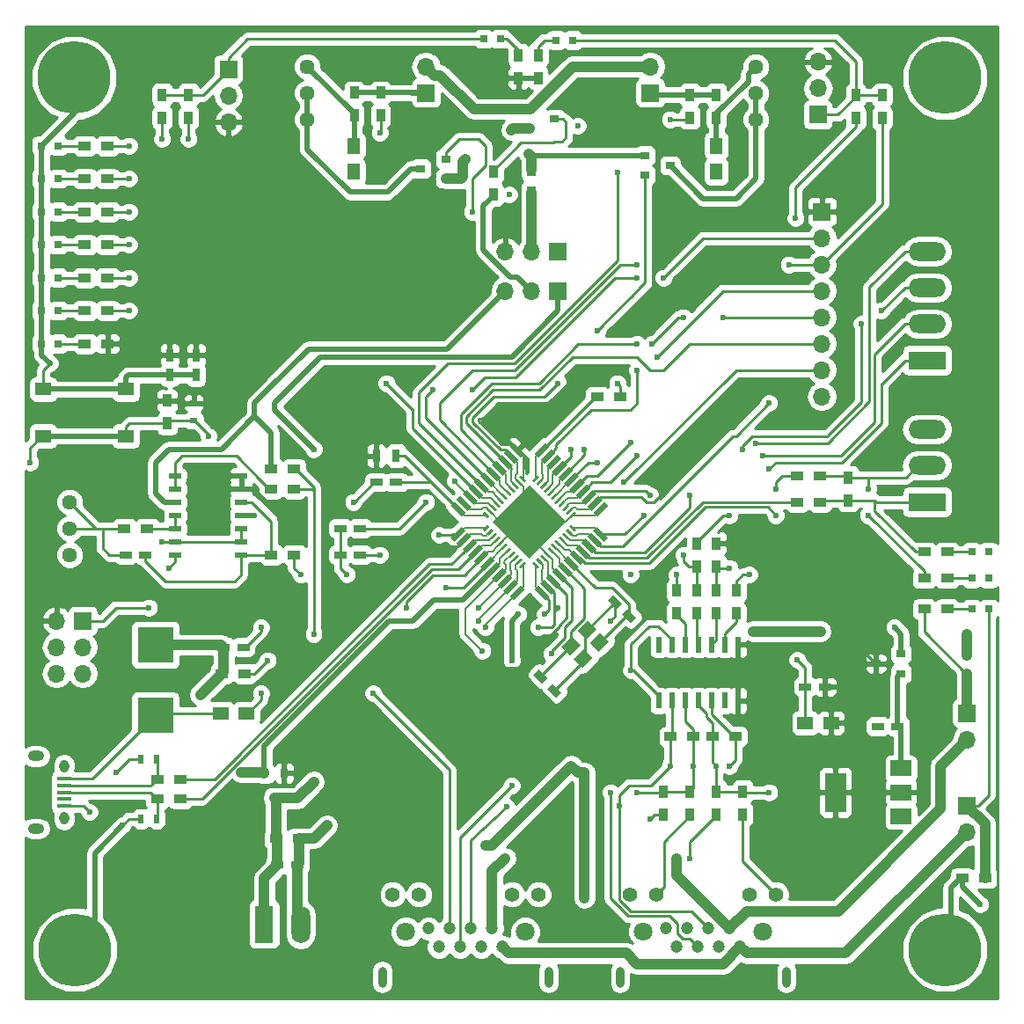
<source format=gtl>
G04 #@! TF.FileFunction,Copper,L1,Top,Signal*
%FSLAX46Y46*%
G04 Gerber Fmt 4.6, Leading zero omitted, Abs format (unit mm)*
G04 Created by KiCad (PCBNEW 4.0.5) date Thursday, July 20, 2017 'PMt' 06:29:34 PM*
%MOMM*%
%LPD*%
G01*
G04 APERTURE LIST*
%ADD10C,0.050000*%
%ADD11R,0.900000X1.200000*%
%ADD12R,0.800000X0.800000*%
%ADD13R,0.800000X0.600000*%
%ADD14C,1.440000*%
%ADD15R,1.700000X1.700000*%
%ADD16O,1.700000X1.700000*%
%ADD17R,0.700000X1.300000*%
%ADD18R,1.350000X0.400000*%
%ADD19O,0.950000X1.250000*%
%ADD20O,1.550000X1.000000*%
%ADD21R,0.900000X0.800000*%
%ADD22R,0.800000X0.900000*%
%ADD23R,0.500000X0.900000*%
%ADD24R,1.550000X1.300000*%
%ADD25R,1.143000X0.508000*%
%ADD26R,2.000000X3.800000*%
%ADD27R,2.000000X1.500000*%
%ADD28R,1.200000X0.750000*%
%ADD29R,1.500000X1.250000*%
%ADD30R,0.750000X1.200000*%
%ADD31R,1.250000X1.500000*%
%ADD32R,3.500000X3.500000*%
%ADD33C,7.000000*%
%ADD34C,0.600000*%
%ADD35R,1.200000X0.900000*%
%ADD36R,3.600000X1.800000*%
%ADD37O,3.600000X1.800000*%
%ADD38R,1.800000X3.600000*%
%ADD39O,1.800000X3.600000*%
%ADD40C,1.800000*%
%ADD41O,0.800000X2.000000*%
%ADD42C,1.200000*%
%ADD43C,1.400000*%
%ADD44R,0.600000X1.500000*%
%ADD45C,0.200000*%
%ADD46C,0.500000*%
%ADD47C,1.000000*%
%ADD48C,0.250000*%
%ADD49C,0.254000*%
G04 APERTURE END LIST*
D10*
D11*
X134750000Y-69500000D03*
X134750000Y-67300000D03*
D12*
X92875000Y-64770000D03*
X91275000Y-64770000D03*
X92875000Y-80645000D03*
X91275000Y-80645000D03*
X92875000Y-71120000D03*
X91275000Y-71120000D03*
D10*
G36*
X148513282Y-110174458D02*
X147982952Y-110704788D01*
X147134424Y-109856260D01*
X147664754Y-109325930D01*
X148513282Y-110174458D01*
X148513282Y-110174458D01*
G37*
G36*
X147169780Y-108830956D02*
X146639450Y-109361286D01*
X145790922Y-108512758D01*
X146321252Y-107982428D01*
X147169780Y-108830956D01*
X147169780Y-108830956D01*
G37*
D11*
X156210000Y-129116000D03*
X156210000Y-126916000D03*
D12*
X135420000Y-54485159D03*
X133820000Y-54485159D03*
X180810000Y-103879424D03*
X182410000Y-103879424D03*
X180810000Y-106419424D03*
X182410000Y-106419424D03*
X140805000Y-54610000D03*
X142405000Y-54610000D03*
X92875000Y-74295000D03*
X91275000Y-74295000D03*
X92875000Y-77470000D03*
X91275000Y-77470000D03*
D13*
X180340000Y-113870000D03*
X180340000Y-115570000D03*
D12*
X180810000Y-109363447D03*
X182410000Y-109363447D03*
D13*
X105916722Y-89539980D03*
X105916722Y-91239980D03*
D12*
X92875000Y-83820000D03*
X91275000Y-83820000D03*
X92875000Y-67945000D03*
X91275000Y-67945000D03*
D14*
X93980000Y-104140000D03*
X93980000Y-101600000D03*
X93980000Y-99060000D03*
D15*
X180340000Y-119380000D03*
D16*
X180340000Y-121920000D03*
D15*
X180340000Y-128270000D03*
D16*
X180340000Y-130810000D03*
D15*
X140970000Y-74930000D03*
D16*
X138430000Y-74930000D03*
X135890000Y-74930000D03*
D15*
X140970000Y-78740000D03*
D16*
X138430000Y-78740000D03*
X135890000Y-78740000D03*
D17*
X125410000Y-94615000D03*
X123510000Y-94615000D03*
D15*
X166370000Y-71120000D03*
D16*
X166370000Y-73660000D03*
X166370000Y-76200000D03*
X166370000Y-78740000D03*
X166370000Y-81280000D03*
X166370000Y-83820000D03*
X166370000Y-86360000D03*
X166370000Y-88900000D03*
D15*
X149860000Y-59690000D03*
D16*
X149860000Y-57150000D03*
D15*
X128270000Y-59690000D03*
D16*
X128270000Y-57150000D03*
D18*
X93425000Y-125700000D03*
X93425000Y-126350000D03*
X93425000Y-127000000D03*
X93425000Y-127650000D03*
X93425000Y-128300000D03*
D19*
X93425000Y-124500000D03*
X93425000Y-129500000D03*
D20*
X90725000Y-123500000D03*
X90725000Y-130500000D03*
D15*
X95250000Y-110490000D03*
D16*
X92710000Y-110490000D03*
X95250000Y-113030000D03*
X92710000Y-113030000D03*
X95250000Y-115570000D03*
X92710000Y-115570000D03*
D21*
X130175000Y-67945000D03*
X130175000Y-66045000D03*
X127775000Y-66995000D03*
X149365000Y-65725000D03*
X149365000Y-67625000D03*
X151765000Y-66675000D03*
X173990000Y-115570000D03*
X173990000Y-113670000D03*
X171590000Y-114620000D03*
D22*
X114615000Y-125165000D03*
X112715000Y-125165000D03*
X113665000Y-127565000D03*
D14*
X116840000Y-57150000D03*
X116840000Y-59690000D03*
X116840000Y-62230000D03*
X160020000Y-57150000D03*
X160020000Y-59690000D03*
X160020000Y-62230000D03*
D23*
X100850000Y-129540000D03*
X102350000Y-129540000D03*
X100850000Y-123825000D03*
X102350000Y-123825000D03*
D24*
X91440000Y-88210000D03*
X99390000Y-88210000D03*
X91440000Y-92710000D03*
X99390000Y-92710000D03*
D25*
X104140000Y-96520000D03*
X104140000Y-97790000D03*
X104140000Y-99060000D03*
X104140000Y-100330000D03*
X104140000Y-101600000D03*
X104140000Y-102870000D03*
X104140000Y-104140000D03*
X110490000Y-104140000D03*
X110490000Y-102870000D03*
X110490000Y-100330000D03*
X110490000Y-99060000D03*
X110490000Y-97790000D03*
X110490000Y-96520000D03*
X110490000Y-101600000D03*
D26*
X167690000Y-127000000D03*
D27*
X173990000Y-127000000D03*
X173990000Y-124700000D03*
X173990000Y-129300000D03*
D10*
G36*
X143362009Y-115042889D02*
X142513481Y-114194361D01*
X143503431Y-113204411D01*
X144351959Y-114052939D01*
X143362009Y-115042889D01*
X143362009Y-115042889D01*
G37*
G36*
X144917644Y-113487254D02*
X144069116Y-112638726D01*
X145059066Y-111648776D01*
X145907594Y-112497304D01*
X144917644Y-113487254D01*
X144917644Y-113487254D01*
G37*
G36*
X143715563Y-112285173D02*
X142867035Y-111436645D01*
X143856985Y-110446695D01*
X144705513Y-111295223D01*
X143715563Y-112285173D01*
X143715563Y-112285173D01*
G37*
G36*
X142159928Y-113840808D02*
X141311400Y-112992280D01*
X142301350Y-112002330D01*
X143149878Y-112850858D01*
X142159928Y-113840808D01*
X142159928Y-113840808D01*
G37*
D28*
X113985000Y-133985000D03*
X115885000Y-133985000D03*
X99380000Y-104140000D03*
X101280000Y-104140000D03*
D29*
X108490000Y-119380000D03*
X110990000Y-119380000D03*
D10*
G36*
X138606718Y-115696963D02*
X139137048Y-115166633D01*
X139985576Y-116015161D01*
X139455246Y-116545491D01*
X138606718Y-115696963D01*
X138606718Y-115696963D01*
G37*
G36*
X139950220Y-117040465D02*
X140480550Y-116510135D01*
X141329078Y-117358663D01*
X140798748Y-117888993D01*
X139950220Y-117040465D01*
X139950220Y-117040465D01*
G37*
D28*
X108790000Y-113030000D03*
X110690000Y-113030000D03*
D30*
X106137482Y-86827638D03*
X106137482Y-84927638D03*
D28*
X121920000Y-104140000D03*
X120020000Y-104140000D03*
X121920000Y-101600000D03*
X120020000Y-101600000D03*
X125410000Y-97155000D03*
X123510000Y-97155000D03*
D29*
X167259746Y-120324738D03*
X164759746Y-120324738D03*
D28*
X166685000Y-116840000D03*
X164785000Y-116840000D03*
D31*
X121285000Y-67290000D03*
X121285000Y-64790000D03*
X156210000Y-67270000D03*
X156210000Y-64770000D03*
D30*
X103597482Y-86827638D03*
X103597482Y-84927638D03*
D28*
X173670000Y-120650000D03*
X171770000Y-120650000D03*
D32*
X102235000Y-112805000D03*
X102235000Y-119605000D03*
D33*
X178230000Y-58240000D03*
D34*
X180855000Y-58240000D03*
X180086155Y-60096155D03*
X178230000Y-60865000D03*
X176373845Y-60096155D03*
X175605000Y-58240000D03*
X176373845Y-56383845D03*
X178230000Y-55615000D03*
X180086155Y-56383845D03*
D33*
X178230000Y-142160000D03*
D34*
X180855000Y-142160000D03*
X180086155Y-144016155D03*
X178230000Y-144785000D03*
X176373845Y-144016155D03*
X175605000Y-142160000D03*
X176373845Y-140303845D03*
X178230000Y-139535000D03*
X180086155Y-140303845D03*
D33*
X94490000Y-142160000D03*
D34*
X97115000Y-142160000D03*
X96346155Y-144016155D03*
X94490000Y-144785000D03*
X92633845Y-144016155D03*
X91865000Y-142160000D03*
X92633845Y-140303845D03*
X94490000Y-139535000D03*
X96346155Y-140303845D03*
D33*
X94400000Y-58240000D03*
D34*
X97025000Y-58240000D03*
X96256155Y-60096155D03*
X94400000Y-60865000D03*
X92543845Y-60096155D03*
X91775000Y-58240000D03*
X92543845Y-56383845D03*
X94400000Y-55615000D03*
X96256155Y-56383845D03*
D11*
X156210000Y-107600000D03*
X156210000Y-109800000D03*
X152400000Y-107600000D03*
X152400000Y-109800000D03*
X158115000Y-107600000D03*
X158115000Y-109800000D03*
X154305000Y-107600000D03*
X154305000Y-109800000D03*
X156210000Y-105240000D03*
X156210000Y-103040000D03*
X154305000Y-103040000D03*
X154305000Y-105240000D03*
X137160000Y-58250000D03*
X137160000Y-56050000D03*
X102870000Y-62060000D03*
X102870000Y-59860000D03*
D35*
X166200000Y-99060000D03*
X164000000Y-99060000D03*
X166200000Y-96520000D03*
X164000000Y-96520000D03*
D11*
X168910000Y-98890000D03*
X168910000Y-96690000D03*
D35*
X176235000Y-103879424D03*
X178435000Y-103879424D03*
X176235000Y-106419424D03*
X178435000Y-106419424D03*
D11*
X139065000Y-58250000D03*
X139065000Y-56050000D03*
X169639926Y-62114726D03*
X169639926Y-59914726D03*
X153670000Y-59860000D03*
X153670000Y-62060000D03*
D35*
X95420000Y-80645000D03*
X97620000Y-80645000D03*
X95420000Y-71120000D03*
X97620000Y-71120000D03*
X95420000Y-74295000D03*
X97620000Y-74295000D03*
X95420000Y-77470000D03*
X97620000Y-77470000D03*
D11*
X123894960Y-61883252D03*
X123894960Y-59683252D03*
X138430000Y-69256000D03*
X138430000Y-67056000D03*
D35*
X155860000Y-121654000D03*
X158060000Y-121654000D03*
X154020000Y-121654000D03*
X151820000Y-121654000D03*
X182075000Y-135255000D03*
X179875000Y-135255000D03*
X178435000Y-109363447D03*
X176235000Y-109363447D03*
D11*
X158750000Y-129116000D03*
X158750000Y-126916000D03*
X153670000Y-129116000D03*
X153670000Y-126916000D03*
X151130000Y-129116000D03*
X151130000Y-126916000D03*
X121354960Y-61883252D03*
X121354960Y-59683252D03*
X156210000Y-62060000D03*
X156210000Y-59860000D03*
D35*
X95420000Y-83820000D03*
X97620000Y-83820000D03*
X99230000Y-101600000D03*
X101430000Y-101600000D03*
D11*
X105410000Y-62060000D03*
X105410000Y-59860000D03*
D35*
X113370000Y-104140000D03*
X115570000Y-104140000D03*
X108640000Y-115570000D03*
X110840000Y-115570000D03*
D11*
X103376722Y-89289980D03*
X103376722Y-91489980D03*
D35*
X104605000Y-127635000D03*
X102405000Y-127635000D03*
X104605000Y-125730000D03*
X102405000Y-125730000D03*
X146980000Y-88900000D03*
X144780000Y-88900000D03*
X116035000Y-131445000D03*
X113835000Y-131445000D03*
X95420000Y-64770000D03*
X97620000Y-64770000D03*
X95420000Y-67945000D03*
X97620000Y-67945000D03*
D11*
X172179926Y-62114726D03*
X172179926Y-59914726D03*
D36*
X176500000Y-99060000D03*
D37*
X176500000Y-95560000D03*
X176500000Y-92060000D03*
D38*
X112705000Y-139700000D03*
D39*
X116205000Y-139700000D03*
D36*
X176500000Y-85430000D03*
D37*
X176500000Y-81930000D03*
X176500000Y-78430000D03*
X176500000Y-74930000D03*
D35*
X115570000Y-95885000D03*
X113370000Y-95885000D03*
X115570000Y-97790000D03*
X113370000Y-97790000D03*
D10*
G36*
X131028640Y-102879301D02*
X130639732Y-102490393D01*
X131700392Y-101429733D01*
X132089300Y-101818641D01*
X131028640Y-102879301D01*
X131028640Y-102879301D01*
G37*
G36*
X131594326Y-103444986D02*
X131205418Y-103056078D01*
X132266078Y-101995418D01*
X132654986Y-102384326D01*
X131594326Y-103444986D01*
X131594326Y-103444986D01*
G37*
G36*
X132160011Y-104010671D02*
X131771103Y-103621763D01*
X132831763Y-102561103D01*
X133220671Y-102950011D01*
X132160011Y-104010671D01*
X132160011Y-104010671D01*
G37*
G36*
X132725696Y-104576357D02*
X132336788Y-104187449D01*
X133397448Y-103126789D01*
X133786356Y-103515697D01*
X132725696Y-104576357D01*
X132725696Y-104576357D01*
G37*
G36*
X133291382Y-105142042D02*
X132902474Y-104753134D01*
X133963134Y-103692474D01*
X134352042Y-104081382D01*
X133291382Y-105142042D01*
X133291382Y-105142042D01*
G37*
G36*
X133857067Y-105707728D02*
X133468159Y-105318820D01*
X134528819Y-104258160D01*
X134917727Y-104647068D01*
X133857067Y-105707728D01*
X133857067Y-105707728D01*
G37*
G36*
X134422753Y-106273413D02*
X134033845Y-105884505D01*
X135094505Y-104823845D01*
X135483413Y-105212753D01*
X134422753Y-106273413D01*
X134422753Y-106273413D01*
G37*
G36*
X134988438Y-106839099D02*
X134599530Y-106450191D01*
X135660190Y-105389531D01*
X136049098Y-105778439D01*
X134988438Y-106839099D01*
X134988438Y-106839099D01*
G37*
G36*
X135554124Y-107404784D02*
X135165216Y-107015876D01*
X136225876Y-105955216D01*
X136614784Y-106344124D01*
X135554124Y-107404784D01*
X135554124Y-107404784D01*
G37*
G36*
X136119809Y-107970469D02*
X135730901Y-107581561D01*
X136791561Y-106520901D01*
X137180469Y-106909809D01*
X136119809Y-107970469D01*
X136119809Y-107970469D01*
G37*
G36*
X136685494Y-108536155D02*
X136296586Y-108147247D01*
X137357246Y-107086587D01*
X137746154Y-107475495D01*
X136685494Y-108536155D01*
X136685494Y-108536155D01*
G37*
G36*
X140150318Y-108147247D02*
X139761410Y-108536155D01*
X138700750Y-107475495D01*
X139089658Y-107086587D01*
X140150318Y-108147247D01*
X140150318Y-108147247D01*
G37*
G36*
X140716003Y-107581561D02*
X140327095Y-107970469D01*
X139266435Y-106909809D01*
X139655343Y-106520901D01*
X140716003Y-107581561D01*
X140716003Y-107581561D01*
G37*
G36*
X141281688Y-107015876D02*
X140892780Y-107404784D01*
X139832120Y-106344124D01*
X140221028Y-105955216D01*
X141281688Y-107015876D01*
X141281688Y-107015876D01*
G37*
G36*
X141847374Y-106450191D02*
X141458466Y-106839099D01*
X140397806Y-105778439D01*
X140786714Y-105389531D01*
X141847374Y-106450191D01*
X141847374Y-106450191D01*
G37*
G36*
X142413059Y-105884505D02*
X142024151Y-106273413D01*
X140963491Y-105212753D01*
X141352399Y-104823845D01*
X142413059Y-105884505D01*
X142413059Y-105884505D01*
G37*
G36*
X142978745Y-105318820D02*
X142589837Y-105707728D01*
X141529177Y-104647068D01*
X141918085Y-104258160D01*
X142978745Y-105318820D01*
X142978745Y-105318820D01*
G37*
G36*
X143544430Y-104753134D02*
X143155522Y-105142042D01*
X142094862Y-104081382D01*
X142483770Y-103692474D01*
X143544430Y-104753134D01*
X143544430Y-104753134D01*
G37*
G36*
X144110116Y-104187449D02*
X143721208Y-104576357D01*
X142660548Y-103515697D01*
X143049456Y-103126789D01*
X144110116Y-104187449D01*
X144110116Y-104187449D01*
G37*
G36*
X144675801Y-103621763D02*
X144286893Y-104010671D01*
X143226233Y-102950011D01*
X143615141Y-102561103D01*
X144675801Y-103621763D01*
X144675801Y-103621763D01*
G37*
G36*
X145241486Y-103056078D02*
X144852578Y-103444986D01*
X143791918Y-102384326D01*
X144180826Y-101995418D01*
X145241486Y-103056078D01*
X145241486Y-103056078D01*
G37*
G36*
X145807172Y-102490393D02*
X145418264Y-102879301D01*
X144357604Y-101818641D01*
X144746512Y-101429733D01*
X145807172Y-102490393D01*
X145807172Y-102490393D01*
G37*
G36*
X144746512Y-100475137D02*
X144357604Y-100086229D01*
X145418264Y-99025569D01*
X145807172Y-99414477D01*
X144746512Y-100475137D01*
X144746512Y-100475137D01*
G37*
G36*
X144180826Y-99909452D02*
X143791918Y-99520544D01*
X144852578Y-98459884D01*
X145241486Y-98848792D01*
X144180826Y-99909452D01*
X144180826Y-99909452D01*
G37*
G36*
X143615141Y-99343767D02*
X143226233Y-98954859D01*
X144286893Y-97894199D01*
X144675801Y-98283107D01*
X143615141Y-99343767D01*
X143615141Y-99343767D01*
G37*
G36*
X143049456Y-98778081D02*
X142660548Y-98389173D01*
X143721208Y-97328513D01*
X144110116Y-97717421D01*
X143049456Y-98778081D01*
X143049456Y-98778081D01*
G37*
G36*
X142483770Y-98212396D02*
X142094862Y-97823488D01*
X143155522Y-96762828D01*
X143544430Y-97151736D01*
X142483770Y-98212396D01*
X142483770Y-98212396D01*
G37*
G36*
X141918085Y-97646710D02*
X141529177Y-97257802D01*
X142589837Y-96197142D01*
X142978745Y-96586050D01*
X141918085Y-97646710D01*
X141918085Y-97646710D01*
G37*
G36*
X141352399Y-97081025D02*
X140963491Y-96692117D01*
X142024151Y-95631457D01*
X142413059Y-96020365D01*
X141352399Y-97081025D01*
X141352399Y-97081025D01*
G37*
G36*
X140786714Y-96515339D02*
X140397806Y-96126431D01*
X141458466Y-95065771D01*
X141847374Y-95454679D01*
X140786714Y-96515339D01*
X140786714Y-96515339D01*
G37*
G36*
X140221028Y-95949654D02*
X139832120Y-95560746D01*
X140892780Y-94500086D01*
X141281688Y-94888994D01*
X140221028Y-95949654D01*
X140221028Y-95949654D01*
G37*
G36*
X139655343Y-95383969D02*
X139266435Y-94995061D01*
X140327095Y-93934401D01*
X140716003Y-94323309D01*
X139655343Y-95383969D01*
X139655343Y-95383969D01*
G37*
G36*
X139089658Y-94818283D02*
X138700750Y-94429375D01*
X139761410Y-93368715D01*
X140150318Y-93757623D01*
X139089658Y-94818283D01*
X139089658Y-94818283D01*
G37*
G36*
X137746154Y-94429375D02*
X137357246Y-94818283D01*
X136296586Y-93757623D01*
X136685494Y-93368715D01*
X137746154Y-94429375D01*
X137746154Y-94429375D01*
G37*
G36*
X137180469Y-94995061D02*
X136791561Y-95383969D01*
X135730901Y-94323309D01*
X136119809Y-93934401D01*
X137180469Y-94995061D01*
X137180469Y-94995061D01*
G37*
G36*
X136614784Y-95560746D02*
X136225876Y-95949654D01*
X135165216Y-94888994D01*
X135554124Y-94500086D01*
X136614784Y-95560746D01*
X136614784Y-95560746D01*
G37*
G36*
X136049098Y-96126431D02*
X135660190Y-96515339D01*
X134599530Y-95454679D01*
X134988438Y-95065771D01*
X136049098Y-96126431D01*
X136049098Y-96126431D01*
G37*
G36*
X135483413Y-96692117D02*
X135094505Y-97081025D01*
X134033845Y-96020365D01*
X134422753Y-95631457D01*
X135483413Y-96692117D01*
X135483413Y-96692117D01*
G37*
G36*
X134917727Y-97257802D02*
X134528819Y-97646710D01*
X133468159Y-96586050D01*
X133857067Y-96197142D01*
X134917727Y-97257802D01*
X134917727Y-97257802D01*
G37*
G36*
X134352042Y-97823488D02*
X133963134Y-98212396D01*
X132902474Y-97151736D01*
X133291382Y-96762828D01*
X134352042Y-97823488D01*
X134352042Y-97823488D01*
G37*
G36*
X133786356Y-98389173D02*
X133397448Y-98778081D01*
X132336788Y-97717421D01*
X132725696Y-97328513D01*
X133786356Y-98389173D01*
X133786356Y-98389173D01*
G37*
G36*
X133220671Y-98954859D02*
X132831763Y-99343767D01*
X131771103Y-98283107D01*
X132160011Y-97894199D01*
X133220671Y-98954859D01*
X133220671Y-98954859D01*
G37*
G36*
X132654986Y-99520544D02*
X132266078Y-99909452D01*
X131205418Y-98848792D01*
X131594326Y-98459884D01*
X132654986Y-99520544D01*
X132654986Y-99520544D01*
G37*
G36*
X132089300Y-100086229D02*
X131700392Y-100475137D01*
X130639732Y-99414477D01*
X131028640Y-99025569D01*
X132089300Y-100086229D01*
X132089300Y-100086229D01*
G37*
G36*
X134387398Y-101429732D02*
X133892423Y-101924707D01*
X133715646Y-101747930D01*
X134210621Y-101252955D01*
X134387398Y-101429732D01*
X134387398Y-101429732D01*
G37*
G36*
X135448058Y-102490392D02*
X134953083Y-102985367D01*
X134776306Y-102808590D01*
X135271281Y-102313615D01*
X135448058Y-102490392D01*
X135448058Y-102490392D01*
G37*
G36*
X136508718Y-103551052D02*
X136013743Y-104046027D01*
X135836966Y-103869250D01*
X136331941Y-103374275D01*
X136508718Y-103551052D01*
X136508718Y-103551052D01*
G37*
G36*
X134740951Y-101783285D02*
X134245976Y-102278260D01*
X134069199Y-102101483D01*
X134564174Y-101606508D01*
X134740951Y-101783285D01*
X134740951Y-101783285D01*
G37*
G36*
X136862272Y-103904606D02*
X136367297Y-104399581D01*
X136190520Y-104222804D01*
X136685495Y-103727829D01*
X136862272Y-103904606D01*
X136862272Y-103904606D01*
G37*
G36*
X135094505Y-102136839D02*
X134599530Y-102631814D01*
X134422753Y-102455037D01*
X134917728Y-101960062D01*
X135094505Y-102136839D01*
X135094505Y-102136839D01*
G37*
G36*
X137215825Y-104258159D02*
X136720850Y-104753134D01*
X136544073Y-104576357D01*
X137039048Y-104081382D01*
X137215825Y-104258159D01*
X137215825Y-104258159D01*
G37*
G36*
X136155165Y-103197499D02*
X135660190Y-103692474D01*
X135483413Y-103515697D01*
X135978388Y-103020722D01*
X136155165Y-103197499D01*
X136155165Y-103197499D01*
G37*
G36*
X135801612Y-102843946D02*
X135306637Y-103338921D01*
X135129860Y-103162144D01*
X135624835Y-102667169D01*
X135801612Y-102843946D01*
X135801612Y-102843946D01*
G37*
G36*
X137922932Y-104965266D02*
X137427957Y-105460241D01*
X137251180Y-105283464D01*
X137746155Y-104788489D01*
X137922932Y-104965266D01*
X137922932Y-104965266D01*
G37*
G36*
X137569379Y-104611713D02*
X137074404Y-105106688D01*
X136897627Y-104929911D01*
X137392602Y-104434936D01*
X137569379Y-104611713D01*
X137569379Y-104611713D01*
G37*
G36*
X139902831Y-97328513D02*
X139407856Y-97823488D01*
X139231079Y-97646711D01*
X139726054Y-97151736D01*
X139902831Y-97328513D01*
X139902831Y-97328513D01*
G37*
G36*
X140963491Y-98389173D02*
X140468516Y-98884148D01*
X140291739Y-98707371D01*
X140786714Y-98212396D01*
X140963491Y-98389173D01*
X140963491Y-98389173D01*
G37*
G36*
X140609938Y-98035620D02*
X140114963Y-98530595D01*
X139938186Y-98353818D01*
X140433161Y-97858843D01*
X140609938Y-98035620D01*
X140609938Y-98035620D01*
G37*
G36*
X139195724Y-96621406D02*
X138700749Y-97116381D01*
X138523972Y-96939604D01*
X139018947Y-96444629D01*
X139195724Y-96621406D01*
X139195724Y-96621406D01*
G37*
G36*
X139549277Y-96974959D02*
X139054302Y-97469934D01*
X138877525Y-97293157D01*
X139372500Y-96798182D01*
X139549277Y-96974959D01*
X139549277Y-96974959D01*
G37*
G36*
X140256384Y-97682066D02*
X139761409Y-98177041D01*
X139584632Y-98000264D01*
X140079607Y-97505289D01*
X140256384Y-97682066D01*
X140256384Y-97682066D01*
G37*
G36*
X142377705Y-99803387D02*
X141882730Y-100298362D01*
X141705953Y-100121585D01*
X142200928Y-99626610D01*
X142377705Y-99803387D01*
X142377705Y-99803387D01*
G37*
G36*
X141670598Y-99096280D02*
X141175623Y-99591255D01*
X140998846Y-99414478D01*
X141493821Y-98919503D01*
X141670598Y-99096280D01*
X141670598Y-99096280D01*
G37*
G36*
X142024151Y-99449833D02*
X141529176Y-99944808D01*
X141352399Y-99768031D01*
X141847374Y-99273056D01*
X142024151Y-99449833D01*
X142024151Y-99449833D01*
G37*
G36*
X142731258Y-100156940D02*
X142236283Y-100651915D01*
X142059506Y-100475138D01*
X142554481Y-99980163D01*
X142731258Y-100156940D01*
X142731258Y-100156940D01*
G37*
G36*
X141317044Y-98742726D02*
X140822069Y-99237701D01*
X140645292Y-99060924D01*
X141140267Y-98565949D01*
X141317044Y-98742726D01*
X141317044Y-98742726D01*
G37*
G36*
X138700749Y-104788489D02*
X139195724Y-105283464D01*
X139018947Y-105460241D01*
X138523972Y-104965266D01*
X138700749Y-104788489D01*
X138700749Y-104788489D01*
G37*
G36*
X139054302Y-104434936D02*
X139549277Y-104929911D01*
X139372500Y-105106688D01*
X138877525Y-104611713D01*
X139054302Y-104434936D01*
X139054302Y-104434936D01*
G37*
G36*
X139407856Y-104081382D02*
X139902831Y-104576357D01*
X139726054Y-104753134D01*
X139231079Y-104258159D01*
X139407856Y-104081382D01*
X139407856Y-104081382D01*
G37*
G36*
X139761409Y-103727829D02*
X140256384Y-104222804D01*
X140079607Y-104399581D01*
X139584632Y-103904606D01*
X139761409Y-103727829D01*
X139761409Y-103727829D01*
G37*
G36*
X140822069Y-102667169D02*
X141317044Y-103162144D01*
X141140267Y-103338921D01*
X140645292Y-102843946D01*
X140822069Y-102667169D01*
X140822069Y-102667169D01*
G37*
G36*
X140114963Y-103374275D02*
X140609938Y-103869250D01*
X140433161Y-104046027D01*
X139938186Y-103551052D01*
X140114963Y-103374275D01*
X140114963Y-103374275D01*
G37*
G36*
X141529176Y-101960062D02*
X142024151Y-102455037D01*
X141847374Y-102631814D01*
X141352399Y-102136839D01*
X141529176Y-101960062D01*
X141529176Y-101960062D01*
G37*
G36*
X141882730Y-101606508D02*
X142377705Y-102101483D01*
X142200928Y-102278260D01*
X141705953Y-101783285D01*
X141882730Y-101606508D01*
X141882730Y-101606508D01*
G37*
G36*
X141175623Y-102313615D02*
X141670598Y-102808590D01*
X141493821Y-102985367D01*
X140998846Y-102490392D01*
X141175623Y-102313615D01*
X141175623Y-102313615D01*
G37*
G36*
X140468516Y-103020722D02*
X140963491Y-103515697D01*
X140786714Y-103692474D01*
X140291739Y-103197499D01*
X140468516Y-103020722D01*
X140468516Y-103020722D01*
G37*
G36*
X142236283Y-101252955D02*
X142731258Y-101747930D01*
X142554481Y-101924707D01*
X142059506Y-101429732D01*
X142236283Y-101252955D01*
X142236283Y-101252955D01*
G37*
G36*
X135660190Y-98212396D02*
X136155165Y-98707371D01*
X135978388Y-98884148D01*
X135483413Y-98389173D01*
X135660190Y-98212396D01*
X135660190Y-98212396D01*
G37*
G36*
X136013743Y-97858843D02*
X136508718Y-98353818D01*
X136331941Y-98530595D01*
X135836966Y-98035620D01*
X136013743Y-97858843D01*
X136013743Y-97858843D01*
G37*
G36*
X136720850Y-97151736D02*
X137215825Y-97646711D01*
X137039048Y-97823488D01*
X136544073Y-97328513D01*
X136720850Y-97151736D01*
X136720850Y-97151736D01*
G37*
G36*
X137074404Y-96798182D02*
X137569379Y-97293157D01*
X137392602Y-97469934D01*
X136897627Y-96974959D01*
X137074404Y-96798182D01*
X137074404Y-96798182D01*
G37*
G36*
X136367297Y-97505289D02*
X136862272Y-98000264D01*
X136685495Y-98177041D01*
X136190520Y-97682066D01*
X136367297Y-97505289D01*
X136367297Y-97505289D01*
G37*
G36*
X137427957Y-96444629D02*
X137922932Y-96939604D01*
X137746155Y-97116381D01*
X137251180Y-96621406D01*
X137427957Y-96444629D01*
X137427957Y-96444629D01*
G37*
G36*
X134953083Y-98919503D02*
X135448058Y-99414478D01*
X135271281Y-99591255D01*
X134776306Y-99096280D01*
X134953083Y-98919503D01*
X134953083Y-98919503D01*
G37*
G36*
X135306637Y-98565949D02*
X135801612Y-99060924D01*
X135624835Y-99237701D01*
X135129860Y-98742726D01*
X135306637Y-98565949D01*
X135306637Y-98565949D01*
G37*
G36*
X134599530Y-99273056D02*
X135094505Y-99768031D01*
X134917728Y-99944808D01*
X134422753Y-99449833D01*
X134599530Y-99273056D01*
X134599530Y-99273056D01*
G37*
G36*
X134245976Y-99626610D02*
X134740951Y-100121585D01*
X134564174Y-100298362D01*
X134069199Y-99803387D01*
X134245976Y-99626610D01*
X134245976Y-99626610D01*
G37*
G36*
X133892423Y-99980163D02*
X134387398Y-100475138D01*
X134210621Y-100651915D01*
X133715646Y-100156940D01*
X133892423Y-99980163D01*
X133892423Y-99980163D01*
G37*
G36*
X138223452Y-97416901D02*
X141758986Y-100952435D01*
X138223452Y-104487969D01*
X134687918Y-100952435D01*
X138223452Y-97416901D01*
X138223452Y-97416901D01*
G37*
D40*
X137820000Y-140430000D03*
X126340000Y-140430000D03*
D41*
X140080000Y-144780000D03*
X124080000Y-144780000D03*
D42*
X128510000Y-140100000D03*
X129530000Y-141880000D03*
X130550000Y-140100000D03*
X131570000Y-141880000D03*
X132590000Y-140100000D03*
X133610000Y-141880000D03*
X134630000Y-140100000D03*
X135650000Y-141880000D03*
D43*
X127610000Y-136830000D03*
X125070000Y-136830000D03*
X136550000Y-136830000D03*
X139090000Y-136830000D03*
D40*
X160690000Y-140430000D03*
X149210000Y-140430000D03*
D41*
X162950000Y-144780000D03*
X146950000Y-144780000D03*
D42*
X151380000Y-140100000D03*
X152400000Y-141880000D03*
X153420000Y-140100000D03*
X154440000Y-141880000D03*
X155460000Y-140100000D03*
X156480000Y-141880000D03*
X157500000Y-140100000D03*
X158520000Y-141880000D03*
D43*
X150480000Y-136830000D03*
X147940000Y-136830000D03*
X159420000Y-136830000D03*
X161960000Y-136830000D03*
D15*
X166000000Y-61790000D03*
D16*
X166000000Y-59250000D03*
X166000000Y-56710000D03*
D15*
X109250000Y-57420000D03*
D16*
X109250000Y-59960000D03*
X109250000Y-62500000D03*
D21*
X138250000Y-61250000D03*
X138250000Y-63150000D03*
X140650000Y-62200000D03*
D44*
X158310000Y-112775000D03*
X157040000Y-112775000D03*
X155770000Y-112775000D03*
X154500000Y-112775000D03*
X153230000Y-112775000D03*
X151960000Y-112775000D03*
X150690000Y-112775000D03*
X150690000Y-118175000D03*
X151960000Y-118175000D03*
X153230000Y-118175000D03*
X154500000Y-118175000D03*
X155770000Y-118175000D03*
X157040000Y-118175000D03*
X158310000Y-118175000D03*
D34*
X137160000Y-109855000D03*
X136525000Y-114300000D03*
X142875000Y-62865000D03*
X136300000Y-69470000D03*
X166250000Y-111500000D03*
X159750000Y-111500000D03*
X117500000Y-126000000D03*
X173355000Y-111125000D03*
X180340000Y-111760000D03*
X148000000Y-115250000D03*
X164000000Y-114250000D03*
X136500000Y-63250000D03*
X133985000Y-132080000D03*
X142240000Y-124460000D03*
X143510000Y-137160000D03*
X157480000Y-100330000D03*
X140335000Y-113665000D03*
X146050000Y-110490000D03*
X126365000Y-109220000D03*
X181610000Y-137795000D03*
X140970000Y-87630000D03*
X121285000Y-99060000D03*
X120650000Y-106045000D03*
X92075000Y-85725000D03*
X98425000Y-125095000D03*
X99060000Y-130175000D03*
X95885000Y-128905000D03*
X182410000Y-106419424D03*
X182410000Y-103879424D03*
X156210000Y-67270000D03*
X121285000Y-67290000D03*
X116205000Y-106045000D03*
X112395000Y-117475000D03*
X113030000Y-114300000D03*
X112395000Y-111125000D03*
X173990000Y-129300000D03*
X146685000Y-87630000D03*
X103505000Y-105410000D03*
X171770000Y-120650000D03*
X118745000Y-130175000D03*
X110490000Y-125095000D03*
X106553000Y-117602000D03*
X131064000Y-71120000D03*
X119380000Y-118364000D03*
X116332000Y-115316000D03*
X121412000Y-86868000D03*
X118872000Y-82804000D03*
X179705000Y-107950000D03*
X179705000Y-100965000D03*
X119380000Y-99060000D03*
X115570000Y-101600000D03*
X168910000Y-71755000D03*
X170815000Y-73660000D03*
X147320000Y-81915000D03*
X144145000Y-86360000D03*
X130175000Y-107315000D03*
X123825000Y-104140000D03*
X128270000Y-99060000D03*
X131064000Y-97028000D03*
X140970000Y-109220000D03*
X147320000Y-97155000D03*
X147955000Y-106045000D03*
X90170000Y-95250000D03*
X139065000Y-111125000D03*
X107315000Y-92710000D03*
X102870000Y-102870000D03*
X161290000Y-95885000D03*
X157480000Y-124460000D03*
X160655000Y-94615000D03*
X156210000Y-124460000D03*
X161290000Y-127000000D03*
X117475000Y-111760000D03*
X123190000Y-117475000D03*
X136525000Y-126365000D03*
X146050000Y-127000000D03*
X160020000Y-93385000D03*
X154020000Y-124460000D03*
X148590000Y-127000000D03*
X136013738Y-128393738D03*
X158750000Y-93980000D03*
X170180000Y-81915000D03*
X172085000Y-80645000D03*
X151765000Y-124460000D03*
X146864999Y-128270000D03*
X135890000Y-133350000D03*
X152400000Y-133350000D03*
X117475000Y-93980000D03*
X111760000Y-100330000D03*
X170815000Y-97790000D03*
X170815000Y-100330000D03*
X148590000Y-77470000D03*
X151130000Y-77470000D03*
X132715000Y-88265000D03*
X128905000Y-88265000D03*
X105410000Y-64135000D03*
X163195000Y-76200000D03*
X148590000Y-76200000D03*
X150495000Y-85090000D03*
X148590000Y-86360000D03*
X148590000Y-83820000D03*
X153035000Y-81280000D03*
X150040000Y-83820000D03*
X156845000Y-81280000D03*
X101600000Y-109220000D03*
X133985000Y-111125000D03*
X133350000Y-109220000D03*
X133350000Y-110490000D03*
X132080000Y-66040000D03*
X138176000Y-65532000D03*
X132715000Y-71120000D03*
X148590000Y-94615000D03*
X144780000Y-82550000D03*
X147955000Y-93345000D03*
X157480000Y-105410000D03*
X139700000Y-109855000D03*
X99695000Y-67945000D03*
X152400000Y-106045000D03*
X149225000Y-100330000D03*
X133691000Y-113371000D03*
X99695000Y-64770000D03*
X159385000Y-106045000D03*
X149860000Y-98425000D03*
X153075000Y-104140000D03*
X102870000Y-64135000D03*
X153670000Y-98425000D03*
X161925000Y-100330000D03*
X161925000Y-97790000D03*
X161290000Y-89535000D03*
X163830000Y-71755000D03*
X151765000Y-62230000D03*
X146685000Y-67310000D03*
X99695000Y-80645000D03*
X129540000Y-102235000D03*
X99695000Y-71120000D03*
X144780000Y-95250000D03*
X99695000Y-74295000D03*
X143510000Y-93980000D03*
X99695000Y-77470000D03*
X142240000Y-93980000D03*
X124460000Y-87630000D03*
X123825000Y-63500000D03*
X153670000Y-133350000D03*
X149860000Y-129540000D03*
D45*
X140556904Y-95224870D02*
X139995744Y-95786030D01*
X139995744Y-95786030D02*
X139995744Y-97058823D01*
X139995744Y-97058823D02*
X139566955Y-97487612D01*
D46*
X136525000Y-114300000D02*
X136525000Y-110490000D01*
X136525000Y-110490000D02*
X137160000Y-109855000D01*
D47*
X159750000Y-111500000D02*
X166250000Y-111500000D01*
X113665000Y-127565000D02*
X115935000Y-127565000D01*
X115935000Y-127565000D02*
X117500000Y-126000000D01*
D46*
X173990000Y-113670000D02*
X173990000Y-111760000D01*
X173990000Y-111760000D02*
X173355000Y-111125000D01*
D47*
X113835000Y-128905000D02*
X113835000Y-127735000D01*
X113835000Y-131445000D02*
X113835000Y-128905000D01*
X112705000Y-135265000D02*
X112705000Y-139700000D01*
X180340000Y-113870000D02*
X180340000Y-111760000D01*
X113835000Y-127735000D02*
X113665000Y-127565000D01*
X113985000Y-133985000D02*
X113985000Y-131595000D01*
X113985000Y-131595000D02*
X113835000Y-131445000D01*
X112705000Y-135265000D02*
X113985000Y-133985000D01*
D48*
X150690000Y-118175000D02*
X150690000Y-117725000D01*
X150690000Y-117725000D02*
X148215000Y-115250000D01*
X148215000Y-115250000D02*
X148000000Y-115250000D01*
X149750000Y-111000000D02*
X148000000Y-112750000D01*
X148000000Y-112750000D02*
X148000000Y-115250000D01*
X150635000Y-111000000D02*
X149750000Y-111000000D01*
X151960000Y-112775000D02*
X151960000Y-112325000D01*
X151960000Y-112325000D02*
X150635000Y-111000000D01*
X164785000Y-116840000D02*
X164785000Y-115035000D01*
X164785000Y-115035000D02*
X164000000Y-114250000D01*
X164759746Y-120324738D02*
X164759746Y-116865254D01*
X164759746Y-116865254D02*
X164785000Y-116840000D01*
D47*
X138250000Y-63150000D02*
X136600000Y-63150000D01*
X136600000Y-63150000D02*
X136500000Y-63250000D01*
D45*
X137233503Y-97134058D02*
X137668000Y-97568555D01*
X137668000Y-97568555D02*
X137668000Y-100396983D01*
X137668000Y-100396983D02*
X138223452Y-100952435D01*
D48*
X140915085Y-117475000D02*
X140639649Y-117199564D01*
D45*
X139920508Y-104063705D02*
X138223452Y-102366649D01*
X138223452Y-102366649D02*
X138223452Y-100952435D01*
X142395382Y-100316039D02*
X141758986Y-100952435D01*
X141758986Y-100952435D02*
X138223452Y-100952435D01*
X135465736Y-103003045D02*
X137516346Y-100952435D01*
X137516346Y-100952435D02*
X138223452Y-100952435D01*
X134405075Y-99962486D02*
X135395024Y-100952435D01*
X135395024Y-100952435D02*
X138223452Y-100952435D01*
D46*
X91275000Y-83820000D02*
X91275000Y-84925000D01*
X91275000Y-84925000D02*
X92075000Y-85725000D01*
X91275000Y-80645000D02*
X91275000Y-83820000D01*
X91275000Y-77470000D02*
X91275000Y-80645000D01*
X91275000Y-74295000D02*
X91275000Y-77470000D01*
X91275000Y-71120000D02*
X91275000Y-74295000D01*
X91275000Y-67945000D02*
X91275000Y-71120000D01*
X91275000Y-64770000D02*
X91275000Y-67945000D01*
X95250000Y-59055000D02*
X94449999Y-59855001D01*
X94449999Y-59855001D02*
X94449999Y-61595001D01*
X94449999Y-61595001D02*
X91275000Y-64770000D01*
D45*
X145082388Y-99750353D02*
X144481348Y-100351393D01*
X144481348Y-100351393D02*
X142430736Y-100351393D01*
X142430736Y-100351393D02*
X142395382Y-100316039D01*
X134405075Y-99962486D02*
X134072742Y-99630153D01*
X134072742Y-99630153D02*
X133747442Y-99630153D01*
X133747442Y-99630153D02*
X133591887Y-99785708D01*
X133591887Y-99785708D02*
X132531242Y-99785708D01*
X132531242Y-99785708D02*
X131930202Y-99184668D01*
X141122590Y-106114315D02*
X140445754Y-105437479D01*
X140445754Y-105437479D02*
X140445754Y-104588951D01*
X140445754Y-104588951D02*
X139920508Y-104063705D01*
X133627258Y-104417258D02*
X134228298Y-103816218D01*
X134228298Y-103816218D02*
X134652563Y-103816218D01*
X134652563Y-103816218D02*
X135147539Y-103321242D01*
X135147539Y-103321242D02*
X135465736Y-103003045D01*
X136455685Y-94659185D02*
X137056725Y-95260225D01*
X137056725Y-95260225D02*
X137056725Y-96320870D01*
X137056725Y-96320870D02*
X136901170Y-96476425D01*
X136901170Y-96801725D02*
X136915306Y-96815861D01*
X136901170Y-96476425D02*
X136901170Y-96801725D01*
X136915306Y-96815861D02*
X137233503Y-97134058D01*
D46*
X103597482Y-86827638D02*
X99622362Y-86827638D01*
X99622362Y-86827638D02*
X99390000Y-87060000D01*
X99390000Y-87060000D02*
X99390000Y-88210000D01*
X106137482Y-86827638D02*
X103597482Y-86827638D01*
X95250000Y-60530000D02*
X95250000Y-59055000D01*
D47*
X133985000Y-132080000D02*
X134620000Y-132080000D01*
X134620000Y-132080000D02*
X142240000Y-124460000D01*
X143510000Y-125095000D02*
X142875000Y-125095000D01*
X142875000Y-125095000D02*
X142240000Y-124460000D01*
X143510000Y-137160000D02*
X143510000Y-125095000D01*
D48*
X154305000Y-103040000D02*
X154305000Y-102890000D01*
X154305000Y-102890000D02*
X156865000Y-100330000D01*
X156865000Y-100330000D02*
X157015000Y-100330000D01*
X157015000Y-100330000D02*
X157480000Y-100330000D01*
X141605000Y-112168334D02*
X140335000Y-113438334D01*
X140335000Y-113438334D02*
X140335000Y-113665000D01*
X141605000Y-111125000D02*
X141605000Y-112168334D01*
X142326912Y-110403088D02*
X141605000Y-111125000D01*
X146480351Y-108671857D02*
X146480351Y-110059649D01*
X146480351Y-110059649D02*
X146050000Y-110490000D01*
X141122590Y-106114315D02*
X142326912Y-107318637D01*
X142326912Y-107318637D02*
X142326912Y-110403088D01*
D46*
X91440000Y-88210000D02*
X99390000Y-88210000D01*
D48*
X128957335Y-106097334D02*
X126365000Y-108689669D01*
X126365000Y-108689669D02*
X126365000Y-109220000D01*
X131947182Y-106097334D02*
X128957335Y-106097334D01*
X133627258Y-104417258D02*
X131947182Y-106097334D01*
D46*
X99060000Y-130175000D02*
X96391154Y-132843846D01*
X96391154Y-139913846D02*
X95335000Y-140970000D01*
X96391154Y-132843846D02*
X96391154Y-139913846D01*
X95250000Y-60495998D02*
X95250000Y-59055000D01*
X179875000Y-135255000D02*
X179875000Y-136060000D01*
X179875000Y-136060000D02*
X181610000Y-137795000D01*
X179875000Y-135255000D02*
X179725000Y-135255000D01*
X179725000Y-135255000D02*
X178775000Y-136205000D01*
X178775000Y-136205000D02*
X178775000Y-140092690D01*
X178775000Y-140092690D02*
X177848845Y-141018845D01*
D48*
X143786274Y-111365934D02*
X146335394Y-108816814D01*
X143786274Y-111365934D02*
X143591818Y-111560389D01*
X143591818Y-111560389D02*
X143591818Y-113964552D01*
X143591818Y-113964552D02*
X143432721Y-114123650D01*
X140639649Y-117199565D02*
X143432721Y-114406493D01*
X143432721Y-114406493D02*
X143432721Y-114123650D01*
X146480351Y-108671857D02*
X146335394Y-108526900D01*
X134764240Y-88900000D02*
X139700000Y-88900000D01*
X139700000Y-88900000D02*
X140970000Y-87630000D01*
X132715000Y-90949240D02*
X134764240Y-88900000D01*
X132763625Y-91391375D02*
X132715000Y-91342750D01*
X132715000Y-91342750D02*
X132715000Y-90949240D01*
X136455685Y-94659185D02*
X135854645Y-94058145D01*
X135854645Y-94058145D02*
X135430395Y-94058145D01*
X135430395Y-94058145D02*
X132763625Y-91391375D01*
X123510000Y-97155000D02*
X123285000Y-97155000D01*
X123285000Y-97155000D02*
X121380000Y-99060000D01*
X121380000Y-99060000D02*
X121285000Y-99060000D01*
X120020000Y-104140000D02*
X120020000Y-105415000D01*
X120020000Y-105415000D02*
X120650000Y-106045000D01*
X120020000Y-101600000D02*
X120020000Y-104140000D01*
X91440000Y-88210000D02*
X91440000Y-86360000D01*
X91440000Y-86360000D02*
X92075000Y-85725000D01*
X100850000Y-123825000D02*
X99695000Y-123825000D01*
X99695000Y-123825000D02*
X98425000Y-125095000D01*
X100850000Y-129540000D02*
X99695000Y-129540000D01*
X99695000Y-129540000D02*
X99060000Y-130175000D01*
X93425000Y-128300000D02*
X95280000Y-128300000D01*
X95280000Y-128300000D02*
X95885000Y-128905000D01*
X115570000Y-104140000D02*
X115570000Y-105410000D01*
X115570000Y-105410000D02*
X116205000Y-106045000D01*
X110990000Y-119380000D02*
X111115000Y-119380000D01*
X111115000Y-119380000D02*
X112395000Y-118100000D01*
X112395000Y-118100000D02*
X112395000Y-117475000D01*
X111760000Y-115570000D02*
X113030000Y-114300000D01*
X110840000Y-115570000D02*
X111760000Y-115570000D01*
X110690000Y-113030000D02*
X110915000Y-113030000D01*
X112395000Y-111550000D02*
X112395000Y-111125000D01*
X110915000Y-113030000D02*
X112395000Y-111550000D01*
X146980000Y-88900000D02*
X146980000Y-87925000D01*
X146980000Y-87925000D02*
X146685000Y-87630000D01*
X104140000Y-104140000D02*
X104140000Y-104775000D01*
X104140000Y-104775000D02*
X103505000Y-105410000D01*
D47*
X116035000Y-131445000D02*
X116035000Y-133835000D01*
X116035000Y-133835000D02*
X115885000Y-133985000D01*
X115885000Y-133985000D02*
X115885000Y-139380000D01*
X115885000Y-139380000D02*
X116205000Y-139700000D01*
X116035000Y-131445000D02*
X117475000Y-131445000D01*
X117475000Y-131445000D02*
X118745000Y-130175000D01*
X116035000Y-139530000D02*
X116205000Y-139700000D01*
D48*
X97155000Y-103505000D02*
X97155000Y-101600000D01*
X97790000Y-104140000D02*
X97155000Y-103505000D01*
X97790000Y-104140000D02*
X99380000Y-104140000D01*
X97155000Y-101600000D02*
X93980000Y-101600000D01*
X99230000Y-101600000D02*
X97155000Y-101600000D01*
X99230000Y-101600000D02*
X96520000Y-101600000D01*
X96520000Y-101600000D02*
X93980000Y-99060000D01*
X113370000Y-104140000D02*
X113370000Y-100940998D01*
X113370000Y-100940998D02*
X111489002Y-99060000D01*
X111489002Y-99060000D02*
X111311500Y-99060000D01*
X111311500Y-99060000D02*
X110490000Y-99060000D01*
X110490000Y-99060000D02*
X110807500Y-99060000D01*
X110807500Y-104140000D02*
X110490000Y-104140000D01*
X110490000Y-104140000D02*
X113370000Y-104140000D01*
X109855000Y-106680000D02*
X110490000Y-106045000D01*
X110490000Y-106045000D02*
X110490000Y-104140000D01*
X103195000Y-106680000D02*
X109855000Y-106680000D01*
X101280000Y-104140000D02*
X101280000Y-104765000D01*
X101280000Y-104765000D02*
X103195000Y-106680000D01*
X93425000Y-125700000D02*
X96140000Y-125700000D01*
X96140000Y-125700000D02*
X102235000Y-119605000D01*
X108490000Y-119380000D02*
X102460000Y-119380000D01*
D45*
X140627615Y-103356598D02*
X142253961Y-104982944D01*
D48*
X146184170Y-107315000D02*
X144586017Y-107315000D01*
X144586017Y-107315000D02*
X142253961Y-104982944D01*
X147823853Y-110015359D02*
X147823853Y-108954683D01*
X147823853Y-108954683D02*
X146184170Y-107315000D01*
X144988356Y-112568015D02*
X147541011Y-110015360D01*
X147541011Y-110015360D02*
X147823854Y-110015360D01*
D45*
X141688275Y-105548629D02*
X141087235Y-104947589D01*
X141087235Y-104947589D02*
X141087235Y-104523324D01*
X141087235Y-104523324D02*
X140592259Y-104028348D01*
X140592259Y-104028348D02*
X140274062Y-103710151D01*
D48*
X143510000Y-110263334D02*
X143510000Y-107370354D01*
X143510000Y-107370354D02*
X141688275Y-105548629D01*
X142230639Y-112921569D02*
X142230639Y-111542695D01*
X142230639Y-111542695D02*
X143510000Y-110263334D01*
X142230639Y-112921569D02*
X142301350Y-112850858D01*
X139296146Y-115856062D02*
X142230639Y-112921569D01*
D45*
X134758629Y-105548629D02*
X135359669Y-104947589D01*
X135359669Y-104947589D02*
X135359669Y-104523324D01*
X135359669Y-104523324D02*
X135854645Y-104028348D01*
X135854645Y-104028348D02*
X136172842Y-103710151D01*
D46*
X112715000Y-125165000D02*
X112715000Y-122516445D01*
X112715000Y-122516445D02*
X124741445Y-110490000D01*
X124741445Y-110490000D02*
X127000000Y-110490000D01*
X127000000Y-110490000D02*
X128977732Y-108512268D01*
X128977732Y-108512268D02*
X131794990Y-108512268D01*
X131794990Y-108512268D02*
X134758629Y-105548629D01*
X112715000Y-125115000D02*
X112715000Y-125165000D01*
D47*
X110490000Y-125095000D02*
X112645000Y-125095000D01*
X112645000Y-125095000D02*
X112715000Y-125165000D01*
X108640000Y-115570000D02*
X108585000Y-115570000D01*
X108585000Y-115570000D02*
X106553000Y-117602000D01*
X112649000Y-125099000D02*
X112715000Y-125165000D01*
X108790000Y-113030000D02*
X108790000Y-115420000D01*
X108790000Y-115420000D02*
X108640000Y-115570000D01*
X102235000Y-112805000D02*
X108565000Y-112805000D01*
X108565000Y-112805000D02*
X108790000Y-113030000D01*
D48*
X137160000Y-58250000D02*
X139065000Y-58250000D01*
X118364000Y-112776000D02*
X116332000Y-114808000D01*
X116332000Y-114808000D02*
X116332000Y-115316000D01*
X118364000Y-100076000D02*
X118364000Y-112776000D01*
X121412000Y-86868000D02*
X121412000Y-97028000D01*
X121412000Y-97028000D02*
X118364000Y-100076000D01*
X121412000Y-86360000D02*
X121412000Y-86868000D01*
X113792000Y-77724000D02*
X118872000Y-82804000D01*
X113792000Y-56896000D02*
X113792000Y-77724000D01*
X115316000Y-55372000D02*
X113792000Y-56896000D01*
X116997398Y-55372000D02*
X115316000Y-55372000D01*
X128524000Y-55372000D02*
X116997398Y-55372000D01*
X129032000Y-55880000D02*
X128524000Y-55372000D01*
X130048000Y-55880000D02*
X129032000Y-55880000D01*
X133944000Y-56388000D02*
X130556000Y-56388000D01*
X130556000Y-56388000D02*
X130048000Y-55880000D01*
X135806000Y-58250000D02*
X133944000Y-56388000D01*
X137160000Y-58250000D02*
X135806000Y-58250000D01*
D45*
X139566955Y-104417258D02*
X139995744Y-104846047D01*
X139995744Y-104846047D02*
X139995744Y-106118840D01*
X139995744Y-106118840D02*
X140556904Y-106680000D01*
X131930202Y-102720202D02*
X132531242Y-102119162D01*
X133591887Y-102119162D02*
X133747442Y-102274717D01*
X133747442Y-102274717D02*
X134072742Y-102274717D01*
X132531242Y-102119162D02*
X133591887Y-102119162D01*
X134072742Y-102274717D02*
X134086878Y-102260581D01*
X134086878Y-102260581D02*
X134405075Y-101942384D01*
X137021370Y-94093499D02*
X137622410Y-94694539D01*
X137622410Y-94694539D02*
X137622410Y-96745151D01*
X137622410Y-96745151D02*
X137587056Y-96780505D01*
X144516702Y-99184668D02*
X143915662Y-99785708D01*
X143915662Y-99785708D02*
X142855017Y-99785708D01*
X142855017Y-99785708D02*
X142699462Y-99630153D01*
X142699462Y-99630153D02*
X142374162Y-99630153D01*
X142374162Y-99630153D02*
X142360026Y-99644289D01*
X142360026Y-99644289D02*
X142041829Y-99962486D01*
D46*
X179070000Y-71755000D02*
X179705000Y-72390000D01*
X179705000Y-72390000D02*
X179705000Y-100965000D01*
X170815000Y-73660000D02*
X172720000Y-71755000D01*
X172720000Y-71755000D02*
X179070000Y-71755000D01*
D48*
X171590000Y-114620000D02*
X171540000Y-114620000D01*
X171540000Y-114620000D02*
X159960000Y-103040000D01*
X159960000Y-103040000D02*
X156910000Y-103040000D01*
X156910000Y-103040000D02*
X156210000Y-103040000D01*
X123149999Y-114975001D02*
X114615000Y-123510000D01*
X114615000Y-123510000D02*
X114615000Y-125165000D01*
X138502120Y-113665000D02*
X137192119Y-114975001D01*
X137192119Y-114975001D02*
X123149999Y-114975001D01*
X138502120Y-113665000D02*
X137795000Y-113665000D01*
X141826904Y-107950000D02*
X141826904Y-110195976D01*
X141826904Y-110195976D02*
X141092269Y-110930611D01*
X141092269Y-110930611D02*
X141092269Y-111074851D01*
X141092269Y-111074851D02*
X138502120Y-113665000D01*
X105916722Y-89539980D02*
X109215020Y-89539980D01*
X109215020Y-89539980D02*
X116840000Y-81915000D01*
X140556904Y-106680000D02*
X141826904Y-107950000D01*
D46*
X110490000Y-97790000D02*
X111561500Y-97790000D01*
X111561500Y-97790000D02*
X115371500Y-101600000D01*
X115371500Y-101600000D02*
X115570000Y-101600000D01*
D48*
X168910000Y-71755000D02*
X168275000Y-71120000D01*
X168275000Y-71120000D02*
X166370000Y-71120000D01*
X168910000Y-75565000D02*
X170815000Y-73660000D01*
X168910000Y-88900000D02*
X168910000Y-75565000D01*
X167005000Y-90805000D02*
X168910000Y-88900000D01*
X164465000Y-90805000D02*
X167005000Y-90805000D01*
X163195000Y-89535000D02*
X164465000Y-90805000D01*
X163195000Y-88900000D02*
X163195000Y-89535000D01*
X162560000Y-88265000D02*
X163195000Y-88900000D01*
X159385000Y-88265000D02*
X162560000Y-88265000D01*
X158790001Y-88859999D02*
X159385000Y-88265000D01*
X156210000Y-91440000D02*
X158790001Y-88859999D01*
X156210000Y-93074002D02*
X156210000Y-91440000D01*
X144516702Y-99184668D02*
X145117742Y-98583628D01*
X145117742Y-98583628D02*
X149019626Y-98583628D01*
X149019626Y-98583628D02*
X149535999Y-99100001D01*
X149535999Y-99100001D02*
X150184001Y-99100001D01*
X150184001Y-99100001D02*
X156210000Y-93074002D01*
X143239002Y-86360000D02*
X144145000Y-86360000D01*
X135223474Y-89535000D02*
X140064002Y-89535000D01*
X140064002Y-89535000D02*
X143239002Y-86360000D01*
X133350000Y-91021360D02*
X133737114Y-91021360D01*
X133737114Y-91021360D02*
X135223474Y-89535000D01*
X133985000Y-91905630D02*
X133350000Y-91270630D01*
X133350000Y-91270630D02*
X133350000Y-91021360D01*
X135571829Y-93492459D02*
X133985000Y-91905630D01*
X137021370Y-94093499D02*
X136420330Y-93492459D01*
X136420330Y-93492459D02*
X135571829Y-93492459D01*
X131930202Y-102720202D02*
X131329162Y-103321242D01*
X131329162Y-103321242D02*
X129723758Y-103321242D01*
D45*
X134192943Y-104982944D02*
X135819289Y-103356598D01*
D48*
X130175000Y-107315000D02*
X131860887Y-107315000D01*
X131860887Y-107315000D02*
X132971877Y-106204010D01*
X123825000Y-104140000D02*
X121920000Y-104140000D01*
X134192943Y-104982944D02*
X132971877Y-106204010D01*
D45*
X132495887Y-98618983D02*
X131064000Y-97187096D01*
X131064000Y-97187096D02*
X131064000Y-97028000D01*
X132495887Y-98618983D02*
X133057047Y-99180143D01*
X133057047Y-99180143D02*
X134294498Y-99180143D01*
X134294498Y-99180143D02*
X134723287Y-99608932D01*
X134723287Y-99608932D02*
X134758629Y-99608932D01*
D48*
X128270000Y-99060000D02*
X125730000Y-101600000D01*
X125730000Y-101600000D02*
X121920000Y-101600000D01*
D45*
X131364516Y-99750353D02*
X131965556Y-100351393D01*
X131965556Y-100351393D02*
X134016168Y-100351393D01*
X134016168Y-100351393D02*
X134051522Y-100316039D01*
X133930804Y-100159981D02*
X134065642Y-100294819D01*
X134065642Y-100294819D02*
X134065642Y-100301919D01*
X134065642Y-100301919D02*
X134051522Y-100316039D01*
D48*
X128769163Y-97155000D02*
X128905000Y-97290837D01*
X125410000Y-94615000D02*
X126229163Y-94615000D01*
X128905000Y-97290837D02*
X131364516Y-99750353D01*
X126229163Y-94615000D02*
X128905000Y-97290837D01*
X125410000Y-97155000D02*
X128769163Y-97155000D01*
D46*
X121354960Y-61883252D02*
X121354960Y-64720040D01*
X121354960Y-64720040D02*
X121285000Y-64790000D01*
X116840000Y-57150000D02*
X121354960Y-61664960D01*
X121354960Y-61664960D02*
X121354960Y-61883252D01*
X156210000Y-62060000D02*
X156210000Y-64770000D01*
X156210000Y-62060000D02*
X156210000Y-61694398D01*
X156210000Y-61694398D02*
X159300001Y-58604397D01*
X159300001Y-58604397D02*
X159300001Y-57869999D01*
X159300001Y-57869999D02*
X160020000Y-57150000D01*
X173670000Y-120650000D02*
X173670000Y-115890000D01*
X173670000Y-115890000D02*
X173990000Y-115570000D01*
X173990000Y-124700000D02*
X173990000Y-120970000D01*
X173990000Y-120970000D02*
X173670000Y-120650000D01*
D48*
X137160000Y-56050000D02*
X137160000Y-55575159D01*
X137160000Y-55575159D02*
X136070000Y-54485159D01*
X136070000Y-54485159D02*
X135420000Y-54485159D01*
X133820000Y-54485159D02*
X115000000Y-54485159D01*
X115000000Y-54485159D02*
X114424841Y-54485159D01*
X111084841Y-54485159D02*
X115000000Y-54485159D01*
X109250000Y-57420000D02*
X109250000Y-56320000D01*
X109250000Y-56320000D02*
X111084841Y-54485159D01*
X105410000Y-59860000D02*
X106810000Y-59860000D01*
X106810000Y-59860000D02*
X109250000Y-57420000D01*
X105410000Y-59860000D02*
X102870000Y-59860000D01*
X178435000Y-103879424D02*
X180810000Y-103879424D01*
X178435000Y-106419424D02*
X180810000Y-106419424D01*
X139065000Y-56050000D02*
X139065000Y-55200000D01*
X139065000Y-55200000D02*
X139655000Y-54610000D01*
X139655000Y-54610000D02*
X140155000Y-54610000D01*
X140155000Y-54610000D02*
X140805000Y-54610000D01*
X169639926Y-59914726D02*
X169639926Y-60064726D01*
X169639926Y-60064726D02*
X167914652Y-61790000D01*
X167914652Y-61790000D02*
X167100000Y-61790000D01*
X167100000Y-61790000D02*
X166000000Y-61790000D01*
X142405000Y-54610000D02*
X167610000Y-54610000D01*
X167610000Y-54610000D02*
X169639926Y-56639926D01*
X169639926Y-56639926D02*
X169639926Y-59914726D01*
X172179926Y-59914726D02*
X171479926Y-59914726D01*
X171479926Y-59914726D02*
X169639926Y-59914726D01*
X92875000Y-80645000D02*
X95420000Y-80645000D01*
X92875000Y-71120000D02*
X95420000Y-71120000D01*
X92875000Y-74295000D02*
X95420000Y-74295000D01*
X95420000Y-77470000D02*
X92875000Y-77470000D01*
X176235000Y-109363447D02*
X176235000Y-111565000D01*
X180240000Y-115570000D02*
X180340000Y-115570000D01*
X176235000Y-111565000D02*
X180240000Y-115570000D01*
D47*
X180340000Y-119380000D02*
X180340000Y-115570000D01*
D48*
X178435000Y-109363447D02*
X180810000Y-109363447D01*
D47*
X180340000Y-128270000D02*
X182075000Y-130005000D01*
X182075000Y-130005000D02*
X182075000Y-135255000D01*
D48*
X182410000Y-109363447D02*
X182410000Y-127300000D01*
X182410000Y-127300000D02*
X181440000Y-128270000D01*
X181440000Y-128270000D02*
X180340000Y-128270000D01*
D45*
X139531598Y-105089009D02*
X139213401Y-104770812D01*
X139991219Y-107245685D02*
X139390179Y-106644645D01*
X139390179Y-106644645D02*
X139390179Y-105584000D01*
X139390179Y-105584000D02*
X139545734Y-105428445D01*
X139545734Y-105428445D02*
X139545734Y-105103145D01*
X139545734Y-105103145D02*
X139531598Y-105089009D01*
D48*
X140592259Y-109855000D02*
X140592259Y-107846725D01*
X140592259Y-110867741D02*
X140592259Y-109855000D01*
X140592259Y-109855000D02*
X140592259Y-109597741D01*
X140592259Y-109597741D02*
X140970000Y-109220000D01*
X158115000Y-86360000D02*
X147320000Y-97155000D01*
X166370000Y-86360000D02*
X158115000Y-86360000D01*
D46*
X91440000Y-92710000D02*
X99390000Y-92710000D01*
D48*
X90170000Y-95250000D02*
X90170000Y-93855000D01*
X90170000Y-93855000D02*
X91315000Y-92710000D01*
X91315000Y-92710000D02*
X91440000Y-92710000D01*
X140335000Y-111125000D02*
X140592259Y-110867741D01*
X140592259Y-107846725D02*
X139991219Y-107245685D01*
X139065000Y-111125000D02*
X140335000Y-111125000D01*
X107315000Y-92538258D02*
X107315000Y-92710000D01*
X105916722Y-91239980D02*
X106016722Y-91239980D01*
X106016722Y-91239980D02*
X107315000Y-92538258D01*
X103376722Y-91489980D02*
X99710020Y-91489980D01*
X99710020Y-91489980D02*
X99390000Y-91810000D01*
X99390000Y-91810000D02*
X99390000Y-92710000D01*
X105916722Y-91239980D02*
X103626722Y-91239980D01*
X103626722Y-91239980D02*
X103376722Y-91489980D01*
X95420000Y-83820000D02*
X92875000Y-83820000D01*
X92875000Y-64770000D02*
X95420000Y-64770000D01*
X92875000Y-67945000D02*
X95420000Y-67945000D01*
X104140000Y-102870000D02*
X102870000Y-102870000D01*
X110490000Y-101600000D02*
X110490000Y-102870000D01*
X110490000Y-102870000D02*
X110172500Y-102870000D01*
X110172500Y-102870000D02*
X104140000Y-102870000D01*
X158060000Y-121654000D02*
X157910000Y-121654000D01*
X157910000Y-121654000D02*
X155770000Y-119514000D01*
X155770000Y-119514000D02*
X155770000Y-119175000D01*
X155770000Y-119175000D02*
X155770000Y-118175000D01*
X172160000Y-87630000D02*
X174360000Y-85430000D01*
X174360000Y-85430000D02*
X176500000Y-85430000D01*
X158060000Y-121654000D02*
X158060000Y-123880000D01*
X158060000Y-123880000D02*
X157480000Y-124460000D01*
X172085000Y-87630000D02*
X172160000Y-87630000D01*
X174360000Y-85430000D02*
X175260000Y-85430000D01*
X172085000Y-91440000D02*
X172085000Y-87630000D01*
X168275000Y-95250000D02*
X172085000Y-91440000D01*
X161925000Y-95250000D02*
X168275000Y-95250000D01*
X161290000Y-95885000D02*
X161925000Y-95250000D01*
X155860000Y-120311120D02*
X155269992Y-119721112D01*
X155269992Y-119721112D02*
X155269992Y-119394992D01*
X155269992Y-119394992D02*
X154500000Y-118625000D01*
X154500000Y-118625000D02*
X154500000Y-118175000D01*
X155860000Y-121654000D02*
X155860000Y-120311120D01*
X174360000Y-81930000D02*
X176500000Y-81930000D01*
X155860000Y-121654000D02*
X155860000Y-124110000D01*
X155860000Y-124110000D02*
X156210000Y-124460000D01*
X156210000Y-126916000D02*
X156910000Y-126916000D01*
X156910000Y-126916000D02*
X158750000Y-126916000D01*
X156210000Y-124460000D02*
X156210000Y-126916000D01*
X161290000Y-127000000D02*
X158834000Y-127000000D01*
X158834000Y-127000000D02*
X158750000Y-126916000D01*
X168202880Y-94615000D02*
X160655000Y-94615000D01*
X171450000Y-84840000D02*
X171450000Y-91367880D01*
X171450000Y-91367880D02*
X168202880Y-94615000D01*
X175260000Y-81930000D02*
X174360000Y-81930000D01*
X174360000Y-81930000D02*
X171450000Y-84840000D01*
X117475000Y-97969998D02*
X117475000Y-97640000D01*
X117475000Y-97640000D02*
X115720000Y-95885000D01*
X115720000Y-95885000D02*
X115570000Y-95885000D01*
X117475000Y-97969998D02*
X117295002Y-97790000D01*
X117295002Y-97790000D02*
X115570000Y-97790000D01*
X117475000Y-111760000D02*
X117475000Y-97969998D01*
X130550000Y-140100000D02*
X130550000Y-124835000D01*
X130550000Y-124835000D02*
X123190000Y-117475000D01*
X154020000Y-121654000D02*
X154020000Y-120954000D01*
X153230000Y-119175000D02*
X153230000Y-118175000D01*
X154020000Y-120954000D02*
X153230000Y-120164000D01*
X153230000Y-120164000D02*
X153230000Y-119175000D01*
X174360000Y-74930000D02*
X176500000Y-74930000D01*
X131570000Y-131882880D02*
X131570000Y-131320000D01*
X131570000Y-131320000D02*
X136525000Y-126365000D01*
X160020000Y-93385000D02*
X166965000Y-93385000D01*
X166965000Y-93385000D02*
X170949990Y-89400010D01*
X170949990Y-89400010D02*
X170949990Y-78340010D01*
X170949990Y-78340010D02*
X174360000Y-74930000D01*
X174360000Y-74930000D02*
X175260000Y-74930000D01*
X154020000Y-124460000D02*
X154020000Y-126566000D01*
X154020000Y-121654000D02*
X154020000Y-124460000D01*
X131570000Y-141880000D02*
X131570000Y-131882880D01*
X148590000Y-127000000D02*
X151046000Y-127000000D01*
X151046000Y-127000000D02*
X151130000Y-126916000D01*
X154440000Y-141880000D02*
X153635001Y-141075001D01*
X152444999Y-139631999D02*
X151743010Y-138930010D01*
X153635001Y-141075001D02*
X152951999Y-141075001D01*
X152951999Y-141075001D02*
X152444999Y-140568001D01*
X152444999Y-140568001D02*
X152444999Y-139631999D01*
X151743010Y-138930010D02*
X147741888Y-138930010D01*
X147741888Y-138930010D02*
X146050000Y-137238122D01*
X146050000Y-137238122D02*
X146050000Y-127000000D01*
X153670000Y-126916000D02*
X151130000Y-126916000D01*
X154020000Y-126566000D02*
X153670000Y-126916000D01*
X154170000Y-121654000D02*
X154020000Y-121654000D01*
X151960000Y-118175000D02*
X151960000Y-121514000D01*
X151960000Y-121514000D02*
X151820000Y-121654000D01*
X174360000Y-78430000D02*
X176500000Y-78430000D01*
X132590000Y-131570000D02*
X136013738Y-128393738D01*
X136013738Y-128393738D02*
X135890000Y-128270000D01*
X151765000Y-124460000D02*
X149900001Y-126324999D01*
X149900001Y-126324999D02*
X147849001Y-126324999D01*
X147849001Y-126324999D02*
X146864999Y-127309001D01*
X166932880Y-92710000D02*
X159695999Y-92709999D01*
X159695999Y-92709999D02*
X158750000Y-93655998D01*
X158750000Y-93655998D02*
X158750000Y-93980000D01*
X166968940Y-92673940D02*
X166932880Y-92710000D01*
X170180000Y-89462880D02*
X166968940Y-92673940D01*
X170180000Y-81915000D02*
X170180000Y-89462880D01*
X175260000Y-78430000D02*
X174360000Y-78430000D01*
X174360000Y-78430000D02*
X172145000Y-80645000D01*
X172145000Y-80645000D02*
X172085000Y-80645000D01*
X151820000Y-124405000D02*
X151765000Y-124460000D01*
X151820000Y-121654000D02*
X151820000Y-124405000D01*
X146864999Y-137346001D02*
X146864999Y-128270000D01*
X146864999Y-128270000D02*
X146864999Y-127309001D01*
X132590000Y-140100000D02*
X132590000Y-131570000D01*
X155460000Y-140100000D02*
X153790000Y-138430000D01*
X153790000Y-138430000D02*
X147948998Y-138430000D01*
X147948998Y-138430000D02*
X146864999Y-137346001D01*
X151820000Y-122354000D02*
X151820000Y-121654000D01*
X151970000Y-121654000D02*
X151820000Y-121654000D01*
D47*
X152400000Y-133350000D02*
X152400000Y-135000000D01*
X152400000Y-135000000D02*
X157500000Y-140100000D01*
X134630000Y-134610000D02*
X135890000Y-133350000D01*
X134630000Y-140100000D02*
X134630000Y-134610000D01*
X177800000Y-128590002D02*
X177800000Y-124460000D01*
X177800000Y-124460000D02*
X180340000Y-121920000D01*
X157500000Y-140100000D02*
X159170000Y-138430000D01*
X159170000Y-138430000D02*
X167960002Y-138430000D01*
X167960002Y-138430000D02*
X177800000Y-128590002D01*
X148590000Y-143510000D02*
X147559999Y-142479999D01*
X147559999Y-142479999D02*
X136249999Y-142479999D01*
X136249999Y-142479999D02*
X135650000Y-141880000D01*
X156890000Y-143510000D02*
X148590000Y-143510000D01*
X158520000Y-141880000D02*
X156890000Y-143510000D01*
X158520000Y-141880000D02*
X159119999Y-142479999D01*
X159119999Y-142479999D02*
X168670001Y-142479999D01*
X168670001Y-142479999D02*
X179490001Y-131659999D01*
X179490001Y-131659999D02*
X180340000Y-130810000D01*
X138430000Y-69256000D02*
X138430000Y-74930000D01*
D46*
X113665000Y-89535000D02*
X118110000Y-85090000D01*
X113665000Y-90170000D02*
X113665000Y-89535000D01*
X117475000Y-93980000D02*
X113665000Y-90170000D01*
X140970000Y-80645000D02*
X136525000Y-85090000D01*
X140970000Y-78740000D02*
X140970000Y-80645000D01*
X136525000Y-85090000D02*
X118110000Y-85090000D01*
X110490000Y-100330000D02*
X111760000Y-100330000D01*
X138430000Y-78740000D02*
X137079999Y-77389999D01*
X133800000Y-74838002D02*
X133800000Y-70600000D01*
X137079999Y-77389999D02*
X136351997Y-77389999D01*
X136351997Y-77389999D02*
X133800000Y-74838002D01*
X133800000Y-70600000D02*
X134750000Y-69650000D01*
X134750000Y-69650000D02*
X134750000Y-69500000D01*
X113370000Y-92370000D02*
X113325000Y-92370000D01*
X113325000Y-92370000D02*
X111760000Y-90805000D01*
X113370000Y-92370000D02*
X113370000Y-95885000D01*
X113030000Y-88265000D02*
X116955010Y-84339990D01*
X116955010Y-84339990D02*
X130290010Y-84339990D01*
X130290010Y-84339990D02*
X135890000Y-78740000D01*
X111760000Y-89535000D02*
X113030000Y-88265000D01*
X111760000Y-90805000D02*
X111760000Y-89535000D01*
X108585000Y-93980000D02*
X111760000Y-90805000D01*
X103505000Y-93980000D02*
X108585000Y-93980000D01*
X102235000Y-95250000D02*
X103505000Y-93980000D01*
X102235000Y-98226500D02*
X102235000Y-95250000D01*
X104140000Y-99060000D02*
X103068500Y-99060000D01*
X103068500Y-99060000D02*
X102235000Y-98226500D01*
D48*
X104140000Y-99060000D02*
X103822500Y-99060000D01*
X171450000Y-98890000D02*
X171620000Y-99060000D01*
X171620000Y-99060000D02*
X176500000Y-99060000D01*
X168910000Y-98890000D02*
X171450000Y-98890000D01*
X176235000Y-103879424D02*
X175385000Y-103879424D01*
X171450000Y-99944424D02*
X171450000Y-98890000D01*
X175385000Y-103879424D02*
X171450000Y-99944424D01*
X168910000Y-98890000D02*
X166370000Y-98890000D01*
X166370000Y-98890000D02*
X166200000Y-99060000D01*
X176500000Y-95560000D02*
X175600000Y-95560000D01*
X175600000Y-95560000D02*
X174470000Y-96690000D01*
X174470000Y-96690000D02*
X170815000Y-96690000D01*
X168910000Y-96690000D02*
X170815000Y-96690000D01*
X170815000Y-97790000D02*
X170815000Y-96690000D01*
X176235000Y-106419424D02*
X176235000Y-105719424D01*
X176235000Y-105719424D02*
X170845576Y-100330000D01*
X170845576Y-100330000D02*
X170815000Y-100330000D01*
X166200000Y-96520000D02*
X168740000Y-96520000D01*
X168740000Y-96520000D02*
X168910000Y-96690000D01*
D45*
X134192943Y-96921926D02*
X135819289Y-98548272D01*
D48*
X132715000Y-88265000D02*
X133945000Y-87035000D01*
X133945000Y-87035000D02*
X136878136Y-87035000D01*
X136878136Y-87035000D02*
X146443136Y-77470000D01*
X146443136Y-77470000D02*
X148590000Y-77470000D01*
X166370000Y-73660000D02*
X154940000Y-73660000D01*
X154940000Y-73660000D02*
X151130000Y-77470000D01*
X128905000Y-88265000D02*
X128270000Y-88900000D01*
X128270000Y-88900000D02*
X128270000Y-90998983D01*
X128270000Y-90998983D02*
X134192943Y-96921926D01*
X105410000Y-62060000D02*
X105410000Y-64135000D01*
D45*
X134758629Y-96356241D02*
X135359669Y-96957281D01*
X135359669Y-96957281D02*
X135359669Y-97381546D01*
X135359669Y-97381546D02*
X135854645Y-97876522D01*
X135854645Y-97876522D02*
X136172842Y-98194719D01*
D48*
X172179926Y-62114726D02*
X172179926Y-70390074D01*
X172179926Y-70390074D02*
X166370000Y-76200000D01*
X163195000Y-76200000D02*
X166370000Y-76200000D01*
X146845508Y-76360508D02*
X147006016Y-76200000D01*
X147006016Y-76200000D02*
X148590000Y-76200000D01*
X138116016Y-85090000D02*
X146845508Y-76360508D01*
X132715000Y-86360000D02*
X136846016Y-86360000D01*
X136846016Y-86360000D02*
X138116016Y-85090000D01*
X129580001Y-89494999D02*
X132715000Y-86360000D01*
X134758629Y-96356241D02*
X129580001Y-91177613D01*
X129580001Y-91177613D02*
X129580001Y-89494999D01*
D45*
X139991219Y-94659185D02*
X139390179Y-95260225D01*
X139545734Y-96801725D02*
X139531598Y-96815861D01*
X139531598Y-96815861D02*
X139213401Y-97134058D01*
X139390179Y-95260225D02*
X139390179Y-96320870D01*
X139390179Y-96320870D02*
X139545734Y-96476425D01*
X139545734Y-96476425D02*
X139545734Y-96801725D01*
D48*
X150495000Y-85090000D02*
X156845000Y-78740000D01*
X156845000Y-78740000D02*
X166370000Y-78740000D01*
X148590000Y-89535000D02*
X148590000Y-86360000D01*
X144145000Y-90170000D02*
X147955000Y-90170000D01*
X147955000Y-90170000D02*
X148590000Y-89535000D01*
X140791999Y-93523001D02*
X144145000Y-90170000D01*
X139991219Y-94659185D02*
X140791999Y-93858405D01*
X140791999Y-93858405D02*
X140791999Y-93523001D01*
D45*
X135324314Y-95790555D02*
X135925354Y-96391595D01*
X135925354Y-96391595D02*
X135925354Y-97240123D01*
X135925354Y-97240123D02*
X136208199Y-97522968D01*
X136208199Y-97522968D02*
X136526396Y-97841165D01*
D48*
X142875000Y-83892120D02*
X139137120Y-87630000D01*
X148590000Y-83820000D02*
X142947120Y-83820000D01*
X142947120Y-83820000D02*
X142875000Y-83892120D01*
X153035000Y-81280000D02*
X152580000Y-81280000D01*
X152580000Y-81280000D02*
X150040000Y-83820000D01*
X139137120Y-87630000D02*
X134620000Y-87630000D01*
X134620000Y-87630000D02*
X131608759Y-90641241D01*
X131608759Y-90641241D02*
X131608759Y-92075000D01*
X131608759Y-92075000D02*
X135324314Y-95790555D01*
X166370000Y-81280000D02*
X156845000Y-81280000D01*
D45*
X136547617Y-95882487D02*
X136547617Y-95907617D01*
X136547617Y-95907617D02*
X136451160Y-96004074D01*
X136451160Y-96004074D02*
X136451160Y-97058823D01*
X136451160Y-97058823D02*
X136561752Y-97169415D01*
X136561752Y-97169415D02*
X136879949Y-97487612D01*
X135890000Y-95224870D02*
X136547617Y-95882487D01*
X136547617Y-97155280D02*
X136561752Y-97169415D01*
D48*
X166370000Y-83820000D02*
X153670000Y-83820000D01*
X153670000Y-83820000D02*
X151130000Y-86360000D01*
X134692120Y-88265000D02*
X132108769Y-90848351D01*
X151130000Y-86360000D02*
X149860000Y-86360000D01*
X132108769Y-91443639D02*
X135890000Y-95224870D01*
X149860000Y-86360000D02*
X148590000Y-85090000D01*
X148590000Y-85090000D02*
X142384240Y-85090000D01*
X142384240Y-85090000D02*
X139209240Y-88265000D01*
X139209240Y-88265000D02*
X134692120Y-88265000D01*
X132108769Y-90848351D02*
X132108769Y-91443639D01*
D46*
X153670000Y-59860000D02*
X150030000Y-59860000D01*
X150030000Y-59860000D02*
X149860000Y-59690000D01*
X156210000Y-59860000D02*
X153670000Y-59860000D01*
D47*
X149860000Y-57150000D02*
X142400000Y-57150000D01*
X142400000Y-57150000D02*
X138300000Y-61250000D01*
X138300000Y-61250000D02*
X138250000Y-61250000D01*
X138250000Y-61250000D02*
X132880002Y-61250000D01*
X132880002Y-61250000D02*
X129630001Y-57999999D01*
X129630001Y-57999999D02*
X129119999Y-57999999D01*
X129119999Y-57999999D02*
X128270000Y-57150000D01*
D46*
X123894960Y-59683252D02*
X128263252Y-59683252D01*
X128263252Y-59683252D02*
X128270000Y-59690000D01*
X121354960Y-59683252D02*
X123894960Y-59683252D01*
X126920000Y-59690000D02*
X128270000Y-59690000D01*
X121354960Y-59683252D02*
X121354960Y-59533252D01*
D48*
X102405000Y-125730000D02*
X102405000Y-123880000D01*
X102405000Y-123880000D02*
X102350000Y-123825000D01*
X93425000Y-126350000D02*
X101785000Y-126350000D01*
X101785000Y-126350000D02*
X102405000Y-125730000D01*
X102405000Y-127635000D02*
X102405000Y-129485000D01*
X102405000Y-129485000D02*
X102350000Y-129540000D01*
X93425000Y-127000000D02*
X101770000Y-127000000D01*
X101770000Y-127000000D02*
X102405000Y-127635000D01*
D45*
X137021370Y-107811371D02*
X133985000Y-110847741D01*
X133985000Y-110847741D02*
X133985000Y-111125000D01*
X137021370Y-107811371D02*
X137622410Y-107210331D01*
X137622410Y-107210331D02*
X137622410Y-105159719D01*
X137622410Y-105159719D02*
X137587056Y-105124365D01*
D48*
X97155000Y-110490000D02*
X98425000Y-109220000D01*
X98425000Y-109220000D02*
X101600000Y-109220000D01*
X95250000Y-110490000D02*
X97155000Y-110490000D01*
D45*
X135890000Y-106680000D02*
X135288960Y-107281040D01*
X135288960Y-107281040D02*
X133350000Y-109220000D01*
X136375364Y-105609715D02*
X136491040Y-105725391D01*
X136491040Y-105725391D02*
X136491040Y-106078960D01*
X136491040Y-106078960D02*
X135890000Y-106680000D01*
X136375364Y-104924636D02*
X136375364Y-105609715D01*
X136879949Y-104417258D02*
X136547617Y-104749590D01*
X136547617Y-104749590D02*
X136547617Y-104752383D01*
X136547617Y-104752383D02*
X136375364Y-104924636D01*
X136455685Y-107245685D02*
X133350000Y-110351370D01*
X133350000Y-110351370D02*
X133350000Y-110490000D01*
X137233503Y-104770812D02*
X136901170Y-105103145D01*
X137056725Y-106644645D02*
X136455685Y-107245685D01*
X136901170Y-105103145D02*
X136901170Y-105499111D01*
X136901170Y-105499111D02*
X137056725Y-105654666D01*
X137056725Y-105654666D02*
X137056725Y-106644645D01*
D46*
X149365000Y-65725000D02*
X138369000Y-65725000D01*
X138369000Y-65725000D02*
X138176000Y-65532000D01*
D47*
X132080000Y-66040000D02*
X131780001Y-66339999D01*
X131780001Y-66339999D02*
X131780001Y-67789999D01*
X131780001Y-67789999D02*
X131625000Y-67945000D01*
X131625000Y-67945000D02*
X130175000Y-67945000D01*
X138430000Y-67056000D02*
X138430000Y-65786000D01*
X138430000Y-65786000D02*
X138176000Y-65532000D01*
D45*
X143385332Y-98053297D02*
X142784292Y-98654337D01*
X142784292Y-98654337D02*
X141935764Y-98654337D01*
X141935764Y-98654337D02*
X141652919Y-98937182D01*
X141652919Y-98937182D02*
X141334722Y-99255379D01*
D48*
X133350000Y-64135000D02*
X131445000Y-64135000D01*
X133985000Y-64770000D02*
X133350000Y-64135000D01*
X133985000Y-66675000D02*
X133985000Y-64770000D01*
X132715000Y-67945000D02*
X133985000Y-66675000D01*
X132715000Y-71120000D02*
X132715000Y-67945000D01*
X130175000Y-66045000D02*
X130175000Y-65405000D01*
X130175000Y-65405000D02*
X131445000Y-64135000D01*
X144780000Y-97155000D02*
X146050000Y-97155000D01*
X146050000Y-97155000D02*
X148590000Y-94615000D01*
X144283629Y-97155000D02*
X144780000Y-97155000D01*
X143385332Y-98053297D02*
X144283629Y-97155000D01*
D46*
X124605000Y-69215000D02*
X120934998Y-69215000D01*
X120934998Y-69215000D02*
X116840000Y-65120002D01*
X116840000Y-65120002D02*
X116840000Y-63248233D01*
X116840000Y-63248233D02*
X116840000Y-62230000D01*
X127775000Y-66995000D02*
X126825000Y-66995000D01*
X126825000Y-66995000D02*
X124605000Y-69215000D01*
X116840000Y-62230000D02*
X116840000Y-59690000D01*
X127775000Y-66995000D02*
X127725000Y-66995000D01*
D45*
X142819646Y-97487612D02*
X142218606Y-98088652D01*
X142218606Y-98088652D02*
X141794341Y-98088652D01*
X141794341Y-98088652D02*
X141299365Y-98583628D01*
X141299365Y-98583628D02*
X140981168Y-98901825D01*
D48*
X149365000Y-77965000D02*
X144780000Y-82550000D01*
X147955000Y-79375000D02*
X149365000Y-77965000D01*
X149365000Y-77965000D02*
X149365000Y-67625000D01*
X144145000Y-96520000D02*
X144780000Y-96520000D01*
X144780000Y-96520000D02*
X147955000Y-93345000D01*
X142819646Y-97487612D02*
X143787258Y-96520000D01*
X143787258Y-96520000D02*
X144145000Y-96520000D01*
D46*
X154940000Y-69850000D02*
X151765000Y-66675000D01*
X158115000Y-69850000D02*
X154940000Y-69850000D01*
X160020000Y-67945000D02*
X158115000Y-69850000D01*
X160020000Y-62230000D02*
X160020000Y-67945000D01*
X160020000Y-59690000D02*
X160020000Y-62230000D01*
D45*
X139425534Y-107811371D02*
X138824494Y-107210331D01*
X138824494Y-107210331D02*
X138824494Y-105159719D01*
X138824494Y-105159719D02*
X138859848Y-105124365D01*
D48*
X157480000Y-105410000D02*
X156380000Y-105410000D01*
X156380000Y-105410000D02*
X156210000Y-105240000D01*
X140092249Y-108478086D02*
X140092249Y-109462751D01*
X140092249Y-109462751D02*
X139700000Y-109855000D01*
X139425534Y-107811371D02*
X140092249Y-108478086D01*
X156210000Y-105240000D02*
X156210000Y-107600000D01*
X156210000Y-109800000D02*
X156210000Y-112335000D01*
X156210000Y-112335000D02*
X155770000Y-112775000D01*
D45*
X145082388Y-102154517D02*
X144481348Y-101553477D01*
X144481348Y-101553477D02*
X142430736Y-101553477D01*
X142430736Y-101553477D02*
X142395382Y-101588831D01*
D48*
X97620000Y-67945000D02*
X99695000Y-67945000D01*
X152400000Y-106045000D02*
X152400000Y-107600000D01*
X145082388Y-102154517D02*
X147400483Y-102154517D01*
X147400483Y-102154517D02*
X149225000Y-100330000D01*
X152400000Y-109800000D02*
X152400000Y-109950000D01*
X152400000Y-109950000D02*
X153230000Y-110780000D01*
X153230000Y-110780000D02*
X153230000Y-111775000D01*
X153230000Y-111775000D02*
X153230000Y-112775000D01*
D45*
X132080000Y-111760000D02*
X132080000Y-109358629D01*
X132080000Y-109358629D02*
X135324314Y-106114315D01*
X133691000Y-113371000D02*
X132080000Y-111760000D01*
X135925354Y-105513275D02*
X135324314Y-106114315D01*
X135824400Y-104765701D02*
X135824400Y-104967600D01*
X135824400Y-104967600D02*
X135925354Y-105068554D01*
X135925354Y-105068554D02*
X135925354Y-105513275D01*
X136526396Y-104063705D02*
X135824400Y-104765701D01*
D48*
X97620000Y-64770000D02*
X99695000Y-64770000D01*
X158750000Y-106045000D02*
X158115000Y-106680000D01*
X158115000Y-106680000D02*
X158115000Y-107600000D01*
X159385000Y-106045000D02*
X158750000Y-106045000D01*
X158115000Y-109800000D02*
X158115000Y-110650000D01*
X157040000Y-111725000D02*
X157040000Y-111775000D01*
X157040000Y-111775000D02*
X157040000Y-112775000D01*
X158115000Y-110650000D02*
X157040000Y-111725000D01*
D45*
X143951017Y-98618983D02*
X143389857Y-99180143D01*
X143389857Y-99180143D02*
X142117064Y-99180143D01*
X142117064Y-99180143D02*
X142006472Y-99290735D01*
X142006472Y-99290735D02*
X141688275Y-99608932D01*
D48*
X143951017Y-98618983D02*
X144552057Y-98017943D01*
X144552057Y-98017943D02*
X149452943Y-98017943D01*
X149452943Y-98017943D02*
X149860000Y-98425000D01*
X153075000Y-104735000D02*
X153580000Y-105240000D01*
X153580000Y-105240000D02*
X154305000Y-105240000D01*
X153075000Y-104140000D02*
X153075000Y-104735000D01*
X154305000Y-105240000D02*
X154305000Y-107600000D01*
X154305000Y-109800000D02*
X154305000Y-112580000D01*
X154305000Y-112580000D02*
X154500000Y-112775000D01*
D45*
X141688275Y-102295938D02*
X142169116Y-102776779D01*
X142169116Y-102776779D02*
X143441909Y-102776779D01*
X143441909Y-102776779D02*
X143951017Y-103285887D01*
X141688275Y-102331278D02*
X141688275Y-102295938D01*
D48*
X102870000Y-64135000D02*
X102870000Y-62060000D01*
X102870000Y-62230000D02*
X102870000Y-62060000D01*
X153670000Y-99622880D02*
X153670000Y-98425000D01*
X149340277Y-103952603D02*
X153670000Y-99622880D01*
X143951017Y-103285887D02*
X144617733Y-103952603D01*
X144617733Y-103952603D02*
X149340277Y-103952603D01*
D45*
X141334722Y-102649491D02*
X141912019Y-103226788D01*
X141912019Y-103226788D02*
X142760547Y-103226788D01*
X142760547Y-103226788D02*
X142784292Y-103250533D01*
X142784292Y-103250533D02*
X143385332Y-103851573D01*
D48*
X154940000Y-99060000D02*
X149547387Y-104452613D01*
X149547387Y-104452613D02*
X143986372Y-104452613D01*
X143986372Y-104452613D02*
X143385332Y-103851573D01*
X164000000Y-99060000D02*
X154940000Y-99060000D01*
D45*
X140981168Y-103003045D02*
X141654920Y-103676797D01*
X141654920Y-103676797D02*
X142079185Y-103676797D01*
X142079185Y-103676797D02*
X142218606Y-103816218D01*
X142218606Y-103816218D02*
X142819646Y-104417258D01*
D48*
X142819646Y-104417258D02*
X143031763Y-104417258D01*
X143031763Y-104417258D02*
X143567128Y-104952623D01*
X161155010Y-99560010D02*
X161925000Y-100330000D01*
X143567128Y-104952623D02*
X149754497Y-104952623D01*
X149754497Y-104952623D02*
X155147110Y-99560010D01*
X155147110Y-99560010D02*
X161155010Y-99560010D01*
X161885000Y-100290000D02*
X161925000Y-100330000D01*
X161925000Y-97155000D02*
X162560000Y-96520000D01*
X162560000Y-96520000D02*
X164000000Y-96520000D01*
X161925000Y-97790000D02*
X161925000Y-97155000D01*
D45*
X142041829Y-101942384D02*
X142374162Y-102274717D01*
X142374162Y-102274717D02*
X142699462Y-102274717D01*
X143904500Y-102108000D02*
X144516702Y-102720202D01*
X142699462Y-102274717D02*
X142866179Y-102108000D01*
X142866179Y-102108000D02*
X143904500Y-102108000D01*
D48*
X161290000Y-89535000D02*
X158115000Y-92710000D01*
X158115000Y-92710000D02*
X157844002Y-92710000D01*
X169639926Y-62114726D02*
X169639926Y-62964726D01*
X169639926Y-62964726D02*
X163830000Y-68774652D01*
X163830000Y-68774652D02*
X163830000Y-71755000D01*
X157844002Y-92710000D02*
X147232760Y-103321242D01*
X147232760Y-103321242D02*
X145117742Y-103321242D01*
X145117742Y-103321242D02*
X144516702Y-102720202D01*
D45*
X133627258Y-97487612D02*
X134228298Y-98088652D01*
X134228298Y-98088652D02*
X134652563Y-98088652D01*
X134652563Y-98088652D02*
X135147539Y-98583628D01*
X135147539Y-98583628D02*
X135465736Y-98901825D01*
D48*
X146685000Y-75813896D02*
X146685000Y-67310000D01*
X130405998Y-85725000D02*
X136773896Y-85725000D01*
X136773896Y-85725000D02*
X146685000Y-75813896D01*
X127594999Y-88535999D02*
X130405998Y-85725000D01*
X151765000Y-62230000D02*
X153500000Y-62230000D01*
X153500000Y-62230000D02*
X153670000Y-62060000D01*
X146685000Y-75258897D02*
X146685000Y-67310000D01*
X133627258Y-97487612D02*
X127594999Y-91455353D01*
X127594999Y-91455353D02*
X127594999Y-88535999D01*
D45*
X131364516Y-102154517D02*
X131965556Y-101553477D01*
X131965556Y-101553477D02*
X134016168Y-101553477D01*
X134016168Y-101553477D02*
X134051522Y-101588831D01*
D48*
X97620000Y-80645000D02*
X99695000Y-80645000D01*
X130810000Y-102235000D02*
X130810000Y-102220125D01*
X130810000Y-102220125D02*
X130875608Y-102154517D01*
X130875608Y-102154517D02*
X131364516Y-102154517D01*
X129540000Y-102235000D02*
X130810000Y-102235000D01*
D45*
X142253961Y-96921926D02*
X140627615Y-98548272D01*
D48*
X97620000Y-71120000D02*
X99695000Y-71120000D01*
X142253961Y-96921926D02*
X143925887Y-95250000D01*
X143925887Y-95250000D02*
X144780000Y-95250000D01*
D45*
X141688275Y-96356241D02*
X141087235Y-96957281D01*
X141087235Y-96957281D02*
X141087235Y-97346204D01*
X140274062Y-98159377D02*
X140274062Y-98194719D01*
X141087235Y-97346204D02*
X140274062Y-98159377D01*
D48*
X97620000Y-74295000D02*
X99695000Y-74295000D01*
X141688275Y-96356241D02*
X143510000Y-94534516D01*
X143510000Y-94534516D02*
X143510000Y-93980000D01*
D45*
X141122590Y-95790555D02*
X140445754Y-96467391D01*
X140445754Y-96467391D02*
X140445754Y-97315919D01*
X140445754Y-97315919D02*
X140238705Y-97522968D01*
X140238705Y-97522968D02*
X139920508Y-97841165D01*
D48*
X97620000Y-77470000D02*
X99695000Y-77470000D01*
X141122590Y-95790555D02*
X142240000Y-94673145D01*
X142240000Y-94673145D02*
X142240000Y-93980000D01*
D45*
X133061572Y-98053297D02*
X133662612Y-98654337D01*
X133662612Y-98654337D02*
X134511140Y-98654337D01*
X134793985Y-98937182D02*
X135112182Y-99255379D01*
X134511140Y-98654337D02*
X134793985Y-98937182D01*
D48*
X124460000Y-87630000D02*
X126920000Y-90090000D01*
X126920000Y-90090000D02*
X127000000Y-90090000D01*
X127000000Y-90090000D02*
X127000000Y-91991725D01*
X127000000Y-91991725D02*
X133061572Y-98053297D01*
X123894960Y-61883252D02*
X123894960Y-63430040D01*
X123894960Y-63430040D02*
X123825000Y-63500000D01*
X158750000Y-129116000D02*
X158750000Y-133620000D01*
X158750000Y-133620000D02*
X161960000Y-136830000D01*
X150480000Y-136830000D02*
X151179999Y-136130001D01*
X151179999Y-136130001D02*
X151179999Y-131756001D01*
X153670000Y-129266000D02*
X153670000Y-129116000D01*
X151179999Y-131756001D02*
X153670000Y-129266000D01*
X153670000Y-133350000D02*
X153670000Y-131806000D01*
X153670000Y-131806000D02*
X156210000Y-129266000D01*
X156210000Y-129266000D02*
X156210000Y-129116000D01*
X156210000Y-129370000D02*
X156210000Y-129520000D01*
X151130000Y-129116000D02*
X150284000Y-129116000D01*
X150284000Y-129116000D02*
X149860000Y-129540000D01*
X104140000Y-101600000D02*
X101430000Y-101600000D01*
X104140000Y-100330000D02*
X104140000Y-101600000D01*
D45*
X133061572Y-103851573D02*
X133662612Y-103250533D01*
X133662612Y-103250533D02*
X134511140Y-103250533D01*
X134511140Y-103250533D02*
X134793985Y-102967688D01*
X134793985Y-102967688D02*
X135112182Y-102649491D01*
D48*
X104605000Y-127635000D02*
X106712549Y-127635000D01*
X106712549Y-127635000D02*
X128818539Y-105529010D01*
X128818539Y-105529010D02*
X131384135Y-105529010D01*
X131384135Y-105529010D02*
X132460532Y-104452613D01*
X132460532Y-104452613D02*
X133061572Y-103851573D01*
D45*
X132495887Y-103285887D02*
X133057047Y-102724727D01*
X134758629Y-102331278D02*
X134758629Y-102295938D01*
X133057047Y-102724727D02*
X134365180Y-102724727D01*
X134365180Y-102724727D02*
X134758629Y-102331278D01*
D48*
X128905000Y-105029000D02*
X130752774Y-105029000D01*
X128611427Y-105029002D02*
X128904998Y-105029002D01*
X128270000Y-105370429D02*
X128611427Y-105029002D01*
X128904998Y-105029002D02*
X128905000Y-105029000D01*
X104605000Y-125730000D02*
X107910429Y-125730000D01*
X107910429Y-125730000D02*
X128270000Y-105370429D01*
X130752774Y-105029000D02*
X131894847Y-103886927D01*
X131894847Y-103886927D02*
X132495887Y-103285887D01*
D45*
X139425534Y-94093499D02*
X138824494Y-94694539D01*
X138824494Y-94694539D02*
X138824494Y-96745151D01*
X138824494Y-96745151D02*
X138859848Y-96780505D01*
D48*
X144780000Y-88900000D02*
X144630000Y-88900000D01*
X144630000Y-88900000D02*
X139436501Y-94093499D01*
X139436501Y-94093499D02*
X139425534Y-94093499D01*
X109855000Y-94615000D02*
X104775000Y-94615000D01*
X109855000Y-94615000D02*
X110045000Y-94615000D01*
X110045000Y-94615000D02*
X113220000Y-97790000D01*
X113220000Y-97790000D02*
X113370000Y-97790000D01*
X111950000Y-96520000D02*
X113220000Y-97790000D01*
X104140000Y-95250000D02*
X104140000Y-96520000D01*
X104775000Y-94615000D02*
X104140000Y-95250000D01*
X104140000Y-96520000D02*
X104140000Y-97790000D01*
X141750000Y-62500000D02*
X141450000Y-62200000D01*
X141450000Y-62200000D02*
X140650000Y-62200000D01*
X141750000Y-64000000D02*
X141750000Y-62500000D01*
X141400000Y-64350000D02*
X141750000Y-64000000D01*
X140500000Y-64500000D02*
X140650000Y-64350000D01*
X140650000Y-64350000D02*
X141400000Y-64350000D01*
X137400000Y-64500000D02*
X140500000Y-64500000D01*
X134750000Y-67300000D02*
X134750000Y-67150000D01*
X134750000Y-67150000D02*
X137400000Y-64500000D01*
D49*
G36*
X127057598Y-87998598D02*
X126892851Y-88245160D01*
X126834999Y-88535999D01*
X126834999Y-88930197D01*
X125395122Y-87490320D01*
X125395162Y-87444833D01*
X125253117Y-87101057D01*
X124990327Y-86837808D01*
X124646799Y-86695162D01*
X124274833Y-86694838D01*
X123931057Y-86836883D01*
X123667808Y-87099673D01*
X123525162Y-87443201D01*
X123524838Y-87815167D01*
X123666883Y-88158943D01*
X123929673Y-88422192D01*
X124273201Y-88564838D01*
X124320077Y-88564879D01*
X126240000Y-90484802D01*
X126240000Y-91991725D01*
X126297852Y-92282564D01*
X126462599Y-92529126D01*
X130351547Y-96418074D01*
X130271808Y-96497673D01*
X130129162Y-96841201D01*
X130128838Y-97213167D01*
X130270883Y-97556943D01*
X130533673Y-97820192D01*
X130745686Y-97908228D01*
X130988025Y-98150567D01*
X130913779Y-98224814D01*
X126766564Y-94077599D01*
X126520002Y-93912852D01*
X126392869Y-93887564D01*
X126363162Y-93729683D01*
X126224090Y-93513559D01*
X126011890Y-93368569D01*
X125760000Y-93317560D01*
X125060000Y-93317560D01*
X124824683Y-93361838D01*
X124608559Y-93500910D01*
X124463569Y-93713110D01*
X124456809Y-93746490D01*
X124398327Y-93605301D01*
X124219698Y-93426673D01*
X123986309Y-93330000D01*
X123795750Y-93330000D01*
X123637000Y-93488750D01*
X123637000Y-94488000D01*
X123657000Y-94488000D01*
X123657000Y-94742000D01*
X123637000Y-94742000D01*
X123637000Y-95741250D01*
X123795750Y-95900000D01*
X123986309Y-95900000D01*
X124219698Y-95803327D01*
X124398327Y-95624699D01*
X124454654Y-95488713D01*
X124456838Y-95500317D01*
X124595910Y-95716441D01*
X124808110Y-95861431D01*
X125060000Y-95912440D01*
X125760000Y-95912440D01*
X125995317Y-95868162D01*
X126211441Y-95729090D01*
X126234582Y-95695221D01*
X126934361Y-96395000D01*
X126516844Y-96395000D01*
X126474090Y-96328559D01*
X126261890Y-96183569D01*
X126010000Y-96132560D01*
X124810000Y-96132560D01*
X124574683Y-96176838D01*
X124460022Y-96250620D01*
X124361890Y-96183569D01*
X124110000Y-96132560D01*
X122910000Y-96132560D01*
X122674683Y-96176838D01*
X122458559Y-96315910D01*
X122313569Y-96528110D01*
X122262560Y-96780000D01*
X122262560Y-97102638D01*
X121240238Y-98124960D01*
X121099833Y-98124838D01*
X120756057Y-98266883D01*
X120492808Y-98529673D01*
X120350162Y-98873201D01*
X120349838Y-99245167D01*
X120491883Y-99588943D01*
X120754673Y-99852192D01*
X121098201Y-99994838D01*
X121470167Y-99995162D01*
X121813943Y-99853117D01*
X122077192Y-99590327D01*
X122185636Y-99329166D01*
X123337362Y-98177440D01*
X124110000Y-98177440D01*
X124345317Y-98133162D01*
X124459978Y-98059380D01*
X124558110Y-98126431D01*
X124810000Y-98177440D01*
X126010000Y-98177440D01*
X126245317Y-98133162D01*
X126461441Y-97994090D01*
X126515481Y-97915000D01*
X128454361Y-97915000D01*
X130003354Y-99463993D01*
X130039878Y-99658104D01*
X130181923Y-99872286D01*
X131242583Y-100932946D01*
X131271531Y-100952726D01*
X131242583Y-100971924D01*
X130806180Y-101408327D01*
X130584769Y-101452369D01*
X130550899Y-101475000D01*
X130102463Y-101475000D01*
X130070327Y-101442808D01*
X129726799Y-101300162D01*
X129354833Y-101299838D01*
X129011057Y-101441883D01*
X128747808Y-101704673D01*
X128605162Y-102048201D01*
X128604838Y-102420167D01*
X128746883Y-102763943D01*
X129009673Y-103027192D01*
X129353201Y-103169838D01*
X129725167Y-103170162D01*
X130068943Y-103028117D01*
X130102118Y-102995000D01*
X130228721Y-102995000D01*
X130570831Y-103337110D01*
X130659640Y-103397791D01*
X130667090Y-103415776D01*
X130748803Y-103497489D01*
X130885135Y-103497489D01*
X131019696Y-103526679D01*
X131147633Y-103502606D01*
X131131917Y-103575055D01*
X130437972Y-104269000D01*
X128905000Y-104269000D01*
X128904990Y-104269002D01*
X128611427Y-104269002D01*
X128320588Y-104326854D01*
X128074026Y-104491601D01*
X112343463Y-120222164D01*
X112387440Y-120005000D01*
X112387440Y-119182362D01*
X112932401Y-118637401D01*
X113097148Y-118390840D01*
X113155000Y-118100000D01*
X113155000Y-118037463D01*
X113187192Y-118005327D01*
X113329838Y-117661799D01*
X113330162Y-117289833D01*
X113188117Y-116946057D01*
X112925327Y-116682808D01*
X112581799Y-116540162D01*
X112209833Y-116539838D01*
X111866057Y-116681883D01*
X111602808Y-116944673D01*
X111460162Y-117288201D01*
X111459838Y-117660167D01*
X111547609Y-117872589D01*
X111312638Y-118107560D01*
X110240000Y-118107560D01*
X110004683Y-118151838D01*
X109788559Y-118290910D01*
X109740866Y-118360711D01*
X109704090Y-118303559D01*
X109491890Y-118158569D01*
X109240000Y-118107560D01*
X107740000Y-118107560D01*
X107632308Y-118127824D01*
X109092692Y-116667440D01*
X109240000Y-116667440D01*
X109475317Y-116623162D01*
X109691441Y-116484090D01*
X109739134Y-116414289D01*
X109775910Y-116471441D01*
X109988110Y-116616431D01*
X110240000Y-116667440D01*
X111440000Y-116667440D01*
X111675317Y-116623162D01*
X111891441Y-116484090D01*
X112033961Y-116275505D01*
X112050839Y-116272148D01*
X112297401Y-116107401D01*
X113169680Y-115235122D01*
X113215167Y-115235162D01*
X113558943Y-115093117D01*
X113822192Y-114830327D01*
X113964838Y-114486799D01*
X113965162Y-114114833D01*
X113823117Y-113771057D01*
X113560327Y-113507808D01*
X113216799Y-113365162D01*
X112844833Y-113364838D01*
X112501057Y-113506883D01*
X112237808Y-113769673D01*
X112095162Y-114113201D01*
X112095121Y-114160077D01*
X111715498Y-114539700D01*
X111691890Y-114523569D01*
X111440000Y-114472560D01*
X110240000Y-114472560D01*
X110004683Y-114516838D01*
X109925000Y-114568113D01*
X109925000Y-114019027D01*
X110090000Y-114052440D01*
X111290000Y-114052440D01*
X111525317Y-114008162D01*
X111741441Y-113869090D01*
X111886431Y-113656890D01*
X111937440Y-113405000D01*
X111937440Y-113082362D01*
X112932401Y-112087401D01*
X113097148Y-111840839D01*
X113120882Y-111721521D01*
X113187192Y-111655327D01*
X113329838Y-111311799D01*
X113330162Y-110939833D01*
X113188117Y-110596057D01*
X112925327Y-110332808D01*
X112581799Y-110190162D01*
X112209833Y-110189838D01*
X111866057Y-110331883D01*
X111602808Y-110594673D01*
X111460162Y-110938201D01*
X111459838Y-111310167D01*
X111489133Y-111381065D01*
X110862638Y-112007560D01*
X110090000Y-112007560D01*
X109854683Y-112051838D01*
X109740022Y-112125620D01*
X109641890Y-112058569D01*
X109390000Y-112007560D01*
X109372692Y-112007560D01*
X109367566Y-112002434D01*
X109278859Y-111943162D01*
X108999346Y-111756397D01*
X108565000Y-111670000D01*
X104632440Y-111670000D01*
X104632440Y-111055000D01*
X104588162Y-110819683D01*
X104449090Y-110603559D01*
X104236890Y-110458569D01*
X103985000Y-110407560D01*
X100485000Y-110407560D01*
X100249683Y-110451838D01*
X100033559Y-110590910D01*
X99888569Y-110803110D01*
X99837560Y-111055000D01*
X99837560Y-114555000D01*
X99881838Y-114790317D01*
X100020910Y-115006441D01*
X100233110Y-115151431D01*
X100485000Y-115202440D01*
X103985000Y-115202440D01*
X104220317Y-115158162D01*
X104436441Y-115019090D01*
X104581431Y-114806890D01*
X104632440Y-114555000D01*
X104632440Y-113940000D01*
X107655000Y-113940000D01*
X107655000Y-114613156D01*
X107588559Y-114655910D01*
X107443569Y-114868110D01*
X107392560Y-115120000D01*
X107392560Y-115157308D01*
X105750434Y-116799434D01*
X105504397Y-117167655D01*
X105418000Y-117602000D01*
X105504397Y-118036345D01*
X105750434Y-118404566D01*
X106072854Y-118620000D01*
X104632440Y-118620000D01*
X104632440Y-117855000D01*
X104588162Y-117619683D01*
X104449090Y-117403559D01*
X104236890Y-117258569D01*
X103985000Y-117207560D01*
X100485000Y-117207560D01*
X100249683Y-117251838D01*
X100033559Y-117390910D01*
X99888569Y-117603110D01*
X99837560Y-117855000D01*
X99837560Y-120927638D01*
X95825198Y-124940000D01*
X94482225Y-124940000D01*
X94535000Y-124674685D01*
X94535000Y-124325315D01*
X94450506Y-123900536D01*
X94209889Y-123540426D01*
X93849779Y-123299809D01*
X93425000Y-123215315D01*
X93000221Y-123299809D01*
X92640111Y-123540426D01*
X92399494Y-123900536D01*
X92315000Y-124325315D01*
X92315000Y-124674685D01*
X92376833Y-124985542D01*
X92298559Y-125035910D01*
X92153569Y-125248110D01*
X92102560Y-125500000D01*
X92102560Y-125900000D01*
X92126944Y-126029589D01*
X92102560Y-126150000D01*
X92102560Y-126550000D01*
X92126944Y-126679589D01*
X92102560Y-126800000D01*
X92102560Y-127200000D01*
X92126944Y-127329589D01*
X92102560Y-127450000D01*
X92102560Y-127850000D01*
X92126944Y-127979589D01*
X92102560Y-128100000D01*
X92102560Y-128500000D01*
X92146838Y-128735317D01*
X92285910Y-128951441D01*
X92376990Y-129013673D01*
X92315000Y-129325315D01*
X92315000Y-129674685D01*
X92399494Y-130099464D01*
X92640111Y-130459574D01*
X93000221Y-130700191D01*
X93425000Y-130784685D01*
X93849779Y-130700191D01*
X94209889Y-130459574D01*
X94450506Y-130099464D01*
X94535000Y-129674685D01*
X94535000Y-129325315D01*
X94482225Y-129060000D01*
X94949864Y-129060000D01*
X94949838Y-129090167D01*
X95091883Y-129433943D01*
X95354673Y-129697192D01*
X95698201Y-129839838D01*
X96070167Y-129840162D01*
X96413943Y-129698117D01*
X96677192Y-129435327D01*
X96819838Y-129091799D01*
X96820162Y-128719833D01*
X96678117Y-128376057D01*
X96415327Y-128112808D01*
X96071799Y-127970162D01*
X96024923Y-127970121D01*
X95817401Y-127762599D01*
X95813511Y-127760000D01*
X101157560Y-127760000D01*
X101157560Y-128085000D01*
X101201838Y-128320317D01*
X101307544Y-128484589D01*
X101100000Y-128442560D01*
X100600000Y-128442560D01*
X100364683Y-128486838D01*
X100148559Y-128625910D01*
X100043274Y-128780000D01*
X99695000Y-128780000D01*
X99404161Y-128837852D01*
X99157599Y-129002599D01*
X98920320Y-129239878D01*
X98874833Y-129239838D01*
X98531057Y-129381883D01*
X98267808Y-129644673D01*
X98217434Y-129765987D01*
X95765364Y-132218056D01*
X95573521Y-132505171D01*
X95573521Y-132505172D01*
X95506153Y-132843846D01*
X95506154Y-132843851D01*
X95506154Y-138104633D01*
X95316111Y-138025720D01*
X93671106Y-138024284D01*
X92150771Y-138652474D01*
X90986562Y-139814653D01*
X90355720Y-141333889D01*
X90354284Y-142978894D01*
X90982474Y-144499229D01*
X92144653Y-145663438D01*
X93663889Y-146294280D01*
X95308894Y-146295716D01*
X96829229Y-145667526D01*
X97993438Y-144505347D01*
X98141834Y-144147968D01*
X123045000Y-144147968D01*
X123045000Y-145412032D01*
X123123785Y-145808109D01*
X123348144Y-146143888D01*
X123683923Y-146368247D01*
X124080000Y-146447032D01*
X124476077Y-146368247D01*
X124811856Y-146143888D01*
X125036215Y-145808109D01*
X125115000Y-145412032D01*
X125115000Y-144147968D01*
X125036215Y-143751891D01*
X124811856Y-143416112D01*
X124476077Y-143191753D01*
X124080000Y-143112968D01*
X123683923Y-143191753D01*
X123348144Y-143416112D01*
X123123785Y-143751891D01*
X123045000Y-144147968D01*
X98141834Y-144147968D01*
X98624280Y-142986111D01*
X98625716Y-141341106D01*
X97997526Y-139820771D01*
X97276154Y-139098139D01*
X97276154Y-137900000D01*
X111157560Y-137900000D01*
X111157560Y-141500000D01*
X111201838Y-141735317D01*
X111340910Y-141951441D01*
X111553110Y-142096431D01*
X111805000Y-142147440D01*
X113605000Y-142147440D01*
X113840317Y-142103162D01*
X114056441Y-141964090D01*
X114201431Y-141751890D01*
X114252440Y-141500000D01*
X114252440Y-137900000D01*
X114208162Y-137664683D01*
X114069090Y-137448559D01*
X113856890Y-137303569D01*
X113840000Y-137300149D01*
X113840000Y-135735132D01*
X114567692Y-135007440D01*
X114585000Y-135007440D01*
X114750000Y-134976393D01*
X114750000Y-138350109D01*
X114670000Y-138752296D01*
X114670000Y-140647704D01*
X114786845Y-141235123D01*
X115119591Y-141733113D01*
X115617581Y-142065859D01*
X116205000Y-142182704D01*
X116792419Y-142065859D01*
X117290409Y-141733113D01*
X117623155Y-141235123D01*
X117740000Y-140647704D01*
X117740000Y-138752296D01*
X117623155Y-138164877D01*
X117290409Y-137666887D01*
X117020000Y-137486206D01*
X117020000Y-137094383D01*
X123734769Y-137094383D01*
X123937582Y-137585229D01*
X124312796Y-137961098D01*
X124803287Y-138164768D01*
X125334383Y-138165231D01*
X125825229Y-137962418D01*
X126201098Y-137587204D01*
X126340091Y-137252473D01*
X126477582Y-137585229D01*
X126852796Y-137961098D01*
X127343287Y-138164768D01*
X127874383Y-138165231D01*
X128365229Y-137962418D01*
X128741098Y-137587204D01*
X128944768Y-137096713D01*
X128945231Y-136565617D01*
X128742418Y-136074771D01*
X128367204Y-135698902D01*
X127876713Y-135495232D01*
X127345617Y-135494769D01*
X126854771Y-135697582D01*
X126478902Y-136072796D01*
X126339909Y-136407527D01*
X126202418Y-136074771D01*
X125827204Y-135698902D01*
X125336713Y-135495232D01*
X124805617Y-135494769D01*
X124314771Y-135697582D01*
X123938902Y-136072796D01*
X123735232Y-136563287D01*
X123734769Y-137094383D01*
X117020000Y-137094383D01*
X117020000Y-134701797D01*
X117081431Y-134611890D01*
X117132440Y-134360000D01*
X117132440Y-134023826D01*
X117170000Y-133835000D01*
X117170000Y-132580000D01*
X117475000Y-132580000D01*
X117909346Y-132493603D01*
X118277566Y-132247566D01*
X119547566Y-130977566D01*
X119793603Y-130609345D01*
X119880000Y-130175000D01*
X119793603Y-129740655D01*
X119547566Y-129372434D01*
X119179345Y-129126397D01*
X118745000Y-129040000D01*
X118310655Y-129126397D01*
X117942434Y-129372434D01*
X117004868Y-130310000D01*
X116035000Y-130310000D01*
X115846174Y-130347560D01*
X115435000Y-130347560D01*
X115199683Y-130391838D01*
X114983559Y-130530910D01*
X114970000Y-130550754D01*
X114970000Y-128700000D01*
X115935000Y-128700000D01*
X116369346Y-128613603D01*
X116737566Y-128367566D01*
X118302566Y-126802566D01*
X118548603Y-126434345D01*
X118635000Y-126000000D01*
X118548603Y-125565655D01*
X118302566Y-125197434D01*
X117934345Y-124951397D01*
X117500000Y-124865000D01*
X117065655Y-124951397D01*
X116697434Y-125197434D01*
X115464868Y-126430000D01*
X113665000Y-126430000D01*
X113476174Y-126467560D01*
X113265000Y-126467560D01*
X113029683Y-126511838D01*
X112813559Y-126650910D01*
X112668569Y-126863110D01*
X112617560Y-127115000D01*
X112617560Y-127128913D01*
X112616397Y-127130654D01*
X112530000Y-127565000D01*
X112616397Y-127999346D01*
X112617560Y-128001087D01*
X112617560Y-128015000D01*
X112661838Y-128250317D01*
X112700000Y-128309622D01*
X112700000Y-130653203D01*
X112638569Y-130743110D01*
X112587560Y-130995000D01*
X112587560Y-131895000D01*
X112631838Y-132130317D01*
X112770910Y-132346441D01*
X112850000Y-132400481D01*
X112850000Y-133268203D01*
X112788569Y-133358110D01*
X112737560Y-133610000D01*
X112737560Y-133627308D01*
X111902434Y-134462434D01*
X111656397Y-134830654D01*
X111570000Y-135265000D01*
X111570000Y-137296778D01*
X111569683Y-137296838D01*
X111353559Y-137435910D01*
X111208569Y-137648110D01*
X111157560Y-137900000D01*
X97276154Y-137900000D01*
X97276154Y-133210426D01*
X99468834Y-131017745D01*
X99588943Y-130968117D01*
X99852192Y-130705327D01*
X99994838Y-130361799D01*
X99994879Y-130314923D01*
X100009802Y-130300000D01*
X100044895Y-130300000D01*
X100135910Y-130441441D01*
X100348110Y-130586431D01*
X100600000Y-130637440D01*
X101100000Y-130637440D01*
X101335317Y-130593162D01*
X101551441Y-130454090D01*
X101599134Y-130384289D01*
X101635910Y-130441441D01*
X101848110Y-130586431D01*
X102100000Y-130637440D01*
X102600000Y-130637440D01*
X102835317Y-130593162D01*
X103051441Y-130454090D01*
X103196431Y-130241890D01*
X103247440Y-129990000D01*
X103247440Y-129090000D01*
X103203162Y-128854683D01*
X103165000Y-128795378D01*
X103165000Y-128702334D01*
X103240317Y-128688162D01*
X103456441Y-128549090D01*
X103504134Y-128479289D01*
X103540910Y-128536441D01*
X103753110Y-128681431D01*
X104005000Y-128732440D01*
X105205000Y-128732440D01*
X105440317Y-128688162D01*
X105656441Y-128549090D01*
X105761726Y-128395000D01*
X106712549Y-128395000D01*
X107003388Y-128337148D01*
X107249950Y-128172401D01*
X109622286Y-125800065D01*
X109687434Y-125897566D01*
X110055654Y-126143603D01*
X110490000Y-126230000D01*
X112154806Y-126230000D01*
X112315000Y-126262440D01*
X112526174Y-126262440D01*
X112715000Y-126300000D01*
X112903826Y-126262440D01*
X113115000Y-126262440D01*
X113350317Y-126218162D01*
X113566441Y-126079090D01*
X113661990Y-125939250D01*
X113676673Y-125974698D01*
X113855301Y-126153327D01*
X114088690Y-126250000D01*
X114329250Y-126250000D01*
X114488000Y-126091250D01*
X114488000Y-125292000D01*
X114742000Y-125292000D01*
X114742000Y-126091250D01*
X114900750Y-126250000D01*
X115141310Y-126250000D01*
X115374699Y-126153327D01*
X115553327Y-125974698D01*
X115650000Y-125741309D01*
X115650000Y-125450750D01*
X115491250Y-125292000D01*
X114742000Y-125292000D01*
X114488000Y-125292000D01*
X114468000Y-125292000D01*
X114468000Y-125038000D01*
X114488000Y-125038000D01*
X114488000Y-124238750D01*
X114742000Y-124238750D01*
X114742000Y-125038000D01*
X115491250Y-125038000D01*
X115650000Y-124879250D01*
X115650000Y-124588691D01*
X115553327Y-124355302D01*
X115374699Y-124176673D01*
X115141310Y-124080000D01*
X114900750Y-124080000D01*
X114742000Y-124238750D01*
X114488000Y-124238750D01*
X114329250Y-124080000D01*
X114088690Y-124080000D01*
X113855301Y-124176673D01*
X113676673Y-124355302D01*
X113661577Y-124391747D01*
X113600000Y-124296054D01*
X113600000Y-122883025D01*
X125108024Y-111375000D01*
X126999995Y-111375000D01*
X127000000Y-111375001D01*
X127302478Y-111314833D01*
X127338675Y-111307633D01*
X127625790Y-111115790D01*
X127625791Y-111115789D01*
X129344311Y-109397268D01*
X131345000Y-109397268D01*
X131345000Y-111760000D01*
X131389039Y-111981397D01*
X131400949Y-112041272D01*
X131560277Y-112279723D01*
X132755908Y-113475355D01*
X132755838Y-113556167D01*
X132897883Y-113899943D01*
X133160673Y-114163192D01*
X133504201Y-114305838D01*
X133876167Y-114306162D01*
X134219943Y-114164117D01*
X134483192Y-113901327D01*
X134625838Y-113557799D01*
X134626162Y-113185833D01*
X134484117Y-112842057D01*
X134221327Y-112578808D01*
X133877799Y-112436162D01*
X133795537Y-112436090D01*
X132815000Y-111455554D01*
X132815000Y-111277511D01*
X132819673Y-111282192D01*
X133083554Y-111391765D01*
X133191883Y-111653943D01*
X133454673Y-111917192D01*
X133798201Y-112059838D01*
X134170167Y-112060162D01*
X134513943Y-111918117D01*
X134777192Y-111655327D01*
X134919838Y-111311799D01*
X134920151Y-110952036D01*
X135704016Y-110168171D01*
X135699706Y-110189838D01*
X135639999Y-110490000D01*
X135640000Y-110490005D01*
X135640000Y-113993178D01*
X135590162Y-114113201D01*
X135589838Y-114485167D01*
X135731883Y-114828943D01*
X135994673Y-115092192D01*
X136338201Y-115234838D01*
X136710167Y-115235162D01*
X137053943Y-115093117D01*
X137317192Y-114830327D01*
X137459838Y-114486799D01*
X137460162Y-114114833D01*
X137410000Y-113993431D01*
X137410000Y-110856580D01*
X137568835Y-110697745D01*
X137688943Y-110648117D01*
X137952192Y-110385327D01*
X138094838Y-110041799D01*
X138095162Y-109669833D01*
X137953117Y-109326057D01*
X137690327Y-109062808D01*
X137346799Y-108920162D01*
X137217218Y-108920049D01*
X138203963Y-107933304D01*
X138223743Y-107904356D01*
X138242941Y-107933304D01*
X139303601Y-108993964D01*
X139315597Y-109002160D01*
X139171057Y-109061883D01*
X138907808Y-109324673D01*
X138765162Y-109668201D01*
X138764838Y-110040167D01*
X138834432Y-110208597D01*
X138536057Y-110331883D01*
X138272808Y-110594673D01*
X138130162Y-110938201D01*
X138129838Y-111310167D01*
X138271883Y-111653943D01*
X138534673Y-111917192D01*
X138878201Y-112059838D01*
X139250167Y-112060162D01*
X139593943Y-111918117D01*
X139627118Y-111885000D01*
X140335000Y-111885000D01*
X140625839Y-111827148D01*
X140845000Y-111680710D01*
X140845000Y-111853532D01*
X139841148Y-112857384D01*
X139806057Y-112871883D01*
X139542808Y-113134673D01*
X139400162Y-113478201D01*
X139399838Y-113850167D01*
X139541883Y-114193943D01*
X139712524Y-114364882D01*
X139460431Y-114616975D01*
X139397154Y-114573739D01*
X139145992Y-114519255D01*
X138893421Y-114566779D01*
X138679239Y-114708824D01*
X138148909Y-115239154D01*
X138013824Y-115436857D01*
X137959340Y-115688019D01*
X138006864Y-115940590D01*
X138148909Y-116154772D01*
X138997437Y-117003300D01*
X139195140Y-117138385D01*
X139328388Y-117167290D01*
X139350366Y-117284092D01*
X139492411Y-117498274D01*
X140340939Y-118346802D01*
X140538642Y-118481887D01*
X140789804Y-118536371D01*
X141042375Y-118488847D01*
X141256557Y-118346802D01*
X141786887Y-117816472D01*
X141921972Y-117618769D01*
X141976456Y-117367607D01*
X141928932Y-117115036D01*
X141877114Y-117036902D01*
X143246801Y-115667215D01*
X143353065Y-115690267D01*
X143605636Y-115642743D01*
X143819818Y-115500698D01*
X144809768Y-114510748D01*
X144944853Y-114313045D01*
X144986741Y-114119948D01*
X145161271Y-114087108D01*
X145375453Y-113945063D01*
X146365403Y-112955113D01*
X146500488Y-112757410D01*
X146554972Y-112506248D01*
X146507448Y-112253677D01*
X146455630Y-112175543D01*
X147496860Y-111134314D01*
X147525143Y-111162597D01*
X147722846Y-111297682D01*
X147974008Y-111352166D01*
X148226579Y-111304642D01*
X148440761Y-111162597D01*
X148971091Y-110632267D01*
X149106176Y-110434564D01*
X149160660Y-110183402D01*
X149113136Y-109930831D01*
X148971091Y-109716649D01*
X148583853Y-109329411D01*
X148583853Y-108954683D01*
X148526001Y-108663844D01*
X148361254Y-108417282D01*
X146721571Y-106777599D01*
X146475009Y-106612852D01*
X146184170Y-106555000D01*
X144900819Y-106555000D01*
X144058442Y-105712623D01*
X147080612Y-105712623D01*
X147020162Y-105858201D01*
X147019838Y-106230167D01*
X147161883Y-106573943D01*
X147424673Y-106837192D01*
X147768201Y-106979838D01*
X148140167Y-106980162D01*
X148483943Y-106838117D01*
X148747192Y-106575327D01*
X148889838Y-106231799D01*
X148890162Y-105859833D01*
X148829336Y-105712623D01*
X149754497Y-105712623D01*
X150045336Y-105654771D01*
X150291898Y-105490024D01*
X153207560Y-102574362D01*
X153207560Y-103205115D01*
X152889833Y-103204838D01*
X152546057Y-103346883D01*
X152282808Y-103609673D01*
X152140162Y-103953201D01*
X152139838Y-104325167D01*
X152281883Y-104668943D01*
X152315000Y-104702118D01*
X152315000Y-104735000D01*
X152372852Y-105025839D01*
X152429103Y-105110025D01*
X152214833Y-105109838D01*
X151871057Y-105251883D01*
X151607808Y-105514673D01*
X151465162Y-105858201D01*
X151464838Y-106230167D01*
X151571717Y-106488834D01*
X151498559Y-106535910D01*
X151353569Y-106748110D01*
X151302560Y-107000000D01*
X151302560Y-108200000D01*
X151346838Y-108435317D01*
X151485910Y-108651441D01*
X151555711Y-108699134D01*
X151498559Y-108735910D01*
X151353569Y-108948110D01*
X151302560Y-109200000D01*
X151302560Y-110400000D01*
X151346838Y-110635317D01*
X151349941Y-110640139D01*
X151172401Y-110462599D01*
X150925839Y-110297852D01*
X150635000Y-110240000D01*
X149750000Y-110240000D01*
X149459161Y-110297852D01*
X149212599Y-110462599D01*
X147462599Y-112212599D01*
X147297852Y-112459161D01*
X147240000Y-112750000D01*
X147240000Y-114687537D01*
X147207808Y-114719673D01*
X147065162Y-115063201D01*
X147064838Y-115435167D01*
X147206883Y-115778943D01*
X147469673Y-116042192D01*
X147813201Y-116184838D01*
X148075264Y-116185066D01*
X149742560Y-117852362D01*
X149742560Y-118925000D01*
X149786838Y-119160317D01*
X149925910Y-119376441D01*
X150138110Y-119521431D01*
X150390000Y-119572440D01*
X150990000Y-119572440D01*
X151200000Y-119532926D01*
X151200000Y-120560323D01*
X150984683Y-120600838D01*
X150768559Y-120739910D01*
X150623569Y-120952110D01*
X150572560Y-121204000D01*
X150572560Y-122104000D01*
X150616838Y-122339317D01*
X150755910Y-122555441D01*
X150968110Y-122700431D01*
X151060000Y-122719039D01*
X151060000Y-123842633D01*
X150972808Y-123929673D01*
X150830162Y-124273201D01*
X150830121Y-124320077D01*
X149585199Y-125564999D01*
X147849001Y-125564999D01*
X147558162Y-125622851D01*
X147311600Y-125787598D01*
X146735723Y-126363475D01*
X146580327Y-126207808D01*
X146236799Y-126065162D01*
X145864833Y-126064838D01*
X145521057Y-126206883D01*
X145257808Y-126469673D01*
X145115162Y-126813201D01*
X145114838Y-127185167D01*
X145256883Y-127528943D01*
X145290000Y-127562118D01*
X145290000Y-137238122D01*
X145347852Y-137528961D01*
X145512599Y-137775523D01*
X147204487Y-139467411D01*
X147451049Y-139632158D01*
X147741888Y-139690010D01*
X147855197Y-139690010D01*
X147675267Y-140123330D01*
X147674735Y-140733991D01*
X147907932Y-141298371D01*
X148133628Y-141524462D01*
X147994345Y-141431396D01*
X147559999Y-141344999D01*
X139076117Y-141344999D01*
X139120551Y-141300643D01*
X139354733Y-140736670D01*
X139355265Y-140126009D01*
X139122068Y-139561629D01*
X138690643Y-139129449D01*
X138126670Y-138895267D01*
X137516009Y-138894735D01*
X136951629Y-139127932D01*
X136519449Y-139559357D01*
X136285267Y-140123330D01*
X136284735Y-140733991D01*
X136320814Y-140821308D01*
X135896734Y-140645215D01*
X135740901Y-140645079D01*
X135864785Y-140346734D01*
X135865214Y-139855421D01*
X135765000Y-139612886D01*
X135765000Y-137933253D01*
X135792796Y-137961098D01*
X136283287Y-138164768D01*
X136814383Y-138165231D01*
X137305229Y-137962418D01*
X137681098Y-137587204D01*
X137820091Y-137252473D01*
X137957582Y-137585229D01*
X138332796Y-137961098D01*
X138823287Y-138164768D01*
X139354383Y-138165231D01*
X139845229Y-137962418D01*
X140221098Y-137587204D01*
X140424768Y-137096713D01*
X140425231Y-136565617D01*
X140222418Y-136074771D01*
X139847204Y-135698902D01*
X139356713Y-135495232D01*
X138825617Y-135494769D01*
X138334771Y-135697582D01*
X137958902Y-136072796D01*
X137819909Y-136407527D01*
X137682418Y-136074771D01*
X137307204Y-135698902D01*
X136816713Y-135495232D01*
X136285617Y-135494769D01*
X135794771Y-135697582D01*
X135765000Y-135727301D01*
X135765000Y-135080132D01*
X136692566Y-134152566D01*
X136938603Y-133784345D01*
X137025000Y-133350000D01*
X136938603Y-132915655D01*
X136692566Y-132547434D01*
X136324345Y-132301397D01*
X136056928Y-132248204D01*
X142273331Y-126031801D01*
X142375000Y-126099735D01*
X142375000Y-137160000D01*
X142461397Y-137594346D01*
X142707434Y-137962566D01*
X143075654Y-138208603D01*
X143510000Y-138295000D01*
X143944346Y-138208603D01*
X144312566Y-137962566D01*
X144558603Y-137594346D01*
X144645000Y-137160000D01*
X144645000Y-125095000D01*
X144558603Y-124660654D01*
X144312566Y-124292434D01*
X143944346Y-124046397D01*
X143510000Y-123960000D01*
X143345132Y-123960000D01*
X143042566Y-123657434D01*
X142674345Y-123411397D01*
X142240000Y-123325000D01*
X141877717Y-123397063D01*
X141805654Y-123411397D01*
X141437434Y-123657434D01*
X136930596Y-128164272D01*
X136806855Y-127864795D01*
X136544065Y-127601546D01*
X136416306Y-127548496D01*
X136664680Y-127300122D01*
X136710167Y-127300162D01*
X137053943Y-127158117D01*
X137317192Y-126895327D01*
X137459838Y-126551799D01*
X137460162Y-126179833D01*
X137318117Y-125836057D01*
X137055327Y-125572808D01*
X136711799Y-125430162D01*
X136339833Y-125429838D01*
X135996057Y-125571883D01*
X135732808Y-125834673D01*
X135590162Y-126178201D01*
X135590121Y-126225077D01*
X131310000Y-130505198D01*
X131310000Y-124835000D01*
X131252148Y-124544161D01*
X131087401Y-124297599D01*
X124125122Y-117335320D01*
X124125162Y-117289833D01*
X123983117Y-116946057D01*
X123720327Y-116682808D01*
X123376799Y-116540162D01*
X123004833Y-116539838D01*
X122661057Y-116681883D01*
X122397808Y-116944673D01*
X122255162Y-117288201D01*
X122254838Y-117660167D01*
X122396883Y-118003943D01*
X122659673Y-118267192D01*
X123003201Y-118409838D01*
X123050077Y-118409879D01*
X129790000Y-125149802D01*
X129790000Y-139113644D01*
X129529744Y-139373446D01*
X129210485Y-139053629D01*
X128756734Y-138865215D01*
X128265421Y-138864786D01*
X127811343Y-139052408D01*
X127471948Y-139391211D01*
X127210643Y-139129449D01*
X126646670Y-138895267D01*
X126036009Y-138894735D01*
X125471629Y-139127932D01*
X125039449Y-139559357D01*
X124805267Y-140123330D01*
X124804735Y-140733991D01*
X125037932Y-141298371D01*
X125469357Y-141730551D01*
X126033330Y-141964733D01*
X126643991Y-141965265D01*
X127208371Y-141732068D01*
X127640551Y-141300643D01*
X127735428Y-141072154D01*
X127809515Y-141146371D01*
X128263266Y-141334785D01*
X128419099Y-141334921D01*
X128295215Y-141633266D01*
X128294786Y-142124579D01*
X128482408Y-142578657D01*
X128829515Y-142926371D01*
X129283266Y-143114785D01*
X129774579Y-143115214D01*
X130228657Y-142927592D01*
X130550256Y-142606554D01*
X130869515Y-142926371D01*
X131323266Y-143114785D01*
X131814579Y-143115214D01*
X132268657Y-142927592D01*
X132590256Y-142606554D01*
X132909515Y-142926371D01*
X133363266Y-143114785D01*
X133854579Y-143115214D01*
X134308657Y-142927592D01*
X134630256Y-142606554D01*
X134949515Y-142926371D01*
X135191876Y-143027008D01*
X135447433Y-143282565D01*
X135815653Y-143528602D01*
X136249999Y-143614999D01*
X139215253Y-143614999D01*
X139123785Y-143751891D01*
X139045000Y-144147968D01*
X139045000Y-145412032D01*
X139123785Y-145808109D01*
X139348144Y-146143888D01*
X139683923Y-146368247D01*
X140080000Y-146447032D01*
X140476077Y-146368247D01*
X140811856Y-146143888D01*
X141036215Y-145808109D01*
X141115000Y-145412032D01*
X141115000Y-144147968D01*
X141036215Y-143751891D01*
X140944747Y-143614999D01*
X146085253Y-143614999D01*
X145993785Y-143751891D01*
X145915000Y-144147968D01*
X145915000Y-145412032D01*
X145993785Y-145808109D01*
X146218144Y-146143888D01*
X146553923Y-146368247D01*
X146950000Y-146447032D01*
X147346077Y-146368247D01*
X147681856Y-146143888D01*
X147906215Y-145808109D01*
X147985000Y-145412032D01*
X147985000Y-144444576D01*
X148155654Y-144558603D01*
X148590000Y-144645000D01*
X156890000Y-144645000D01*
X157324346Y-144558603D01*
X157692566Y-144312566D01*
X158560293Y-143444839D01*
X158685653Y-143528602D01*
X159119999Y-143614999D01*
X162085253Y-143614999D01*
X161993785Y-143751891D01*
X161915000Y-144147968D01*
X161915000Y-145412032D01*
X161993785Y-145808109D01*
X162218144Y-146143888D01*
X162553923Y-146368247D01*
X162950000Y-146447032D01*
X163346077Y-146368247D01*
X163681856Y-146143888D01*
X163906215Y-145808109D01*
X163985000Y-145412032D01*
X163985000Y-144147968D01*
X163906215Y-143751891D01*
X163814747Y-143614999D01*
X168670001Y-143614999D01*
X169104347Y-143528602D01*
X169472567Y-143282565D01*
X180482737Y-132272395D01*
X180937378Y-132181961D01*
X180940000Y-132180209D01*
X180940000Y-134354973D01*
X180939090Y-134353559D01*
X180726890Y-134208569D01*
X180475000Y-134157560D01*
X179275000Y-134157560D01*
X179039683Y-134201838D01*
X178823559Y-134340910D01*
X178678569Y-134553110D01*
X178627560Y-134805000D01*
X178627560Y-135100861D01*
X178149210Y-135579210D01*
X177957367Y-135866325D01*
X177957367Y-135866326D01*
X177889999Y-136205000D01*
X177890000Y-136205005D01*
X177890000Y-138024702D01*
X177411106Y-138024284D01*
X175890771Y-138652474D01*
X174726562Y-139814653D01*
X174095720Y-141333889D01*
X174094284Y-142978894D01*
X174722474Y-144499229D01*
X175884653Y-145663438D01*
X177403889Y-146294280D01*
X179048894Y-146295716D01*
X180569229Y-145667526D01*
X181733438Y-144505347D01*
X182364280Y-142986111D01*
X182365716Y-141341106D01*
X181737526Y-139820771D01*
X180575347Y-138656562D01*
X179660000Y-138276477D01*
X179660000Y-137096580D01*
X180767255Y-138203834D01*
X180816883Y-138323943D01*
X181079673Y-138587192D01*
X181423201Y-138729838D01*
X181795167Y-138730162D01*
X182138943Y-138588117D01*
X182402192Y-138325327D01*
X182544838Y-137981799D01*
X182545162Y-137609833D01*
X182403117Y-137266057D01*
X182140327Y-137002808D01*
X182019013Y-136952434D01*
X181404805Y-136338225D01*
X181475000Y-136352440D01*
X181886174Y-136352440D01*
X182075000Y-136390000D01*
X182263826Y-136352440D01*
X182675000Y-136352440D01*
X182910317Y-136308162D01*
X183126441Y-136169090D01*
X183271431Y-135956890D01*
X183322440Y-135705000D01*
X183322440Y-134805000D01*
X183278162Y-134569683D01*
X183210000Y-134463756D01*
X183210000Y-130005000D01*
X183202618Y-129967890D01*
X183123604Y-129570655D01*
X182877567Y-129202434D01*
X182229967Y-128554835D01*
X182947401Y-127837401D01*
X183112148Y-127590839D01*
X183170000Y-127300000D01*
X183170000Y-110286378D01*
X183261441Y-110227537D01*
X183330000Y-110127198D01*
X183330000Y-146830000D01*
X89750000Y-146830000D01*
X89750000Y-131389556D01*
X89988030Y-131548603D01*
X90422376Y-131635000D01*
X91027624Y-131635000D01*
X91461970Y-131548603D01*
X91830190Y-131302566D01*
X92076227Y-130934346D01*
X92162624Y-130500000D01*
X92076227Y-130065654D01*
X91830190Y-129697434D01*
X91461970Y-129451397D01*
X91027624Y-129365000D01*
X90422376Y-129365000D01*
X89988030Y-129451397D01*
X89750000Y-129610444D01*
X89750000Y-124389556D01*
X89988030Y-124548603D01*
X90422376Y-124635000D01*
X91027624Y-124635000D01*
X91461970Y-124548603D01*
X91830190Y-124302566D01*
X92076227Y-123934346D01*
X92162624Y-123500000D01*
X92076227Y-123065654D01*
X91830190Y-122697434D01*
X91461970Y-122451397D01*
X91027624Y-122365000D01*
X90422376Y-122365000D01*
X89988030Y-122451397D01*
X89750000Y-122610444D01*
X89750000Y-113030000D01*
X91195907Y-113030000D01*
X91308946Y-113598285D01*
X91630853Y-114080054D01*
X91960026Y-114300000D01*
X91630853Y-114519946D01*
X91308946Y-115001715D01*
X91195907Y-115570000D01*
X91308946Y-116138285D01*
X91630853Y-116620054D01*
X92112622Y-116941961D01*
X92680907Y-117055000D01*
X92739093Y-117055000D01*
X93307378Y-116941961D01*
X93789147Y-116620054D01*
X93980000Y-116334422D01*
X94170853Y-116620054D01*
X94652622Y-116941961D01*
X95220907Y-117055000D01*
X95279093Y-117055000D01*
X95847378Y-116941961D01*
X96329147Y-116620054D01*
X96651054Y-116138285D01*
X96764093Y-115570000D01*
X96651054Y-115001715D01*
X96329147Y-114519946D01*
X95999974Y-114300000D01*
X96329147Y-114080054D01*
X96651054Y-113598285D01*
X96764093Y-113030000D01*
X96651054Y-112461715D01*
X96329147Y-111979946D01*
X96287548Y-111952150D01*
X96335317Y-111943162D01*
X96551441Y-111804090D01*
X96696431Y-111591890D01*
X96747440Y-111340000D01*
X96747440Y-111250000D01*
X97155000Y-111250000D01*
X97445839Y-111192148D01*
X97692401Y-111027401D01*
X98739802Y-109980000D01*
X101037537Y-109980000D01*
X101069673Y-110012192D01*
X101413201Y-110154838D01*
X101785167Y-110155162D01*
X102128943Y-110013117D01*
X102392192Y-109750327D01*
X102534838Y-109406799D01*
X102535162Y-109034833D01*
X102393117Y-108691057D01*
X102130327Y-108427808D01*
X101786799Y-108285162D01*
X101414833Y-108284838D01*
X101071057Y-108426883D01*
X101037882Y-108460000D01*
X98425000Y-108460000D01*
X98134160Y-108517852D01*
X97887599Y-108682599D01*
X96840198Y-109730000D01*
X96747440Y-109730000D01*
X96747440Y-109640000D01*
X96703162Y-109404683D01*
X96564090Y-109188559D01*
X96351890Y-109043569D01*
X96100000Y-108992560D01*
X94400000Y-108992560D01*
X94164683Y-109036838D01*
X93948559Y-109175910D01*
X93803569Y-109388110D01*
X93780445Y-109502301D01*
X93591358Y-109294817D01*
X93066892Y-109048514D01*
X92837000Y-109169181D01*
X92837000Y-110363000D01*
X92857000Y-110363000D01*
X92857000Y-110617000D01*
X92837000Y-110617000D01*
X92837000Y-110637000D01*
X92583000Y-110637000D01*
X92583000Y-110617000D01*
X91389845Y-110617000D01*
X91268524Y-110846890D01*
X91438355Y-111256924D01*
X91828642Y-111685183D01*
X91971553Y-111752298D01*
X91630853Y-111979946D01*
X91308946Y-112461715D01*
X91195907Y-113030000D01*
X89750000Y-113030000D01*
X89750000Y-110133110D01*
X91268524Y-110133110D01*
X91389845Y-110363000D01*
X92583000Y-110363000D01*
X92583000Y-109169181D01*
X92353108Y-109048514D01*
X91828642Y-109294817D01*
X91438355Y-109723076D01*
X91268524Y-110133110D01*
X89750000Y-110133110D01*
X89750000Y-96088004D01*
X89983201Y-96184838D01*
X90355167Y-96185162D01*
X90698943Y-96043117D01*
X90962192Y-95780327D01*
X91104838Y-95436799D01*
X91105162Y-95064833D01*
X90963117Y-94721057D01*
X90930000Y-94687882D01*
X90930000Y-94169802D01*
X91092362Y-94007440D01*
X92215000Y-94007440D01*
X92450317Y-93963162D01*
X92666441Y-93824090D01*
X92811431Y-93611890D01*
X92814851Y-93595000D01*
X98011778Y-93595000D01*
X98011838Y-93595317D01*
X98150910Y-93811441D01*
X98363110Y-93956431D01*
X98615000Y-94007440D01*
X100165000Y-94007440D01*
X100400317Y-93963162D01*
X100616441Y-93824090D01*
X100761431Y-93611890D01*
X100812440Y-93360000D01*
X100812440Y-92249980D01*
X102309388Y-92249980D01*
X102323560Y-92325297D01*
X102462632Y-92541421D01*
X102674832Y-92686411D01*
X102926722Y-92737420D01*
X103826722Y-92737420D01*
X104062039Y-92693142D01*
X104278163Y-92554070D01*
X104423153Y-92341870D01*
X104474162Y-92089980D01*
X104474162Y-91999980D01*
X105065159Y-91999980D01*
X105264832Y-92136411D01*
X105516722Y-92187420D01*
X105889360Y-92187420D01*
X106380027Y-92678087D01*
X106379838Y-92895167D01*
X106462407Y-93095000D01*
X103505005Y-93095000D01*
X103505000Y-93094999D01*
X103179064Y-93159833D01*
X103166325Y-93162367D01*
X102879210Y-93354210D01*
X102879208Y-93354213D01*
X101609210Y-94624210D01*
X101417367Y-94911325D01*
X101409706Y-94949838D01*
X101349999Y-95250000D01*
X101350000Y-95250005D01*
X101350000Y-98226495D01*
X101349999Y-98226500D01*
X101391011Y-98432675D01*
X101417367Y-98565175D01*
X101574818Y-98800818D01*
X101609210Y-98852290D01*
X102442708Y-99685787D01*
X102442710Y-99685790D01*
X102729825Y-99877633D01*
X102786016Y-99888810D01*
X102952270Y-99921881D01*
X102921060Y-100076000D01*
X102921060Y-100584000D01*
X102965338Y-100819317D01*
X102978647Y-100840000D01*
X102585105Y-100840000D01*
X102494090Y-100698559D01*
X102281890Y-100553569D01*
X102030000Y-100502560D01*
X100830000Y-100502560D01*
X100594683Y-100546838D01*
X100378559Y-100685910D01*
X100330866Y-100755711D01*
X100294090Y-100698559D01*
X100081890Y-100553569D01*
X99830000Y-100502560D01*
X98630000Y-100502560D01*
X98394683Y-100546838D01*
X98178559Y-100685910D01*
X98073274Y-100840000D01*
X96834802Y-100840000D01*
X95332049Y-99337247D01*
X95334764Y-99330709D01*
X95335235Y-98791656D01*
X95129383Y-98293457D01*
X94748548Y-97911957D01*
X94250709Y-97705236D01*
X93711656Y-97704765D01*
X93213457Y-97910617D01*
X92831957Y-98291452D01*
X92625236Y-98789291D01*
X92624765Y-99328344D01*
X92830617Y-99826543D01*
X93211452Y-100208043D01*
X93505264Y-100330045D01*
X93213457Y-100450617D01*
X92831957Y-100831452D01*
X92625236Y-101329291D01*
X92624765Y-101868344D01*
X92830617Y-102366543D01*
X93211452Y-102748043D01*
X93505264Y-102870045D01*
X93213457Y-102990617D01*
X92831957Y-103371452D01*
X92625236Y-103869291D01*
X92624765Y-104408344D01*
X92830617Y-104906543D01*
X93211452Y-105288043D01*
X93709291Y-105494764D01*
X94248344Y-105495235D01*
X94746543Y-105289383D01*
X95128043Y-104908548D01*
X95334764Y-104410709D01*
X95335235Y-103871656D01*
X95129383Y-103373457D01*
X94748548Y-102991957D01*
X94454736Y-102869955D01*
X94746543Y-102749383D01*
X95128043Y-102368548D01*
X95131592Y-102360000D01*
X96395000Y-102360000D01*
X96395000Y-103505000D01*
X96452852Y-103795839D01*
X96617599Y-104042401D01*
X97252599Y-104677401D01*
X97499161Y-104842148D01*
X97790000Y-104900000D01*
X98273156Y-104900000D01*
X98315910Y-104966441D01*
X98528110Y-105111431D01*
X98780000Y-105162440D01*
X99980000Y-105162440D01*
X100215317Y-105118162D01*
X100329978Y-105044380D01*
X100428110Y-105111431D01*
X100644242Y-105155199D01*
X100742599Y-105302401D01*
X102657599Y-107217401D01*
X102904161Y-107382148D01*
X103195000Y-107440000D01*
X109855000Y-107440000D01*
X110145839Y-107382148D01*
X110392401Y-107217401D01*
X111027401Y-106582401D01*
X111192148Y-106335839D01*
X111250000Y-106045000D01*
X111250000Y-105005971D01*
X111296817Y-104997162D01*
X111447811Y-104900000D01*
X112214895Y-104900000D01*
X112305910Y-105041441D01*
X112518110Y-105186431D01*
X112770000Y-105237440D01*
X113970000Y-105237440D01*
X114205317Y-105193162D01*
X114421441Y-105054090D01*
X114469134Y-104984289D01*
X114505910Y-105041441D01*
X114718110Y-105186431D01*
X114810000Y-105205039D01*
X114810000Y-105410000D01*
X114867852Y-105700839D01*
X115032599Y-105947401D01*
X115269878Y-106184680D01*
X115269838Y-106230167D01*
X115411883Y-106573943D01*
X115674673Y-106837192D01*
X116018201Y-106979838D01*
X116390167Y-106980162D01*
X116715000Y-106845944D01*
X116715000Y-111197537D01*
X116682808Y-111229673D01*
X116540162Y-111573201D01*
X116539838Y-111945167D01*
X116681883Y-112288943D01*
X116944673Y-112552192D01*
X117288201Y-112694838D01*
X117660167Y-112695162D01*
X118003943Y-112553117D01*
X118267192Y-112290327D01*
X118409838Y-111946799D01*
X118410162Y-111574833D01*
X118268117Y-111231057D01*
X118235000Y-111197882D01*
X118235000Y-101225000D01*
X118772560Y-101225000D01*
X118772560Y-101975000D01*
X118816838Y-102210317D01*
X118955910Y-102426441D01*
X119168110Y-102571431D01*
X119260000Y-102590039D01*
X119260000Y-103147666D01*
X119184683Y-103161838D01*
X118968559Y-103300910D01*
X118823569Y-103513110D01*
X118772560Y-103765000D01*
X118772560Y-104515000D01*
X118816838Y-104750317D01*
X118955910Y-104966441D01*
X119168110Y-105111431D01*
X119260000Y-105130039D01*
X119260000Y-105415000D01*
X119317852Y-105705839D01*
X119482599Y-105952401D01*
X119714878Y-106184680D01*
X119714838Y-106230167D01*
X119856883Y-106573943D01*
X120119673Y-106837192D01*
X120463201Y-106979838D01*
X120835167Y-106980162D01*
X121178943Y-106838117D01*
X121442192Y-106575327D01*
X121584838Y-106231799D01*
X121585162Y-105859833D01*
X121443117Y-105516057D01*
X121180327Y-105252808D01*
X120855610Y-105117973D01*
X120969978Y-105044380D01*
X121068110Y-105111431D01*
X121320000Y-105162440D01*
X122520000Y-105162440D01*
X122755317Y-105118162D01*
X122971441Y-104979090D01*
X123025481Y-104900000D01*
X123262537Y-104900000D01*
X123294673Y-104932192D01*
X123638201Y-105074838D01*
X124010167Y-105075162D01*
X124353943Y-104933117D01*
X124617192Y-104670327D01*
X124759838Y-104326799D01*
X124760162Y-103954833D01*
X124618117Y-103611057D01*
X124355327Y-103347808D01*
X124011799Y-103205162D01*
X123639833Y-103204838D01*
X123296057Y-103346883D01*
X123262882Y-103380000D01*
X123026844Y-103380000D01*
X122984090Y-103313559D01*
X122771890Y-103168569D01*
X122520000Y-103117560D01*
X121320000Y-103117560D01*
X121084683Y-103161838D01*
X120970022Y-103235620D01*
X120871890Y-103168569D01*
X120780000Y-103149961D01*
X120780000Y-102592334D01*
X120855317Y-102578162D01*
X120969978Y-102504380D01*
X121068110Y-102571431D01*
X121320000Y-102622440D01*
X122520000Y-102622440D01*
X122755317Y-102578162D01*
X122971441Y-102439090D01*
X123025481Y-102360000D01*
X125730000Y-102360000D01*
X126020839Y-102302148D01*
X126267401Y-102137401D01*
X128409680Y-99995122D01*
X128455167Y-99995162D01*
X128798943Y-99853117D01*
X129062192Y-99590327D01*
X129204838Y-99246799D01*
X129205162Y-98874833D01*
X129063117Y-98531057D01*
X128800327Y-98267808D01*
X128456799Y-98125162D01*
X128084833Y-98124838D01*
X127741057Y-98266883D01*
X127477808Y-98529673D01*
X127335162Y-98873201D01*
X127335121Y-98920077D01*
X125415198Y-100840000D01*
X123026844Y-100840000D01*
X122984090Y-100773559D01*
X122771890Y-100628569D01*
X122520000Y-100577560D01*
X121320000Y-100577560D01*
X121084683Y-100621838D01*
X120970022Y-100695620D01*
X120871890Y-100628569D01*
X120620000Y-100577560D01*
X119420000Y-100577560D01*
X119184683Y-100621838D01*
X118968559Y-100760910D01*
X118823569Y-100973110D01*
X118772560Y-101225000D01*
X118235000Y-101225000D01*
X118235000Y-97640000D01*
X118177148Y-97349161D01*
X118012401Y-97102599D01*
X116817440Y-95907638D01*
X116817440Y-95435000D01*
X116773162Y-95199683D01*
X116634090Y-94983559D01*
X116421890Y-94838569D01*
X116170000Y-94787560D01*
X114970000Y-94787560D01*
X114734683Y-94831838D01*
X114518559Y-94970910D01*
X114470866Y-95040711D01*
X114434090Y-94983559D01*
X114255000Y-94861192D01*
X114255000Y-92370000D01*
X114187633Y-92031325D01*
X114012221Y-91768800D01*
X116632255Y-94388834D01*
X116681883Y-94508943D01*
X116944673Y-94772192D01*
X117288201Y-94914838D01*
X117660167Y-94915162D01*
X117695046Y-94900750D01*
X122525000Y-94900750D01*
X122525000Y-95391310D01*
X122621673Y-95624699D01*
X122800302Y-95803327D01*
X123033691Y-95900000D01*
X123224250Y-95900000D01*
X123383000Y-95741250D01*
X123383000Y-94742000D01*
X122683750Y-94742000D01*
X122525000Y-94900750D01*
X117695046Y-94900750D01*
X118003943Y-94773117D01*
X118267192Y-94510327D01*
X118409838Y-94166799D01*
X118410123Y-93838690D01*
X122525000Y-93838690D01*
X122525000Y-94329250D01*
X122683750Y-94488000D01*
X123383000Y-94488000D01*
X123383000Y-93488750D01*
X123224250Y-93330000D01*
X123033691Y-93330000D01*
X122800302Y-93426673D01*
X122621673Y-93605301D01*
X122525000Y-93838690D01*
X118410123Y-93838690D01*
X118410162Y-93794833D01*
X118268117Y-93451057D01*
X118005327Y-93187808D01*
X117884013Y-93137434D01*
X114599080Y-89852500D01*
X118476579Y-85975000D01*
X129081196Y-85975000D01*
X127057598Y-87998598D01*
X127057598Y-87998598D01*
G37*
X127057598Y-87998598D02*
X126892851Y-88245160D01*
X126834999Y-88535999D01*
X126834999Y-88930197D01*
X125395122Y-87490320D01*
X125395162Y-87444833D01*
X125253117Y-87101057D01*
X124990327Y-86837808D01*
X124646799Y-86695162D01*
X124274833Y-86694838D01*
X123931057Y-86836883D01*
X123667808Y-87099673D01*
X123525162Y-87443201D01*
X123524838Y-87815167D01*
X123666883Y-88158943D01*
X123929673Y-88422192D01*
X124273201Y-88564838D01*
X124320077Y-88564879D01*
X126240000Y-90484802D01*
X126240000Y-91991725D01*
X126297852Y-92282564D01*
X126462599Y-92529126D01*
X130351547Y-96418074D01*
X130271808Y-96497673D01*
X130129162Y-96841201D01*
X130128838Y-97213167D01*
X130270883Y-97556943D01*
X130533673Y-97820192D01*
X130745686Y-97908228D01*
X130988025Y-98150567D01*
X130913779Y-98224814D01*
X126766564Y-94077599D01*
X126520002Y-93912852D01*
X126392869Y-93887564D01*
X126363162Y-93729683D01*
X126224090Y-93513559D01*
X126011890Y-93368569D01*
X125760000Y-93317560D01*
X125060000Y-93317560D01*
X124824683Y-93361838D01*
X124608559Y-93500910D01*
X124463569Y-93713110D01*
X124456809Y-93746490D01*
X124398327Y-93605301D01*
X124219698Y-93426673D01*
X123986309Y-93330000D01*
X123795750Y-93330000D01*
X123637000Y-93488750D01*
X123637000Y-94488000D01*
X123657000Y-94488000D01*
X123657000Y-94742000D01*
X123637000Y-94742000D01*
X123637000Y-95741250D01*
X123795750Y-95900000D01*
X123986309Y-95900000D01*
X124219698Y-95803327D01*
X124398327Y-95624699D01*
X124454654Y-95488713D01*
X124456838Y-95500317D01*
X124595910Y-95716441D01*
X124808110Y-95861431D01*
X125060000Y-95912440D01*
X125760000Y-95912440D01*
X125995317Y-95868162D01*
X126211441Y-95729090D01*
X126234582Y-95695221D01*
X126934361Y-96395000D01*
X126516844Y-96395000D01*
X126474090Y-96328559D01*
X126261890Y-96183569D01*
X126010000Y-96132560D01*
X124810000Y-96132560D01*
X124574683Y-96176838D01*
X124460022Y-96250620D01*
X124361890Y-96183569D01*
X124110000Y-96132560D01*
X122910000Y-96132560D01*
X122674683Y-96176838D01*
X122458559Y-96315910D01*
X122313569Y-96528110D01*
X122262560Y-96780000D01*
X122262560Y-97102638D01*
X121240238Y-98124960D01*
X121099833Y-98124838D01*
X120756057Y-98266883D01*
X120492808Y-98529673D01*
X120350162Y-98873201D01*
X120349838Y-99245167D01*
X120491883Y-99588943D01*
X120754673Y-99852192D01*
X121098201Y-99994838D01*
X121470167Y-99995162D01*
X121813943Y-99853117D01*
X122077192Y-99590327D01*
X122185636Y-99329166D01*
X123337362Y-98177440D01*
X124110000Y-98177440D01*
X124345317Y-98133162D01*
X124459978Y-98059380D01*
X124558110Y-98126431D01*
X124810000Y-98177440D01*
X126010000Y-98177440D01*
X126245317Y-98133162D01*
X126461441Y-97994090D01*
X126515481Y-97915000D01*
X128454361Y-97915000D01*
X130003354Y-99463993D01*
X130039878Y-99658104D01*
X130181923Y-99872286D01*
X131242583Y-100932946D01*
X131271531Y-100952726D01*
X131242583Y-100971924D01*
X130806180Y-101408327D01*
X130584769Y-101452369D01*
X130550899Y-101475000D01*
X130102463Y-101475000D01*
X130070327Y-101442808D01*
X129726799Y-101300162D01*
X129354833Y-101299838D01*
X129011057Y-101441883D01*
X128747808Y-101704673D01*
X128605162Y-102048201D01*
X128604838Y-102420167D01*
X128746883Y-102763943D01*
X129009673Y-103027192D01*
X129353201Y-103169838D01*
X129725167Y-103170162D01*
X130068943Y-103028117D01*
X130102118Y-102995000D01*
X130228721Y-102995000D01*
X130570831Y-103337110D01*
X130659640Y-103397791D01*
X130667090Y-103415776D01*
X130748803Y-103497489D01*
X130885135Y-103497489D01*
X131019696Y-103526679D01*
X131147633Y-103502606D01*
X131131917Y-103575055D01*
X130437972Y-104269000D01*
X128905000Y-104269000D01*
X128904990Y-104269002D01*
X128611427Y-104269002D01*
X128320588Y-104326854D01*
X128074026Y-104491601D01*
X112343463Y-120222164D01*
X112387440Y-120005000D01*
X112387440Y-119182362D01*
X112932401Y-118637401D01*
X113097148Y-118390840D01*
X113155000Y-118100000D01*
X113155000Y-118037463D01*
X113187192Y-118005327D01*
X113329838Y-117661799D01*
X113330162Y-117289833D01*
X113188117Y-116946057D01*
X112925327Y-116682808D01*
X112581799Y-116540162D01*
X112209833Y-116539838D01*
X111866057Y-116681883D01*
X111602808Y-116944673D01*
X111460162Y-117288201D01*
X111459838Y-117660167D01*
X111547609Y-117872589D01*
X111312638Y-118107560D01*
X110240000Y-118107560D01*
X110004683Y-118151838D01*
X109788559Y-118290910D01*
X109740866Y-118360711D01*
X109704090Y-118303559D01*
X109491890Y-118158569D01*
X109240000Y-118107560D01*
X107740000Y-118107560D01*
X107632308Y-118127824D01*
X109092692Y-116667440D01*
X109240000Y-116667440D01*
X109475317Y-116623162D01*
X109691441Y-116484090D01*
X109739134Y-116414289D01*
X109775910Y-116471441D01*
X109988110Y-116616431D01*
X110240000Y-116667440D01*
X111440000Y-116667440D01*
X111675317Y-116623162D01*
X111891441Y-116484090D01*
X112033961Y-116275505D01*
X112050839Y-116272148D01*
X112297401Y-116107401D01*
X113169680Y-115235122D01*
X113215167Y-115235162D01*
X113558943Y-115093117D01*
X113822192Y-114830327D01*
X113964838Y-114486799D01*
X113965162Y-114114833D01*
X113823117Y-113771057D01*
X113560327Y-113507808D01*
X113216799Y-113365162D01*
X112844833Y-113364838D01*
X112501057Y-113506883D01*
X112237808Y-113769673D01*
X112095162Y-114113201D01*
X112095121Y-114160077D01*
X111715498Y-114539700D01*
X111691890Y-114523569D01*
X111440000Y-114472560D01*
X110240000Y-114472560D01*
X110004683Y-114516838D01*
X109925000Y-114568113D01*
X109925000Y-114019027D01*
X110090000Y-114052440D01*
X111290000Y-114052440D01*
X111525317Y-114008162D01*
X111741441Y-113869090D01*
X111886431Y-113656890D01*
X111937440Y-113405000D01*
X111937440Y-113082362D01*
X112932401Y-112087401D01*
X113097148Y-111840839D01*
X113120882Y-111721521D01*
X113187192Y-111655327D01*
X113329838Y-111311799D01*
X113330162Y-110939833D01*
X113188117Y-110596057D01*
X112925327Y-110332808D01*
X112581799Y-110190162D01*
X112209833Y-110189838D01*
X111866057Y-110331883D01*
X111602808Y-110594673D01*
X111460162Y-110938201D01*
X111459838Y-111310167D01*
X111489133Y-111381065D01*
X110862638Y-112007560D01*
X110090000Y-112007560D01*
X109854683Y-112051838D01*
X109740022Y-112125620D01*
X109641890Y-112058569D01*
X109390000Y-112007560D01*
X109372692Y-112007560D01*
X109367566Y-112002434D01*
X109278859Y-111943162D01*
X108999346Y-111756397D01*
X108565000Y-111670000D01*
X104632440Y-111670000D01*
X104632440Y-111055000D01*
X104588162Y-110819683D01*
X104449090Y-110603559D01*
X104236890Y-110458569D01*
X103985000Y-110407560D01*
X100485000Y-110407560D01*
X100249683Y-110451838D01*
X100033559Y-110590910D01*
X99888569Y-110803110D01*
X99837560Y-111055000D01*
X99837560Y-114555000D01*
X99881838Y-114790317D01*
X100020910Y-115006441D01*
X100233110Y-115151431D01*
X100485000Y-115202440D01*
X103985000Y-115202440D01*
X104220317Y-115158162D01*
X104436441Y-115019090D01*
X104581431Y-114806890D01*
X104632440Y-114555000D01*
X104632440Y-113940000D01*
X107655000Y-113940000D01*
X107655000Y-114613156D01*
X107588559Y-114655910D01*
X107443569Y-114868110D01*
X107392560Y-115120000D01*
X107392560Y-115157308D01*
X105750434Y-116799434D01*
X105504397Y-117167655D01*
X105418000Y-117602000D01*
X105504397Y-118036345D01*
X105750434Y-118404566D01*
X106072854Y-118620000D01*
X104632440Y-118620000D01*
X104632440Y-117855000D01*
X104588162Y-117619683D01*
X104449090Y-117403559D01*
X104236890Y-117258569D01*
X103985000Y-117207560D01*
X100485000Y-117207560D01*
X100249683Y-117251838D01*
X100033559Y-117390910D01*
X99888569Y-117603110D01*
X99837560Y-117855000D01*
X99837560Y-120927638D01*
X95825198Y-124940000D01*
X94482225Y-124940000D01*
X94535000Y-124674685D01*
X94535000Y-124325315D01*
X94450506Y-123900536D01*
X94209889Y-123540426D01*
X93849779Y-123299809D01*
X93425000Y-123215315D01*
X93000221Y-123299809D01*
X92640111Y-123540426D01*
X92399494Y-123900536D01*
X92315000Y-124325315D01*
X92315000Y-124674685D01*
X92376833Y-124985542D01*
X92298559Y-125035910D01*
X92153569Y-125248110D01*
X92102560Y-125500000D01*
X92102560Y-125900000D01*
X92126944Y-126029589D01*
X92102560Y-126150000D01*
X92102560Y-126550000D01*
X92126944Y-126679589D01*
X92102560Y-126800000D01*
X92102560Y-127200000D01*
X92126944Y-127329589D01*
X92102560Y-127450000D01*
X92102560Y-127850000D01*
X92126944Y-127979589D01*
X92102560Y-128100000D01*
X92102560Y-128500000D01*
X92146838Y-128735317D01*
X92285910Y-128951441D01*
X92376990Y-129013673D01*
X92315000Y-129325315D01*
X92315000Y-129674685D01*
X92399494Y-130099464D01*
X92640111Y-130459574D01*
X93000221Y-130700191D01*
X93425000Y-130784685D01*
X93849779Y-130700191D01*
X94209889Y-130459574D01*
X94450506Y-130099464D01*
X94535000Y-129674685D01*
X94535000Y-129325315D01*
X94482225Y-129060000D01*
X94949864Y-129060000D01*
X94949838Y-129090167D01*
X95091883Y-129433943D01*
X95354673Y-129697192D01*
X95698201Y-129839838D01*
X96070167Y-129840162D01*
X96413943Y-129698117D01*
X96677192Y-129435327D01*
X96819838Y-129091799D01*
X96820162Y-128719833D01*
X96678117Y-128376057D01*
X96415327Y-128112808D01*
X96071799Y-127970162D01*
X96024923Y-127970121D01*
X95817401Y-127762599D01*
X95813511Y-127760000D01*
X101157560Y-127760000D01*
X101157560Y-128085000D01*
X101201838Y-128320317D01*
X101307544Y-128484589D01*
X101100000Y-128442560D01*
X100600000Y-128442560D01*
X100364683Y-128486838D01*
X100148559Y-128625910D01*
X100043274Y-128780000D01*
X99695000Y-128780000D01*
X99404161Y-128837852D01*
X99157599Y-129002599D01*
X98920320Y-129239878D01*
X98874833Y-129239838D01*
X98531057Y-129381883D01*
X98267808Y-129644673D01*
X98217434Y-129765987D01*
X95765364Y-132218056D01*
X95573521Y-132505171D01*
X95573521Y-132505172D01*
X95506153Y-132843846D01*
X95506154Y-132843851D01*
X95506154Y-138104633D01*
X95316111Y-138025720D01*
X93671106Y-138024284D01*
X92150771Y-138652474D01*
X90986562Y-139814653D01*
X90355720Y-141333889D01*
X90354284Y-142978894D01*
X90982474Y-144499229D01*
X92144653Y-145663438D01*
X93663889Y-146294280D01*
X95308894Y-146295716D01*
X96829229Y-145667526D01*
X97993438Y-144505347D01*
X98141834Y-144147968D01*
X123045000Y-144147968D01*
X123045000Y-145412032D01*
X123123785Y-145808109D01*
X123348144Y-146143888D01*
X123683923Y-146368247D01*
X124080000Y-146447032D01*
X124476077Y-146368247D01*
X124811856Y-146143888D01*
X125036215Y-145808109D01*
X125115000Y-145412032D01*
X125115000Y-144147968D01*
X125036215Y-143751891D01*
X124811856Y-143416112D01*
X124476077Y-143191753D01*
X124080000Y-143112968D01*
X123683923Y-143191753D01*
X123348144Y-143416112D01*
X123123785Y-143751891D01*
X123045000Y-144147968D01*
X98141834Y-144147968D01*
X98624280Y-142986111D01*
X98625716Y-141341106D01*
X97997526Y-139820771D01*
X97276154Y-139098139D01*
X97276154Y-137900000D01*
X111157560Y-137900000D01*
X111157560Y-141500000D01*
X111201838Y-141735317D01*
X111340910Y-141951441D01*
X111553110Y-142096431D01*
X111805000Y-142147440D01*
X113605000Y-142147440D01*
X113840317Y-142103162D01*
X114056441Y-141964090D01*
X114201431Y-141751890D01*
X114252440Y-141500000D01*
X114252440Y-137900000D01*
X114208162Y-137664683D01*
X114069090Y-137448559D01*
X113856890Y-137303569D01*
X113840000Y-137300149D01*
X113840000Y-135735132D01*
X114567692Y-135007440D01*
X114585000Y-135007440D01*
X114750000Y-134976393D01*
X114750000Y-138350109D01*
X114670000Y-138752296D01*
X114670000Y-140647704D01*
X114786845Y-141235123D01*
X115119591Y-141733113D01*
X115617581Y-142065859D01*
X116205000Y-142182704D01*
X116792419Y-142065859D01*
X117290409Y-141733113D01*
X117623155Y-141235123D01*
X117740000Y-140647704D01*
X117740000Y-138752296D01*
X117623155Y-138164877D01*
X117290409Y-137666887D01*
X117020000Y-137486206D01*
X117020000Y-137094383D01*
X123734769Y-137094383D01*
X123937582Y-137585229D01*
X124312796Y-137961098D01*
X124803287Y-138164768D01*
X125334383Y-138165231D01*
X125825229Y-137962418D01*
X126201098Y-137587204D01*
X126340091Y-137252473D01*
X126477582Y-137585229D01*
X126852796Y-137961098D01*
X127343287Y-138164768D01*
X127874383Y-138165231D01*
X128365229Y-137962418D01*
X128741098Y-137587204D01*
X128944768Y-137096713D01*
X128945231Y-136565617D01*
X128742418Y-136074771D01*
X128367204Y-135698902D01*
X127876713Y-135495232D01*
X127345617Y-135494769D01*
X126854771Y-135697582D01*
X126478902Y-136072796D01*
X126339909Y-136407527D01*
X126202418Y-136074771D01*
X125827204Y-135698902D01*
X125336713Y-135495232D01*
X124805617Y-135494769D01*
X124314771Y-135697582D01*
X123938902Y-136072796D01*
X123735232Y-136563287D01*
X123734769Y-137094383D01*
X117020000Y-137094383D01*
X117020000Y-134701797D01*
X117081431Y-134611890D01*
X117132440Y-134360000D01*
X117132440Y-134023826D01*
X117170000Y-133835000D01*
X117170000Y-132580000D01*
X117475000Y-132580000D01*
X117909346Y-132493603D01*
X118277566Y-132247566D01*
X119547566Y-130977566D01*
X119793603Y-130609345D01*
X119880000Y-130175000D01*
X119793603Y-129740655D01*
X119547566Y-129372434D01*
X119179345Y-129126397D01*
X118745000Y-129040000D01*
X118310655Y-129126397D01*
X117942434Y-129372434D01*
X117004868Y-130310000D01*
X116035000Y-130310000D01*
X115846174Y-130347560D01*
X115435000Y-130347560D01*
X115199683Y-130391838D01*
X114983559Y-130530910D01*
X114970000Y-130550754D01*
X114970000Y-128700000D01*
X115935000Y-128700000D01*
X116369346Y-128613603D01*
X116737566Y-128367566D01*
X118302566Y-126802566D01*
X118548603Y-126434345D01*
X118635000Y-126000000D01*
X118548603Y-125565655D01*
X118302566Y-125197434D01*
X117934345Y-124951397D01*
X117500000Y-124865000D01*
X117065655Y-124951397D01*
X116697434Y-125197434D01*
X115464868Y-126430000D01*
X113665000Y-126430000D01*
X113476174Y-126467560D01*
X113265000Y-126467560D01*
X113029683Y-126511838D01*
X112813559Y-126650910D01*
X112668569Y-126863110D01*
X112617560Y-127115000D01*
X112617560Y-127128913D01*
X112616397Y-127130654D01*
X112530000Y-127565000D01*
X112616397Y-127999346D01*
X112617560Y-128001087D01*
X112617560Y-128015000D01*
X112661838Y-128250317D01*
X112700000Y-128309622D01*
X112700000Y-130653203D01*
X112638569Y-130743110D01*
X112587560Y-130995000D01*
X112587560Y-131895000D01*
X112631838Y-132130317D01*
X112770910Y-132346441D01*
X112850000Y-132400481D01*
X112850000Y-133268203D01*
X112788569Y-133358110D01*
X112737560Y-133610000D01*
X112737560Y-133627308D01*
X111902434Y-134462434D01*
X111656397Y-134830654D01*
X111570000Y-135265000D01*
X111570000Y-137296778D01*
X111569683Y-137296838D01*
X111353559Y-137435910D01*
X111208569Y-137648110D01*
X111157560Y-137900000D01*
X97276154Y-137900000D01*
X97276154Y-133210426D01*
X99468834Y-131017745D01*
X99588943Y-130968117D01*
X99852192Y-130705327D01*
X99994838Y-130361799D01*
X99994879Y-130314923D01*
X100009802Y-130300000D01*
X100044895Y-130300000D01*
X100135910Y-130441441D01*
X100348110Y-130586431D01*
X100600000Y-130637440D01*
X101100000Y-130637440D01*
X101335317Y-130593162D01*
X101551441Y-130454090D01*
X101599134Y-130384289D01*
X101635910Y-130441441D01*
X101848110Y-130586431D01*
X102100000Y-130637440D01*
X102600000Y-130637440D01*
X102835317Y-130593162D01*
X103051441Y-130454090D01*
X103196431Y-130241890D01*
X103247440Y-129990000D01*
X103247440Y-129090000D01*
X103203162Y-128854683D01*
X103165000Y-128795378D01*
X103165000Y-128702334D01*
X103240317Y-128688162D01*
X103456441Y-128549090D01*
X103504134Y-128479289D01*
X103540910Y-128536441D01*
X103753110Y-128681431D01*
X104005000Y-128732440D01*
X105205000Y-128732440D01*
X105440317Y-128688162D01*
X105656441Y-128549090D01*
X105761726Y-128395000D01*
X106712549Y-128395000D01*
X107003388Y-128337148D01*
X107249950Y-128172401D01*
X109622286Y-125800065D01*
X109687434Y-125897566D01*
X110055654Y-126143603D01*
X110490000Y-126230000D01*
X112154806Y-126230000D01*
X112315000Y-126262440D01*
X112526174Y-126262440D01*
X112715000Y-126300000D01*
X112903826Y-126262440D01*
X113115000Y-126262440D01*
X113350317Y-126218162D01*
X113566441Y-126079090D01*
X113661990Y-125939250D01*
X113676673Y-125974698D01*
X113855301Y-126153327D01*
X114088690Y-126250000D01*
X114329250Y-126250000D01*
X114488000Y-126091250D01*
X114488000Y-125292000D01*
X114742000Y-125292000D01*
X114742000Y-126091250D01*
X114900750Y-126250000D01*
X115141310Y-126250000D01*
X115374699Y-126153327D01*
X115553327Y-125974698D01*
X115650000Y-125741309D01*
X115650000Y-125450750D01*
X115491250Y-125292000D01*
X114742000Y-125292000D01*
X114488000Y-125292000D01*
X114468000Y-125292000D01*
X114468000Y-125038000D01*
X114488000Y-125038000D01*
X114488000Y-124238750D01*
X114742000Y-124238750D01*
X114742000Y-125038000D01*
X115491250Y-125038000D01*
X115650000Y-124879250D01*
X115650000Y-124588691D01*
X115553327Y-124355302D01*
X115374699Y-124176673D01*
X115141310Y-124080000D01*
X114900750Y-124080000D01*
X114742000Y-124238750D01*
X114488000Y-124238750D01*
X114329250Y-124080000D01*
X114088690Y-124080000D01*
X113855301Y-124176673D01*
X113676673Y-124355302D01*
X113661577Y-124391747D01*
X113600000Y-124296054D01*
X113600000Y-122883025D01*
X125108024Y-111375000D01*
X126999995Y-111375000D01*
X127000000Y-111375001D01*
X127302478Y-111314833D01*
X127338675Y-111307633D01*
X127625790Y-111115790D01*
X127625791Y-111115789D01*
X129344311Y-109397268D01*
X131345000Y-109397268D01*
X131345000Y-111760000D01*
X131389039Y-111981397D01*
X131400949Y-112041272D01*
X131560277Y-112279723D01*
X132755908Y-113475355D01*
X132755838Y-113556167D01*
X132897883Y-113899943D01*
X133160673Y-114163192D01*
X133504201Y-114305838D01*
X133876167Y-114306162D01*
X134219943Y-114164117D01*
X134483192Y-113901327D01*
X134625838Y-113557799D01*
X134626162Y-113185833D01*
X134484117Y-112842057D01*
X134221327Y-112578808D01*
X133877799Y-112436162D01*
X133795537Y-112436090D01*
X132815000Y-111455554D01*
X132815000Y-111277511D01*
X132819673Y-111282192D01*
X133083554Y-111391765D01*
X133191883Y-111653943D01*
X133454673Y-111917192D01*
X133798201Y-112059838D01*
X134170167Y-112060162D01*
X134513943Y-111918117D01*
X134777192Y-111655327D01*
X134919838Y-111311799D01*
X134920151Y-110952036D01*
X135704016Y-110168171D01*
X135699706Y-110189838D01*
X135639999Y-110490000D01*
X135640000Y-110490005D01*
X135640000Y-113993178D01*
X135590162Y-114113201D01*
X135589838Y-114485167D01*
X135731883Y-114828943D01*
X135994673Y-115092192D01*
X136338201Y-115234838D01*
X136710167Y-115235162D01*
X137053943Y-115093117D01*
X137317192Y-114830327D01*
X137459838Y-114486799D01*
X137460162Y-114114833D01*
X137410000Y-113993431D01*
X137410000Y-110856580D01*
X137568835Y-110697745D01*
X137688943Y-110648117D01*
X137952192Y-110385327D01*
X138094838Y-110041799D01*
X138095162Y-109669833D01*
X137953117Y-109326057D01*
X137690327Y-109062808D01*
X137346799Y-108920162D01*
X137217218Y-108920049D01*
X138203963Y-107933304D01*
X138223743Y-107904356D01*
X138242941Y-107933304D01*
X139303601Y-108993964D01*
X139315597Y-109002160D01*
X139171057Y-109061883D01*
X138907808Y-109324673D01*
X138765162Y-109668201D01*
X138764838Y-110040167D01*
X138834432Y-110208597D01*
X138536057Y-110331883D01*
X138272808Y-110594673D01*
X138130162Y-110938201D01*
X138129838Y-111310167D01*
X138271883Y-111653943D01*
X138534673Y-111917192D01*
X138878201Y-112059838D01*
X139250167Y-112060162D01*
X139593943Y-111918117D01*
X139627118Y-111885000D01*
X140335000Y-111885000D01*
X140625839Y-111827148D01*
X140845000Y-111680710D01*
X140845000Y-111853532D01*
X139841148Y-112857384D01*
X139806057Y-112871883D01*
X139542808Y-113134673D01*
X139400162Y-113478201D01*
X139399838Y-113850167D01*
X139541883Y-114193943D01*
X139712524Y-114364882D01*
X139460431Y-114616975D01*
X139397154Y-114573739D01*
X139145992Y-114519255D01*
X138893421Y-114566779D01*
X138679239Y-114708824D01*
X138148909Y-115239154D01*
X138013824Y-115436857D01*
X137959340Y-115688019D01*
X138006864Y-115940590D01*
X138148909Y-116154772D01*
X138997437Y-117003300D01*
X139195140Y-117138385D01*
X139328388Y-117167290D01*
X139350366Y-117284092D01*
X139492411Y-117498274D01*
X140340939Y-118346802D01*
X140538642Y-118481887D01*
X140789804Y-118536371D01*
X141042375Y-118488847D01*
X141256557Y-118346802D01*
X141786887Y-117816472D01*
X141921972Y-117618769D01*
X141976456Y-117367607D01*
X141928932Y-117115036D01*
X141877114Y-117036902D01*
X143246801Y-115667215D01*
X143353065Y-115690267D01*
X143605636Y-115642743D01*
X143819818Y-115500698D01*
X144809768Y-114510748D01*
X144944853Y-114313045D01*
X144986741Y-114119948D01*
X145161271Y-114087108D01*
X145375453Y-113945063D01*
X146365403Y-112955113D01*
X146500488Y-112757410D01*
X146554972Y-112506248D01*
X146507448Y-112253677D01*
X146455630Y-112175543D01*
X147496860Y-111134314D01*
X147525143Y-111162597D01*
X147722846Y-111297682D01*
X147974008Y-111352166D01*
X148226579Y-111304642D01*
X148440761Y-111162597D01*
X148971091Y-110632267D01*
X149106176Y-110434564D01*
X149160660Y-110183402D01*
X149113136Y-109930831D01*
X148971091Y-109716649D01*
X148583853Y-109329411D01*
X148583853Y-108954683D01*
X148526001Y-108663844D01*
X148361254Y-108417282D01*
X146721571Y-106777599D01*
X146475009Y-106612852D01*
X146184170Y-106555000D01*
X144900819Y-106555000D01*
X144058442Y-105712623D01*
X147080612Y-105712623D01*
X147020162Y-105858201D01*
X147019838Y-106230167D01*
X147161883Y-106573943D01*
X147424673Y-106837192D01*
X147768201Y-106979838D01*
X148140167Y-106980162D01*
X148483943Y-106838117D01*
X148747192Y-106575327D01*
X148889838Y-106231799D01*
X148890162Y-105859833D01*
X148829336Y-105712623D01*
X149754497Y-105712623D01*
X150045336Y-105654771D01*
X150291898Y-105490024D01*
X153207560Y-102574362D01*
X153207560Y-103205115D01*
X152889833Y-103204838D01*
X152546057Y-103346883D01*
X152282808Y-103609673D01*
X152140162Y-103953201D01*
X152139838Y-104325167D01*
X152281883Y-104668943D01*
X152315000Y-104702118D01*
X152315000Y-104735000D01*
X152372852Y-105025839D01*
X152429103Y-105110025D01*
X152214833Y-105109838D01*
X151871057Y-105251883D01*
X151607808Y-105514673D01*
X151465162Y-105858201D01*
X151464838Y-106230167D01*
X151571717Y-106488834D01*
X151498559Y-106535910D01*
X151353569Y-106748110D01*
X151302560Y-107000000D01*
X151302560Y-108200000D01*
X151346838Y-108435317D01*
X151485910Y-108651441D01*
X151555711Y-108699134D01*
X151498559Y-108735910D01*
X151353569Y-108948110D01*
X151302560Y-109200000D01*
X151302560Y-110400000D01*
X151346838Y-110635317D01*
X151349941Y-110640139D01*
X151172401Y-110462599D01*
X150925839Y-110297852D01*
X150635000Y-110240000D01*
X149750000Y-110240000D01*
X149459161Y-110297852D01*
X149212599Y-110462599D01*
X147462599Y-112212599D01*
X147297852Y-112459161D01*
X147240000Y-112750000D01*
X147240000Y-114687537D01*
X147207808Y-114719673D01*
X147065162Y-115063201D01*
X147064838Y-115435167D01*
X147206883Y-115778943D01*
X147469673Y-116042192D01*
X147813201Y-116184838D01*
X148075264Y-116185066D01*
X149742560Y-117852362D01*
X149742560Y-118925000D01*
X149786838Y-119160317D01*
X149925910Y-119376441D01*
X150138110Y-119521431D01*
X150390000Y-119572440D01*
X150990000Y-119572440D01*
X151200000Y-119532926D01*
X151200000Y-120560323D01*
X150984683Y-120600838D01*
X150768559Y-120739910D01*
X150623569Y-120952110D01*
X150572560Y-121204000D01*
X150572560Y-122104000D01*
X150616838Y-122339317D01*
X150755910Y-122555441D01*
X150968110Y-122700431D01*
X151060000Y-122719039D01*
X151060000Y-123842633D01*
X150972808Y-123929673D01*
X150830162Y-124273201D01*
X150830121Y-124320077D01*
X149585199Y-125564999D01*
X147849001Y-125564999D01*
X147558162Y-125622851D01*
X147311600Y-125787598D01*
X146735723Y-126363475D01*
X146580327Y-126207808D01*
X146236799Y-126065162D01*
X145864833Y-126064838D01*
X145521057Y-126206883D01*
X145257808Y-126469673D01*
X145115162Y-126813201D01*
X145114838Y-127185167D01*
X145256883Y-127528943D01*
X145290000Y-127562118D01*
X145290000Y-137238122D01*
X145347852Y-137528961D01*
X145512599Y-137775523D01*
X147204487Y-139467411D01*
X147451049Y-139632158D01*
X147741888Y-139690010D01*
X147855197Y-139690010D01*
X147675267Y-140123330D01*
X147674735Y-140733991D01*
X147907932Y-141298371D01*
X148133628Y-141524462D01*
X147994345Y-141431396D01*
X147559999Y-141344999D01*
X139076117Y-141344999D01*
X139120551Y-141300643D01*
X139354733Y-140736670D01*
X139355265Y-140126009D01*
X139122068Y-139561629D01*
X138690643Y-139129449D01*
X138126670Y-138895267D01*
X137516009Y-138894735D01*
X136951629Y-139127932D01*
X136519449Y-139559357D01*
X136285267Y-140123330D01*
X136284735Y-140733991D01*
X136320814Y-140821308D01*
X135896734Y-140645215D01*
X135740901Y-140645079D01*
X135864785Y-140346734D01*
X135865214Y-139855421D01*
X135765000Y-139612886D01*
X135765000Y-137933253D01*
X135792796Y-137961098D01*
X136283287Y-138164768D01*
X136814383Y-138165231D01*
X137305229Y-137962418D01*
X137681098Y-137587204D01*
X137820091Y-137252473D01*
X137957582Y-137585229D01*
X138332796Y-137961098D01*
X138823287Y-138164768D01*
X139354383Y-138165231D01*
X139845229Y-137962418D01*
X140221098Y-137587204D01*
X140424768Y-137096713D01*
X140425231Y-136565617D01*
X140222418Y-136074771D01*
X139847204Y-135698902D01*
X139356713Y-135495232D01*
X138825617Y-135494769D01*
X138334771Y-135697582D01*
X137958902Y-136072796D01*
X137819909Y-136407527D01*
X137682418Y-136074771D01*
X137307204Y-135698902D01*
X136816713Y-135495232D01*
X136285617Y-135494769D01*
X135794771Y-135697582D01*
X135765000Y-135727301D01*
X135765000Y-135080132D01*
X136692566Y-134152566D01*
X136938603Y-133784345D01*
X137025000Y-133350000D01*
X136938603Y-132915655D01*
X136692566Y-132547434D01*
X136324345Y-132301397D01*
X136056928Y-132248204D01*
X142273331Y-126031801D01*
X142375000Y-126099735D01*
X142375000Y-137160000D01*
X142461397Y-137594346D01*
X142707434Y-137962566D01*
X143075654Y-138208603D01*
X143510000Y-138295000D01*
X143944346Y-138208603D01*
X144312566Y-137962566D01*
X144558603Y-137594346D01*
X144645000Y-137160000D01*
X144645000Y-125095000D01*
X144558603Y-124660654D01*
X144312566Y-124292434D01*
X143944346Y-124046397D01*
X143510000Y-123960000D01*
X143345132Y-123960000D01*
X143042566Y-123657434D01*
X142674345Y-123411397D01*
X142240000Y-123325000D01*
X141877717Y-123397063D01*
X141805654Y-123411397D01*
X141437434Y-123657434D01*
X136930596Y-128164272D01*
X136806855Y-127864795D01*
X136544065Y-127601546D01*
X136416306Y-127548496D01*
X136664680Y-127300122D01*
X136710167Y-127300162D01*
X137053943Y-127158117D01*
X137317192Y-126895327D01*
X137459838Y-126551799D01*
X137460162Y-126179833D01*
X137318117Y-125836057D01*
X137055327Y-125572808D01*
X136711799Y-125430162D01*
X136339833Y-125429838D01*
X135996057Y-125571883D01*
X135732808Y-125834673D01*
X135590162Y-126178201D01*
X135590121Y-126225077D01*
X131310000Y-130505198D01*
X131310000Y-124835000D01*
X131252148Y-124544161D01*
X131087401Y-124297599D01*
X124125122Y-117335320D01*
X124125162Y-117289833D01*
X123983117Y-116946057D01*
X123720327Y-116682808D01*
X123376799Y-116540162D01*
X123004833Y-116539838D01*
X122661057Y-116681883D01*
X122397808Y-116944673D01*
X122255162Y-117288201D01*
X122254838Y-117660167D01*
X122396883Y-118003943D01*
X122659673Y-118267192D01*
X123003201Y-118409838D01*
X123050077Y-118409879D01*
X129790000Y-125149802D01*
X129790000Y-139113644D01*
X129529744Y-139373446D01*
X129210485Y-139053629D01*
X128756734Y-138865215D01*
X128265421Y-138864786D01*
X127811343Y-139052408D01*
X127471948Y-139391211D01*
X127210643Y-139129449D01*
X126646670Y-138895267D01*
X126036009Y-138894735D01*
X125471629Y-139127932D01*
X125039449Y-139559357D01*
X124805267Y-140123330D01*
X124804735Y-140733991D01*
X125037932Y-141298371D01*
X125469357Y-141730551D01*
X126033330Y-141964733D01*
X126643991Y-141965265D01*
X127208371Y-141732068D01*
X127640551Y-141300643D01*
X127735428Y-141072154D01*
X127809515Y-141146371D01*
X128263266Y-141334785D01*
X128419099Y-141334921D01*
X128295215Y-141633266D01*
X128294786Y-142124579D01*
X128482408Y-142578657D01*
X128829515Y-142926371D01*
X129283266Y-143114785D01*
X129774579Y-143115214D01*
X130228657Y-142927592D01*
X130550256Y-142606554D01*
X130869515Y-142926371D01*
X131323266Y-143114785D01*
X131814579Y-143115214D01*
X132268657Y-142927592D01*
X132590256Y-142606554D01*
X132909515Y-142926371D01*
X133363266Y-143114785D01*
X133854579Y-143115214D01*
X134308657Y-142927592D01*
X134630256Y-142606554D01*
X134949515Y-142926371D01*
X135191876Y-143027008D01*
X135447433Y-143282565D01*
X135815653Y-143528602D01*
X136249999Y-143614999D01*
X139215253Y-143614999D01*
X139123785Y-143751891D01*
X139045000Y-144147968D01*
X139045000Y-145412032D01*
X139123785Y-145808109D01*
X139348144Y-146143888D01*
X139683923Y-146368247D01*
X140080000Y-146447032D01*
X140476077Y-146368247D01*
X140811856Y-146143888D01*
X141036215Y-145808109D01*
X141115000Y-145412032D01*
X141115000Y-144147968D01*
X141036215Y-143751891D01*
X140944747Y-143614999D01*
X146085253Y-143614999D01*
X145993785Y-143751891D01*
X145915000Y-144147968D01*
X145915000Y-145412032D01*
X145993785Y-145808109D01*
X146218144Y-146143888D01*
X146553923Y-146368247D01*
X146950000Y-146447032D01*
X147346077Y-146368247D01*
X147681856Y-146143888D01*
X147906215Y-145808109D01*
X147985000Y-145412032D01*
X147985000Y-144444576D01*
X148155654Y-144558603D01*
X148590000Y-144645000D01*
X156890000Y-144645000D01*
X157324346Y-144558603D01*
X157692566Y-144312566D01*
X158560293Y-143444839D01*
X158685653Y-143528602D01*
X159119999Y-143614999D01*
X162085253Y-143614999D01*
X161993785Y-143751891D01*
X161915000Y-144147968D01*
X161915000Y-145412032D01*
X161993785Y-145808109D01*
X162218144Y-146143888D01*
X162553923Y-146368247D01*
X162950000Y-146447032D01*
X163346077Y-146368247D01*
X163681856Y-146143888D01*
X163906215Y-145808109D01*
X163985000Y-145412032D01*
X163985000Y-144147968D01*
X163906215Y-143751891D01*
X163814747Y-143614999D01*
X168670001Y-143614999D01*
X169104347Y-143528602D01*
X169472567Y-143282565D01*
X180482737Y-132272395D01*
X180937378Y-132181961D01*
X180940000Y-132180209D01*
X180940000Y-134354973D01*
X180939090Y-134353559D01*
X180726890Y-134208569D01*
X180475000Y-134157560D01*
X179275000Y-134157560D01*
X179039683Y-134201838D01*
X178823559Y-134340910D01*
X178678569Y-134553110D01*
X178627560Y-134805000D01*
X178627560Y-135100861D01*
X178149210Y-135579210D01*
X177957367Y-135866325D01*
X177957367Y-135866326D01*
X177889999Y-136205000D01*
X177890000Y-136205005D01*
X177890000Y-138024702D01*
X177411106Y-138024284D01*
X175890771Y-138652474D01*
X174726562Y-139814653D01*
X174095720Y-141333889D01*
X174094284Y-142978894D01*
X174722474Y-144499229D01*
X175884653Y-145663438D01*
X177403889Y-146294280D01*
X179048894Y-146295716D01*
X180569229Y-145667526D01*
X181733438Y-144505347D01*
X182364280Y-142986111D01*
X182365716Y-141341106D01*
X181737526Y-139820771D01*
X180575347Y-138656562D01*
X179660000Y-138276477D01*
X179660000Y-137096580D01*
X180767255Y-138203834D01*
X180816883Y-138323943D01*
X181079673Y-138587192D01*
X181423201Y-138729838D01*
X181795167Y-138730162D01*
X182138943Y-138588117D01*
X182402192Y-138325327D01*
X182544838Y-137981799D01*
X182545162Y-137609833D01*
X182403117Y-137266057D01*
X182140327Y-137002808D01*
X182019013Y-136952434D01*
X181404805Y-136338225D01*
X181475000Y-136352440D01*
X181886174Y-136352440D01*
X182075000Y-136390000D01*
X182263826Y-136352440D01*
X182675000Y-136352440D01*
X182910317Y-136308162D01*
X183126441Y-136169090D01*
X183271431Y-135956890D01*
X183322440Y-135705000D01*
X183322440Y-134805000D01*
X183278162Y-134569683D01*
X183210000Y-134463756D01*
X183210000Y-130005000D01*
X183202618Y-129967890D01*
X183123604Y-129570655D01*
X182877567Y-129202434D01*
X182229967Y-128554835D01*
X182947401Y-127837401D01*
X183112148Y-127590839D01*
X183170000Y-127300000D01*
X183170000Y-110286378D01*
X183261441Y-110227537D01*
X183330000Y-110127198D01*
X183330000Y-146830000D01*
X89750000Y-146830000D01*
X89750000Y-131389556D01*
X89988030Y-131548603D01*
X90422376Y-131635000D01*
X91027624Y-131635000D01*
X91461970Y-131548603D01*
X91830190Y-131302566D01*
X92076227Y-130934346D01*
X92162624Y-130500000D01*
X92076227Y-130065654D01*
X91830190Y-129697434D01*
X91461970Y-129451397D01*
X91027624Y-129365000D01*
X90422376Y-129365000D01*
X89988030Y-129451397D01*
X89750000Y-129610444D01*
X89750000Y-124389556D01*
X89988030Y-124548603D01*
X90422376Y-124635000D01*
X91027624Y-124635000D01*
X91461970Y-124548603D01*
X91830190Y-124302566D01*
X92076227Y-123934346D01*
X92162624Y-123500000D01*
X92076227Y-123065654D01*
X91830190Y-122697434D01*
X91461970Y-122451397D01*
X91027624Y-122365000D01*
X90422376Y-122365000D01*
X89988030Y-122451397D01*
X89750000Y-122610444D01*
X89750000Y-113030000D01*
X91195907Y-113030000D01*
X91308946Y-113598285D01*
X91630853Y-114080054D01*
X91960026Y-114300000D01*
X91630853Y-114519946D01*
X91308946Y-115001715D01*
X91195907Y-115570000D01*
X91308946Y-116138285D01*
X91630853Y-116620054D01*
X92112622Y-116941961D01*
X92680907Y-117055000D01*
X92739093Y-117055000D01*
X93307378Y-116941961D01*
X93789147Y-116620054D01*
X93980000Y-116334422D01*
X94170853Y-116620054D01*
X94652622Y-116941961D01*
X95220907Y-117055000D01*
X95279093Y-117055000D01*
X95847378Y-116941961D01*
X96329147Y-116620054D01*
X96651054Y-116138285D01*
X96764093Y-115570000D01*
X96651054Y-115001715D01*
X96329147Y-114519946D01*
X95999974Y-114300000D01*
X96329147Y-114080054D01*
X96651054Y-113598285D01*
X96764093Y-113030000D01*
X96651054Y-112461715D01*
X96329147Y-111979946D01*
X96287548Y-111952150D01*
X96335317Y-111943162D01*
X96551441Y-111804090D01*
X96696431Y-111591890D01*
X96747440Y-111340000D01*
X96747440Y-111250000D01*
X97155000Y-111250000D01*
X97445839Y-111192148D01*
X97692401Y-111027401D01*
X98739802Y-109980000D01*
X101037537Y-109980000D01*
X101069673Y-110012192D01*
X101413201Y-110154838D01*
X101785167Y-110155162D01*
X102128943Y-110013117D01*
X102392192Y-109750327D01*
X102534838Y-109406799D01*
X102535162Y-109034833D01*
X102393117Y-108691057D01*
X102130327Y-108427808D01*
X101786799Y-108285162D01*
X101414833Y-108284838D01*
X101071057Y-108426883D01*
X101037882Y-108460000D01*
X98425000Y-108460000D01*
X98134160Y-108517852D01*
X97887599Y-108682599D01*
X96840198Y-109730000D01*
X96747440Y-109730000D01*
X96747440Y-109640000D01*
X96703162Y-109404683D01*
X96564090Y-109188559D01*
X96351890Y-109043569D01*
X96100000Y-108992560D01*
X94400000Y-108992560D01*
X94164683Y-109036838D01*
X93948559Y-109175910D01*
X93803569Y-109388110D01*
X93780445Y-109502301D01*
X93591358Y-109294817D01*
X93066892Y-109048514D01*
X92837000Y-109169181D01*
X92837000Y-110363000D01*
X92857000Y-110363000D01*
X92857000Y-110617000D01*
X92837000Y-110617000D01*
X92837000Y-110637000D01*
X92583000Y-110637000D01*
X92583000Y-110617000D01*
X91389845Y-110617000D01*
X91268524Y-110846890D01*
X91438355Y-111256924D01*
X91828642Y-111685183D01*
X91971553Y-111752298D01*
X91630853Y-111979946D01*
X91308946Y-112461715D01*
X91195907Y-113030000D01*
X89750000Y-113030000D01*
X89750000Y-110133110D01*
X91268524Y-110133110D01*
X91389845Y-110363000D01*
X92583000Y-110363000D01*
X92583000Y-109169181D01*
X92353108Y-109048514D01*
X91828642Y-109294817D01*
X91438355Y-109723076D01*
X91268524Y-110133110D01*
X89750000Y-110133110D01*
X89750000Y-96088004D01*
X89983201Y-96184838D01*
X90355167Y-96185162D01*
X90698943Y-96043117D01*
X90962192Y-95780327D01*
X91104838Y-95436799D01*
X91105162Y-95064833D01*
X90963117Y-94721057D01*
X90930000Y-94687882D01*
X90930000Y-94169802D01*
X91092362Y-94007440D01*
X92215000Y-94007440D01*
X92450317Y-93963162D01*
X92666441Y-93824090D01*
X92811431Y-93611890D01*
X92814851Y-93595000D01*
X98011778Y-93595000D01*
X98011838Y-93595317D01*
X98150910Y-93811441D01*
X98363110Y-93956431D01*
X98615000Y-94007440D01*
X100165000Y-94007440D01*
X100400317Y-93963162D01*
X100616441Y-93824090D01*
X100761431Y-93611890D01*
X100812440Y-93360000D01*
X100812440Y-92249980D01*
X102309388Y-92249980D01*
X102323560Y-92325297D01*
X102462632Y-92541421D01*
X102674832Y-92686411D01*
X102926722Y-92737420D01*
X103826722Y-92737420D01*
X104062039Y-92693142D01*
X104278163Y-92554070D01*
X104423153Y-92341870D01*
X104474162Y-92089980D01*
X104474162Y-91999980D01*
X105065159Y-91999980D01*
X105264832Y-92136411D01*
X105516722Y-92187420D01*
X105889360Y-92187420D01*
X106380027Y-92678087D01*
X106379838Y-92895167D01*
X106462407Y-93095000D01*
X103505005Y-93095000D01*
X103505000Y-93094999D01*
X103179064Y-93159833D01*
X103166325Y-93162367D01*
X102879210Y-93354210D01*
X102879208Y-93354213D01*
X101609210Y-94624210D01*
X101417367Y-94911325D01*
X101409706Y-94949838D01*
X101349999Y-95250000D01*
X101350000Y-95250005D01*
X101350000Y-98226495D01*
X101349999Y-98226500D01*
X101391011Y-98432675D01*
X101417367Y-98565175D01*
X101574818Y-98800818D01*
X101609210Y-98852290D01*
X102442708Y-99685787D01*
X102442710Y-99685790D01*
X102729825Y-99877633D01*
X102786016Y-99888810D01*
X102952270Y-99921881D01*
X102921060Y-100076000D01*
X102921060Y-100584000D01*
X102965338Y-100819317D01*
X102978647Y-100840000D01*
X102585105Y-100840000D01*
X102494090Y-100698559D01*
X102281890Y-100553569D01*
X102030000Y-100502560D01*
X100830000Y-100502560D01*
X100594683Y-100546838D01*
X100378559Y-100685910D01*
X100330866Y-100755711D01*
X100294090Y-100698559D01*
X100081890Y-100553569D01*
X99830000Y-100502560D01*
X98630000Y-100502560D01*
X98394683Y-100546838D01*
X98178559Y-100685910D01*
X98073274Y-100840000D01*
X96834802Y-100840000D01*
X95332049Y-99337247D01*
X95334764Y-99330709D01*
X95335235Y-98791656D01*
X95129383Y-98293457D01*
X94748548Y-97911957D01*
X94250709Y-97705236D01*
X93711656Y-97704765D01*
X93213457Y-97910617D01*
X92831957Y-98291452D01*
X92625236Y-98789291D01*
X92624765Y-99328344D01*
X92830617Y-99826543D01*
X93211452Y-100208043D01*
X93505264Y-100330045D01*
X93213457Y-100450617D01*
X92831957Y-100831452D01*
X92625236Y-101329291D01*
X92624765Y-101868344D01*
X92830617Y-102366543D01*
X93211452Y-102748043D01*
X93505264Y-102870045D01*
X93213457Y-102990617D01*
X92831957Y-103371452D01*
X92625236Y-103869291D01*
X92624765Y-104408344D01*
X92830617Y-104906543D01*
X93211452Y-105288043D01*
X93709291Y-105494764D01*
X94248344Y-105495235D01*
X94746543Y-105289383D01*
X95128043Y-104908548D01*
X95334764Y-104410709D01*
X95335235Y-103871656D01*
X95129383Y-103373457D01*
X94748548Y-102991957D01*
X94454736Y-102869955D01*
X94746543Y-102749383D01*
X95128043Y-102368548D01*
X95131592Y-102360000D01*
X96395000Y-102360000D01*
X96395000Y-103505000D01*
X96452852Y-103795839D01*
X96617599Y-104042401D01*
X97252599Y-104677401D01*
X97499161Y-104842148D01*
X97790000Y-104900000D01*
X98273156Y-104900000D01*
X98315910Y-104966441D01*
X98528110Y-105111431D01*
X98780000Y-105162440D01*
X99980000Y-105162440D01*
X100215317Y-105118162D01*
X100329978Y-105044380D01*
X100428110Y-105111431D01*
X100644242Y-105155199D01*
X100742599Y-105302401D01*
X102657599Y-107217401D01*
X102904161Y-107382148D01*
X103195000Y-107440000D01*
X109855000Y-107440000D01*
X110145839Y-107382148D01*
X110392401Y-107217401D01*
X111027401Y-106582401D01*
X111192148Y-106335839D01*
X111250000Y-106045000D01*
X111250000Y-105005971D01*
X111296817Y-104997162D01*
X111447811Y-104900000D01*
X112214895Y-104900000D01*
X112305910Y-105041441D01*
X112518110Y-105186431D01*
X112770000Y-105237440D01*
X113970000Y-105237440D01*
X114205317Y-105193162D01*
X114421441Y-105054090D01*
X114469134Y-104984289D01*
X114505910Y-105041441D01*
X114718110Y-105186431D01*
X114810000Y-105205039D01*
X114810000Y-105410000D01*
X114867852Y-105700839D01*
X115032599Y-105947401D01*
X115269878Y-106184680D01*
X115269838Y-106230167D01*
X115411883Y-106573943D01*
X115674673Y-106837192D01*
X116018201Y-106979838D01*
X116390167Y-106980162D01*
X116715000Y-106845944D01*
X116715000Y-111197537D01*
X116682808Y-111229673D01*
X116540162Y-111573201D01*
X116539838Y-111945167D01*
X116681883Y-112288943D01*
X116944673Y-112552192D01*
X117288201Y-112694838D01*
X117660167Y-112695162D01*
X118003943Y-112553117D01*
X118267192Y-112290327D01*
X118409838Y-111946799D01*
X118410162Y-111574833D01*
X118268117Y-111231057D01*
X118235000Y-111197882D01*
X118235000Y-101225000D01*
X118772560Y-101225000D01*
X118772560Y-101975000D01*
X118816838Y-102210317D01*
X118955910Y-102426441D01*
X119168110Y-102571431D01*
X119260000Y-102590039D01*
X119260000Y-103147666D01*
X119184683Y-103161838D01*
X118968559Y-103300910D01*
X118823569Y-103513110D01*
X118772560Y-103765000D01*
X118772560Y-104515000D01*
X118816838Y-104750317D01*
X118955910Y-104966441D01*
X119168110Y-105111431D01*
X119260000Y-105130039D01*
X119260000Y-105415000D01*
X119317852Y-105705839D01*
X119482599Y-105952401D01*
X119714878Y-106184680D01*
X119714838Y-106230167D01*
X119856883Y-106573943D01*
X120119673Y-106837192D01*
X120463201Y-106979838D01*
X120835167Y-106980162D01*
X121178943Y-106838117D01*
X121442192Y-106575327D01*
X121584838Y-106231799D01*
X121585162Y-105859833D01*
X121443117Y-105516057D01*
X121180327Y-105252808D01*
X120855610Y-105117973D01*
X120969978Y-105044380D01*
X121068110Y-105111431D01*
X121320000Y-105162440D01*
X122520000Y-105162440D01*
X122755317Y-105118162D01*
X122971441Y-104979090D01*
X123025481Y-104900000D01*
X123262537Y-104900000D01*
X123294673Y-104932192D01*
X123638201Y-105074838D01*
X124010167Y-105075162D01*
X124353943Y-104933117D01*
X124617192Y-104670327D01*
X124759838Y-104326799D01*
X124760162Y-103954833D01*
X124618117Y-103611057D01*
X124355327Y-103347808D01*
X124011799Y-103205162D01*
X123639833Y-103204838D01*
X123296057Y-103346883D01*
X123262882Y-103380000D01*
X123026844Y-103380000D01*
X122984090Y-103313559D01*
X122771890Y-103168569D01*
X122520000Y-103117560D01*
X121320000Y-103117560D01*
X121084683Y-103161838D01*
X120970022Y-103235620D01*
X120871890Y-103168569D01*
X120780000Y-103149961D01*
X120780000Y-102592334D01*
X120855317Y-102578162D01*
X120969978Y-102504380D01*
X121068110Y-102571431D01*
X121320000Y-102622440D01*
X122520000Y-102622440D01*
X122755317Y-102578162D01*
X122971441Y-102439090D01*
X123025481Y-102360000D01*
X125730000Y-102360000D01*
X126020839Y-102302148D01*
X126267401Y-102137401D01*
X128409680Y-99995122D01*
X128455167Y-99995162D01*
X128798943Y-99853117D01*
X129062192Y-99590327D01*
X129204838Y-99246799D01*
X129205162Y-98874833D01*
X129063117Y-98531057D01*
X128800327Y-98267808D01*
X128456799Y-98125162D01*
X128084833Y-98124838D01*
X127741057Y-98266883D01*
X127477808Y-98529673D01*
X127335162Y-98873201D01*
X127335121Y-98920077D01*
X125415198Y-100840000D01*
X123026844Y-100840000D01*
X122984090Y-100773559D01*
X122771890Y-100628569D01*
X122520000Y-100577560D01*
X121320000Y-100577560D01*
X121084683Y-100621838D01*
X120970022Y-100695620D01*
X120871890Y-100628569D01*
X120620000Y-100577560D01*
X119420000Y-100577560D01*
X119184683Y-100621838D01*
X118968559Y-100760910D01*
X118823569Y-100973110D01*
X118772560Y-101225000D01*
X118235000Y-101225000D01*
X118235000Y-97640000D01*
X118177148Y-97349161D01*
X118012401Y-97102599D01*
X116817440Y-95907638D01*
X116817440Y-95435000D01*
X116773162Y-95199683D01*
X116634090Y-94983559D01*
X116421890Y-94838569D01*
X116170000Y-94787560D01*
X114970000Y-94787560D01*
X114734683Y-94831838D01*
X114518559Y-94970910D01*
X114470866Y-95040711D01*
X114434090Y-94983559D01*
X114255000Y-94861192D01*
X114255000Y-92370000D01*
X114187633Y-92031325D01*
X114012221Y-91768800D01*
X116632255Y-94388834D01*
X116681883Y-94508943D01*
X116944673Y-94772192D01*
X117288201Y-94914838D01*
X117660167Y-94915162D01*
X117695046Y-94900750D01*
X122525000Y-94900750D01*
X122525000Y-95391310D01*
X122621673Y-95624699D01*
X122800302Y-95803327D01*
X123033691Y-95900000D01*
X123224250Y-95900000D01*
X123383000Y-95741250D01*
X123383000Y-94742000D01*
X122683750Y-94742000D01*
X122525000Y-94900750D01*
X117695046Y-94900750D01*
X118003943Y-94773117D01*
X118267192Y-94510327D01*
X118409838Y-94166799D01*
X118410123Y-93838690D01*
X122525000Y-93838690D01*
X122525000Y-94329250D01*
X122683750Y-94488000D01*
X123383000Y-94488000D01*
X123383000Y-93488750D01*
X123224250Y-93330000D01*
X123033691Y-93330000D01*
X122800302Y-93426673D01*
X122621673Y-93605301D01*
X122525000Y-93838690D01*
X118410123Y-93838690D01*
X118410162Y-93794833D01*
X118268117Y-93451057D01*
X118005327Y-93187808D01*
X117884013Y-93137434D01*
X114599080Y-89852500D01*
X118476579Y-85975000D01*
X129081196Y-85975000D01*
X127057598Y-87998598D01*
G36*
X167856838Y-99725317D02*
X167995910Y-99941441D01*
X168208110Y-100086431D01*
X168460000Y-100137440D01*
X169360000Y-100137440D01*
X169595317Y-100093162D01*
X169811441Y-99954090D01*
X169956431Y-99741890D01*
X169975039Y-99650000D01*
X170172742Y-99650000D01*
X170022808Y-99799673D01*
X169880162Y-100143201D01*
X169879838Y-100515167D01*
X170021883Y-100858943D01*
X170284673Y-101122192D01*
X170628201Y-101264838D01*
X170705679Y-101264905D01*
X175087173Y-105646399D01*
X175038569Y-105717534D01*
X174987560Y-105969424D01*
X174987560Y-106869424D01*
X175031838Y-107104741D01*
X175170910Y-107320865D01*
X175383110Y-107465855D01*
X175635000Y-107516864D01*
X176835000Y-107516864D01*
X177070317Y-107472586D01*
X177286441Y-107333514D01*
X177334134Y-107263713D01*
X177370910Y-107320865D01*
X177583110Y-107465855D01*
X177835000Y-107516864D01*
X179035000Y-107516864D01*
X179270317Y-107472586D01*
X179486441Y-107333514D01*
X179591726Y-107179424D01*
X179887069Y-107179424D01*
X179945910Y-107270865D01*
X180158110Y-107415855D01*
X180410000Y-107466864D01*
X181210000Y-107466864D01*
X181445317Y-107422586D01*
X181611477Y-107315665D01*
X181758110Y-107415855D01*
X182010000Y-107466864D01*
X182810000Y-107466864D01*
X183045317Y-107422586D01*
X183261441Y-107283514D01*
X183330000Y-107183175D01*
X183330000Y-108598893D01*
X183274090Y-108512006D01*
X183061890Y-108367016D01*
X182810000Y-108316007D01*
X182010000Y-108316007D01*
X181774683Y-108360285D01*
X181608523Y-108467206D01*
X181461890Y-108367016D01*
X181210000Y-108316007D01*
X180410000Y-108316007D01*
X180174683Y-108360285D01*
X179958559Y-108499357D01*
X179887437Y-108603447D01*
X179590105Y-108603447D01*
X179499090Y-108462006D01*
X179286890Y-108317016D01*
X179035000Y-108266007D01*
X177835000Y-108266007D01*
X177599683Y-108310285D01*
X177383559Y-108449357D01*
X177335866Y-108519158D01*
X177299090Y-108462006D01*
X177086890Y-108317016D01*
X176835000Y-108266007D01*
X175635000Y-108266007D01*
X175399683Y-108310285D01*
X175183559Y-108449357D01*
X175038569Y-108661557D01*
X174987560Y-108913447D01*
X174987560Y-109813447D01*
X175031838Y-110048764D01*
X175170910Y-110264888D01*
X175383110Y-110409878D01*
X175475000Y-110428486D01*
X175475000Y-111565000D01*
X175532852Y-111855839D01*
X175697599Y-112102401D01*
X179205000Y-115609802D01*
X179205000Y-117958808D01*
X179038559Y-118065910D01*
X178893569Y-118278110D01*
X178842560Y-118530000D01*
X178842560Y-120230000D01*
X178886838Y-120465317D01*
X179025910Y-120681441D01*
X179238110Y-120826431D01*
X179305541Y-120840086D01*
X179260853Y-120869946D01*
X178938946Y-121351715D01*
X178848512Y-121806355D01*
X176997434Y-123657434D01*
X176751397Y-124025654D01*
X176665000Y-124460000D01*
X176665000Y-128119870D01*
X175637440Y-129147430D01*
X175637440Y-128550000D01*
X175593162Y-128314683D01*
X175487518Y-128150508D01*
X175528327Y-128109699D01*
X175625000Y-127876310D01*
X175625000Y-127285750D01*
X175466250Y-127127000D01*
X174117000Y-127127000D01*
X174117000Y-127147000D01*
X173863000Y-127147000D01*
X173863000Y-127127000D01*
X172513750Y-127127000D01*
X172355000Y-127285750D01*
X172355000Y-127876310D01*
X172451673Y-128109699D01*
X172493634Y-128151660D01*
X172393569Y-128298110D01*
X172342560Y-128550000D01*
X172342560Y-130050000D01*
X172386838Y-130285317D01*
X172525910Y-130501441D01*
X172738110Y-130646431D01*
X172990000Y-130697440D01*
X174087430Y-130697440D01*
X167489870Y-137295000D01*
X163212432Y-137295000D01*
X163294768Y-137096713D01*
X163295231Y-136565617D01*
X163092418Y-136074771D01*
X162717204Y-135698902D01*
X162226713Y-135495232D01*
X161699574Y-135494772D01*
X159510000Y-133305198D01*
X159510000Y-130271105D01*
X159651441Y-130180090D01*
X159796431Y-129967890D01*
X159847440Y-129716000D01*
X159847440Y-128516000D01*
X159803162Y-128280683D01*
X159664090Y-128064559D01*
X159594289Y-128016866D01*
X159651441Y-127980090D01*
X159796431Y-127767890D01*
X159798029Y-127760000D01*
X160727537Y-127760000D01*
X160759673Y-127792192D01*
X161103201Y-127934838D01*
X161475167Y-127935162D01*
X161818943Y-127793117D01*
X162082192Y-127530327D01*
X162183749Y-127285750D01*
X166055000Y-127285750D01*
X166055000Y-129026310D01*
X166151673Y-129259699D01*
X166330302Y-129438327D01*
X166563691Y-129535000D01*
X167404250Y-129535000D01*
X167563000Y-129376250D01*
X167563000Y-127127000D01*
X167817000Y-127127000D01*
X167817000Y-129376250D01*
X167975750Y-129535000D01*
X168816309Y-129535000D01*
X169049698Y-129438327D01*
X169228327Y-129259699D01*
X169325000Y-129026310D01*
X169325000Y-127285750D01*
X169166250Y-127127000D01*
X167817000Y-127127000D01*
X167563000Y-127127000D01*
X166213750Y-127127000D01*
X166055000Y-127285750D01*
X162183749Y-127285750D01*
X162224838Y-127186799D01*
X162225162Y-126814833D01*
X162083117Y-126471057D01*
X161820327Y-126207808D01*
X161476799Y-126065162D01*
X161104833Y-126064838D01*
X160761057Y-126206883D01*
X160727882Y-126240000D01*
X159833140Y-126240000D01*
X159803162Y-126080683D01*
X159664090Y-125864559D01*
X159451890Y-125719569D01*
X159200000Y-125668560D01*
X158300000Y-125668560D01*
X158064683Y-125712838D01*
X157848559Y-125851910D01*
X157703569Y-126064110D01*
X157684961Y-126156000D01*
X157277334Y-126156000D01*
X157263162Y-126080683D01*
X157124090Y-125864559D01*
X156970000Y-125759274D01*
X156970000Y-125260633D01*
X157293201Y-125394838D01*
X157665167Y-125395162D01*
X158008943Y-125253117D01*
X158272192Y-124990327D01*
X158279100Y-124973690D01*
X166055000Y-124973690D01*
X166055000Y-126714250D01*
X166213750Y-126873000D01*
X167563000Y-126873000D01*
X167563000Y-124623750D01*
X167817000Y-124623750D01*
X167817000Y-126873000D01*
X169166250Y-126873000D01*
X169325000Y-126714250D01*
X169325000Y-124973690D01*
X169228327Y-124740301D01*
X169049698Y-124561673D01*
X168816309Y-124465000D01*
X167975750Y-124465000D01*
X167817000Y-124623750D01*
X167563000Y-124623750D01*
X167404250Y-124465000D01*
X166563691Y-124465000D01*
X166330302Y-124561673D01*
X166151673Y-124740301D01*
X166055000Y-124973690D01*
X158279100Y-124973690D01*
X158414838Y-124646799D01*
X158414879Y-124599923D01*
X158597401Y-124417401D01*
X158762148Y-124170839D01*
X158820000Y-123880000D01*
X158820000Y-122721334D01*
X158895317Y-122707162D01*
X159111441Y-122568090D01*
X159256431Y-122355890D01*
X159307440Y-122104000D01*
X159307440Y-121204000D01*
X159263162Y-120968683D01*
X159124090Y-120752559D01*
X158911890Y-120607569D01*
X158660000Y-120556560D01*
X157887362Y-120556560D01*
X156903242Y-119572440D01*
X157340000Y-119572440D01*
X157575317Y-119528162D01*
X157665980Y-119469822D01*
X157883690Y-119560000D01*
X158024250Y-119560000D01*
X158183000Y-119401250D01*
X158183000Y-118302000D01*
X158437000Y-118302000D01*
X158437000Y-119401250D01*
X158595750Y-119560000D01*
X158736310Y-119560000D01*
X158969699Y-119463327D01*
X159148327Y-119284698D01*
X159245000Y-119051309D01*
X159245000Y-118460750D01*
X159086250Y-118302000D01*
X158437000Y-118302000D01*
X158183000Y-118302000D01*
X158163000Y-118302000D01*
X158163000Y-118048000D01*
X158183000Y-118048000D01*
X158183000Y-116948750D01*
X158437000Y-116948750D01*
X158437000Y-118048000D01*
X159086250Y-118048000D01*
X159245000Y-117889250D01*
X159245000Y-117298691D01*
X159148327Y-117065302D01*
X158969699Y-116886673D01*
X158736310Y-116790000D01*
X158595750Y-116790000D01*
X158437000Y-116948750D01*
X158183000Y-116948750D01*
X158024250Y-116790000D01*
X157883690Y-116790000D01*
X157666878Y-116879806D01*
X157591890Y-116828569D01*
X157340000Y-116777560D01*
X156740000Y-116777560D01*
X156504683Y-116821838D01*
X156405472Y-116885678D01*
X156321890Y-116828569D01*
X156070000Y-116777560D01*
X155470000Y-116777560D01*
X155234683Y-116821838D01*
X155135472Y-116885678D01*
X155051890Y-116828569D01*
X154800000Y-116777560D01*
X154200000Y-116777560D01*
X153964683Y-116821838D01*
X153865472Y-116885678D01*
X153781890Y-116828569D01*
X153530000Y-116777560D01*
X152930000Y-116777560D01*
X152694683Y-116821838D01*
X152595472Y-116885678D01*
X152511890Y-116828569D01*
X152260000Y-116777560D01*
X151660000Y-116777560D01*
X151424683Y-116821838D01*
X151325472Y-116885678D01*
X151241890Y-116828569D01*
X150990000Y-116777560D01*
X150817362Y-116777560D01*
X148815831Y-114776029D01*
X148793117Y-114721057D01*
X148760000Y-114687882D01*
X148760000Y-114435167D01*
X163064838Y-114435167D01*
X163206883Y-114778943D01*
X163469673Y-115042192D01*
X163813201Y-115184838D01*
X163860077Y-115184879D01*
X164025000Y-115349802D01*
X164025000Y-115847666D01*
X163949683Y-115861838D01*
X163733559Y-116000910D01*
X163588569Y-116213110D01*
X163537560Y-116465000D01*
X163537560Y-117215000D01*
X163581838Y-117450317D01*
X163720910Y-117666441D01*
X163933110Y-117811431D01*
X163999746Y-117824925D01*
X163999746Y-119054180D01*
X163774429Y-119096576D01*
X163558305Y-119235648D01*
X163413315Y-119447848D01*
X163362306Y-119699738D01*
X163362306Y-120949738D01*
X163406584Y-121185055D01*
X163545656Y-121401179D01*
X163757856Y-121546169D01*
X164009746Y-121597178D01*
X165509746Y-121597178D01*
X165745063Y-121552900D01*
X165961187Y-121413828D01*
X166007715Y-121345732D01*
X166150048Y-121488065D01*
X166383437Y-121584738D01*
X166973996Y-121584738D01*
X167132746Y-121425988D01*
X167132746Y-120451738D01*
X167386746Y-120451738D01*
X167386746Y-121425988D01*
X167545496Y-121584738D01*
X168136055Y-121584738D01*
X168369444Y-121488065D01*
X168548073Y-121309437D01*
X168644746Y-121076048D01*
X168644746Y-120610488D01*
X168485996Y-120451738D01*
X167386746Y-120451738D01*
X167132746Y-120451738D01*
X167112746Y-120451738D01*
X167112746Y-120275000D01*
X170522560Y-120275000D01*
X170522560Y-121025000D01*
X170566838Y-121260317D01*
X170705910Y-121476441D01*
X170918110Y-121621431D01*
X171170000Y-121672440D01*
X172370000Y-121672440D01*
X172605317Y-121628162D01*
X172719978Y-121554380D01*
X172818110Y-121621431D01*
X173070000Y-121672440D01*
X173105000Y-121672440D01*
X173105000Y-123302560D01*
X172990000Y-123302560D01*
X172754683Y-123346838D01*
X172538559Y-123485910D01*
X172393569Y-123698110D01*
X172342560Y-123950000D01*
X172342560Y-125450000D01*
X172386838Y-125685317D01*
X172492482Y-125849492D01*
X172451673Y-125890301D01*
X172355000Y-126123690D01*
X172355000Y-126714250D01*
X172513750Y-126873000D01*
X173863000Y-126873000D01*
X173863000Y-126853000D01*
X174117000Y-126853000D01*
X174117000Y-126873000D01*
X175466250Y-126873000D01*
X175625000Y-126714250D01*
X175625000Y-126123690D01*
X175528327Y-125890301D01*
X175486366Y-125848340D01*
X175586431Y-125701890D01*
X175637440Y-125450000D01*
X175637440Y-123950000D01*
X175593162Y-123714683D01*
X175454090Y-123498559D01*
X175241890Y-123353569D01*
X174990000Y-123302560D01*
X174875000Y-123302560D01*
X174875000Y-121234575D01*
X174917440Y-121025000D01*
X174917440Y-120275000D01*
X174873162Y-120039683D01*
X174734090Y-119823559D01*
X174555000Y-119701192D01*
X174555000Y-116595801D01*
X174675317Y-116573162D01*
X174891441Y-116434090D01*
X175036431Y-116221890D01*
X175087440Y-115970000D01*
X175087440Y-115170000D01*
X175043162Y-114934683D01*
X174904090Y-114718559D01*
X174758917Y-114619367D01*
X174891441Y-114534090D01*
X175036431Y-114321890D01*
X175087440Y-114070000D01*
X175087440Y-113270000D01*
X175043162Y-113034683D01*
X174904090Y-112818559D01*
X174875000Y-112798683D01*
X174875000Y-111760005D01*
X174875001Y-111760000D01*
X174807634Y-111421326D01*
X174725018Y-111297682D01*
X174615790Y-111134210D01*
X174615787Y-111134208D01*
X174197744Y-110716165D01*
X174148117Y-110596057D01*
X173885327Y-110332808D01*
X173541799Y-110190162D01*
X173169833Y-110189838D01*
X172826057Y-110331883D01*
X172562808Y-110594673D01*
X172420162Y-110938201D01*
X172419838Y-111310167D01*
X172561883Y-111653943D01*
X172824673Y-111917192D01*
X172945986Y-111967566D01*
X173105000Y-112126579D01*
X173105000Y-112795331D01*
X173088559Y-112805910D01*
X172943569Y-113018110D01*
X172892560Y-113270000D01*
X172892560Y-114070000D01*
X172936838Y-114305317D01*
X173075910Y-114521441D01*
X173221083Y-114620633D01*
X173088559Y-114705910D01*
X172943569Y-114918110D01*
X172892560Y-115170000D01*
X172892560Y-115491172D01*
X172852367Y-115551325D01*
X172852367Y-115551326D01*
X172784999Y-115890000D01*
X172785000Y-115890005D01*
X172785000Y-119703808D01*
X172720022Y-119745620D01*
X172621890Y-119678569D01*
X172370000Y-119627560D01*
X171170000Y-119627560D01*
X170934683Y-119671838D01*
X170718559Y-119810910D01*
X170573569Y-120023110D01*
X170522560Y-120275000D01*
X167112746Y-120275000D01*
X167112746Y-120197738D01*
X167132746Y-120197738D01*
X167132746Y-119223488D01*
X167386746Y-119223488D01*
X167386746Y-120197738D01*
X168485996Y-120197738D01*
X168644746Y-120038988D01*
X168644746Y-119573428D01*
X168548073Y-119340039D01*
X168369444Y-119161411D01*
X168136055Y-119064738D01*
X167545496Y-119064738D01*
X167386746Y-119223488D01*
X167132746Y-119223488D01*
X166973996Y-119064738D01*
X166383437Y-119064738D01*
X166150048Y-119161411D01*
X166008810Y-119302648D01*
X165973836Y-119248297D01*
X165761636Y-119103307D01*
X165519746Y-119054323D01*
X165519746Y-117837086D01*
X165620317Y-117818162D01*
X165723646Y-117751671D01*
X165725302Y-117753327D01*
X165958691Y-117850000D01*
X166399250Y-117850000D01*
X166558000Y-117691250D01*
X166558000Y-116967000D01*
X166812000Y-116967000D01*
X166812000Y-117691250D01*
X166970750Y-117850000D01*
X167411309Y-117850000D01*
X167644698Y-117753327D01*
X167823327Y-117574699D01*
X167920000Y-117341310D01*
X167920000Y-117125750D01*
X167761250Y-116967000D01*
X166812000Y-116967000D01*
X166558000Y-116967000D01*
X166538000Y-116967000D01*
X166538000Y-116713000D01*
X166558000Y-116713000D01*
X166558000Y-115988750D01*
X166812000Y-115988750D01*
X166812000Y-116713000D01*
X167761250Y-116713000D01*
X167920000Y-116554250D01*
X167920000Y-116338690D01*
X167823327Y-116105301D01*
X167644698Y-115926673D01*
X167411309Y-115830000D01*
X166970750Y-115830000D01*
X166812000Y-115988750D01*
X166558000Y-115988750D01*
X166399250Y-115830000D01*
X165958691Y-115830000D01*
X165725302Y-115926673D01*
X165723932Y-115928043D01*
X165636890Y-115868569D01*
X165545000Y-115849961D01*
X165545000Y-115035000D01*
X165519291Y-114905750D01*
X170505000Y-114905750D01*
X170505000Y-115146310D01*
X170601673Y-115379699D01*
X170780302Y-115558327D01*
X171013691Y-115655000D01*
X171304250Y-115655000D01*
X171463000Y-115496250D01*
X171463000Y-114747000D01*
X171717000Y-114747000D01*
X171717000Y-115496250D01*
X171875750Y-115655000D01*
X172166309Y-115655000D01*
X172399698Y-115558327D01*
X172578327Y-115379699D01*
X172675000Y-115146310D01*
X172675000Y-114905750D01*
X172516250Y-114747000D01*
X171717000Y-114747000D01*
X171463000Y-114747000D01*
X170663750Y-114747000D01*
X170505000Y-114905750D01*
X165519291Y-114905750D01*
X165487148Y-114744161D01*
X165322401Y-114497599D01*
X164935122Y-114110320D01*
X164935136Y-114093690D01*
X170505000Y-114093690D01*
X170505000Y-114334250D01*
X170663750Y-114493000D01*
X171463000Y-114493000D01*
X171463000Y-113743750D01*
X171717000Y-113743750D01*
X171717000Y-114493000D01*
X172516250Y-114493000D01*
X172675000Y-114334250D01*
X172675000Y-114093690D01*
X172578327Y-113860301D01*
X172399698Y-113681673D01*
X172166309Y-113585000D01*
X171875750Y-113585000D01*
X171717000Y-113743750D01*
X171463000Y-113743750D01*
X171304250Y-113585000D01*
X171013691Y-113585000D01*
X170780302Y-113681673D01*
X170601673Y-113860301D01*
X170505000Y-114093690D01*
X164935136Y-114093690D01*
X164935162Y-114064833D01*
X164793117Y-113721057D01*
X164530327Y-113457808D01*
X164186799Y-113315162D01*
X163814833Y-113314838D01*
X163471057Y-113456883D01*
X163207808Y-113719673D01*
X163065162Y-114063201D01*
X163064838Y-114435167D01*
X148760000Y-114435167D01*
X148760000Y-113064802D01*
X149742560Y-112082242D01*
X149742560Y-113525000D01*
X149786838Y-113760317D01*
X149925910Y-113976441D01*
X150138110Y-114121431D01*
X150390000Y-114172440D01*
X150990000Y-114172440D01*
X151225317Y-114128162D01*
X151324528Y-114064322D01*
X151408110Y-114121431D01*
X151660000Y-114172440D01*
X152260000Y-114172440D01*
X152495317Y-114128162D01*
X152594528Y-114064322D01*
X152678110Y-114121431D01*
X152930000Y-114172440D01*
X153530000Y-114172440D01*
X153765317Y-114128162D01*
X153864528Y-114064322D01*
X153948110Y-114121431D01*
X154200000Y-114172440D01*
X154800000Y-114172440D01*
X155035317Y-114128162D01*
X155134528Y-114064322D01*
X155218110Y-114121431D01*
X155470000Y-114172440D01*
X156070000Y-114172440D01*
X156305317Y-114128162D01*
X156404528Y-114064322D01*
X156488110Y-114121431D01*
X156740000Y-114172440D01*
X157340000Y-114172440D01*
X157575317Y-114128162D01*
X157665980Y-114069822D01*
X157883690Y-114160000D01*
X158024250Y-114160000D01*
X158183000Y-114001250D01*
X158183000Y-112902000D01*
X158437000Y-112902000D01*
X158437000Y-114001250D01*
X158595750Y-114160000D01*
X158736310Y-114160000D01*
X158969699Y-114063327D01*
X159148327Y-113884698D01*
X159245000Y-113651309D01*
X159245000Y-113060750D01*
X159086250Y-112902000D01*
X158437000Y-112902000D01*
X158183000Y-112902000D01*
X158163000Y-112902000D01*
X158163000Y-112648000D01*
X158183000Y-112648000D01*
X158183000Y-112628000D01*
X158437000Y-112628000D01*
X158437000Y-112648000D01*
X159086250Y-112648000D01*
X159237721Y-112496529D01*
X159315654Y-112548603D01*
X159750000Y-112635000D01*
X166250000Y-112635000D01*
X166684346Y-112548603D01*
X167052566Y-112302566D01*
X167298603Y-111934346D01*
X167385000Y-111500000D01*
X167298603Y-111065654D01*
X167052566Y-110697434D01*
X166684346Y-110451397D01*
X166250000Y-110365000D01*
X159750000Y-110365000D01*
X159315654Y-110451397D01*
X159184252Y-110539197D01*
X159212440Y-110400000D01*
X159212440Y-109200000D01*
X159168162Y-108964683D01*
X159029090Y-108748559D01*
X158959289Y-108700866D01*
X159016441Y-108664090D01*
X159161431Y-108451890D01*
X159212440Y-108200000D01*
X159212440Y-107000000D01*
X159208648Y-106979847D01*
X159570167Y-106980162D01*
X159913943Y-106838117D01*
X160177192Y-106575327D01*
X160319838Y-106231799D01*
X160320162Y-105859833D01*
X160178117Y-105516057D01*
X159915327Y-105252808D01*
X159571799Y-105110162D01*
X159199833Y-105109838D01*
X158856057Y-105251883D01*
X158822882Y-105285000D01*
X158750000Y-105285000D01*
X158459161Y-105342852D01*
X158415034Y-105372337D01*
X158415162Y-105224833D01*
X158273117Y-104881057D01*
X158010327Y-104617808D01*
X157666799Y-104475162D01*
X157294833Y-104474838D01*
X157277695Y-104481919D01*
X157263162Y-104404683D01*
X157124090Y-104188559D01*
X157055994Y-104142031D01*
X157198327Y-103999698D01*
X157295000Y-103766309D01*
X157295000Y-103325750D01*
X157136250Y-103167000D01*
X156337000Y-103167000D01*
X156337000Y-103187000D01*
X156083000Y-103187000D01*
X156083000Y-103167000D01*
X156063000Y-103167000D01*
X156063000Y-102913000D01*
X156083000Y-102913000D01*
X156083000Y-102893000D01*
X156337000Y-102893000D01*
X156337000Y-102913000D01*
X157136250Y-102913000D01*
X157295000Y-102754250D01*
X157295000Y-102313691D01*
X157198327Y-102080302D01*
X157019699Y-101901673D01*
X156786310Y-101805000D01*
X156495750Y-101805000D01*
X156337002Y-101963748D01*
X156337002Y-101932800D01*
X157089534Y-101180268D01*
X157293201Y-101264838D01*
X157665167Y-101265162D01*
X158008943Y-101123117D01*
X158272192Y-100860327D01*
X158414838Y-100516799D01*
X158415009Y-100320010D01*
X160840208Y-100320010D01*
X160989878Y-100469680D01*
X160989838Y-100515167D01*
X161131883Y-100858943D01*
X161394673Y-101122192D01*
X161738201Y-101264838D01*
X162110167Y-101265162D01*
X162453943Y-101123117D01*
X162717192Y-100860327D01*
X162859838Y-100516799D01*
X162860162Y-100144833D01*
X162725944Y-99820000D01*
X162844895Y-99820000D01*
X162935910Y-99961441D01*
X163148110Y-100106431D01*
X163400000Y-100157440D01*
X164600000Y-100157440D01*
X164835317Y-100113162D01*
X165051441Y-99974090D01*
X165099134Y-99904289D01*
X165135910Y-99961441D01*
X165348110Y-100106431D01*
X165600000Y-100157440D01*
X166800000Y-100157440D01*
X167035317Y-100113162D01*
X167251441Y-99974090D01*
X167396431Y-99761890D01*
X167419089Y-99650000D01*
X167842666Y-99650000D01*
X167856838Y-99725317D01*
X167856838Y-99725317D01*
G37*
X167856838Y-99725317D02*
X167995910Y-99941441D01*
X168208110Y-100086431D01*
X168460000Y-100137440D01*
X169360000Y-100137440D01*
X169595317Y-100093162D01*
X169811441Y-99954090D01*
X169956431Y-99741890D01*
X169975039Y-99650000D01*
X170172742Y-99650000D01*
X170022808Y-99799673D01*
X169880162Y-100143201D01*
X169879838Y-100515167D01*
X170021883Y-100858943D01*
X170284673Y-101122192D01*
X170628201Y-101264838D01*
X170705679Y-101264905D01*
X175087173Y-105646399D01*
X175038569Y-105717534D01*
X174987560Y-105969424D01*
X174987560Y-106869424D01*
X175031838Y-107104741D01*
X175170910Y-107320865D01*
X175383110Y-107465855D01*
X175635000Y-107516864D01*
X176835000Y-107516864D01*
X177070317Y-107472586D01*
X177286441Y-107333514D01*
X177334134Y-107263713D01*
X177370910Y-107320865D01*
X177583110Y-107465855D01*
X177835000Y-107516864D01*
X179035000Y-107516864D01*
X179270317Y-107472586D01*
X179486441Y-107333514D01*
X179591726Y-107179424D01*
X179887069Y-107179424D01*
X179945910Y-107270865D01*
X180158110Y-107415855D01*
X180410000Y-107466864D01*
X181210000Y-107466864D01*
X181445317Y-107422586D01*
X181611477Y-107315665D01*
X181758110Y-107415855D01*
X182010000Y-107466864D01*
X182810000Y-107466864D01*
X183045317Y-107422586D01*
X183261441Y-107283514D01*
X183330000Y-107183175D01*
X183330000Y-108598893D01*
X183274090Y-108512006D01*
X183061890Y-108367016D01*
X182810000Y-108316007D01*
X182010000Y-108316007D01*
X181774683Y-108360285D01*
X181608523Y-108467206D01*
X181461890Y-108367016D01*
X181210000Y-108316007D01*
X180410000Y-108316007D01*
X180174683Y-108360285D01*
X179958559Y-108499357D01*
X179887437Y-108603447D01*
X179590105Y-108603447D01*
X179499090Y-108462006D01*
X179286890Y-108317016D01*
X179035000Y-108266007D01*
X177835000Y-108266007D01*
X177599683Y-108310285D01*
X177383559Y-108449357D01*
X177335866Y-108519158D01*
X177299090Y-108462006D01*
X177086890Y-108317016D01*
X176835000Y-108266007D01*
X175635000Y-108266007D01*
X175399683Y-108310285D01*
X175183559Y-108449357D01*
X175038569Y-108661557D01*
X174987560Y-108913447D01*
X174987560Y-109813447D01*
X175031838Y-110048764D01*
X175170910Y-110264888D01*
X175383110Y-110409878D01*
X175475000Y-110428486D01*
X175475000Y-111565000D01*
X175532852Y-111855839D01*
X175697599Y-112102401D01*
X179205000Y-115609802D01*
X179205000Y-117958808D01*
X179038559Y-118065910D01*
X178893569Y-118278110D01*
X178842560Y-118530000D01*
X178842560Y-120230000D01*
X178886838Y-120465317D01*
X179025910Y-120681441D01*
X179238110Y-120826431D01*
X179305541Y-120840086D01*
X179260853Y-120869946D01*
X178938946Y-121351715D01*
X178848512Y-121806355D01*
X176997434Y-123657434D01*
X176751397Y-124025654D01*
X176665000Y-124460000D01*
X176665000Y-128119870D01*
X175637440Y-129147430D01*
X175637440Y-128550000D01*
X175593162Y-128314683D01*
X175487518Y-128150508D01*
X175528327Y-128109699D01*
X175625000Y-127876310D01*
X175625000Y-127285750D01*
X175466250Y-127127000D01*
X174117000Y-127127000D01*
X174117000Y-127147000D01*
X173863000Y-127147000D01*
X173863000Y-127127000D01*
X172513750Y-127127000D01*
X172355000Y-127285750D01*
X172355000Y-127876310D01*
X172451673Y-128109699D01*
X172493634Y-128151660D01*
X172393569Y-128298110D01*
X172342560Y-128550000D01*
X172342560Y-130050000D01*
X172386838Y-130285317D01*
X172525910Y-130501441D01*
X172738110Y-130646431D01*
X172990000Y-130697440D01*
X174087430Y-130697440D01*
X167489870Y-137295000D01*
X163212432Y-137295000D01*
X163294768Y-137096713D01*
X163295231Y-136565617D01*
X163092418Y-136074771D01*
X162717204Y-135698902D01*
X162226713Y-135495232D01*
X161699574Y-135494772D01*
X159510000Y-133305198D01*
X159510000Y-130271105D01*
X159651441Y-130180090D01*
X159796431Y-129967890D01*
X159847440Y-129716000D01*
X159847440Y-128516000D01*
X159803162Y-128280683D01*
X159664090Y-128064559D01*
X159594289Y-128016866D01*
X159651441Y-127980090D01*
X159796431Y-127767890D01*
X159798029Y-127760000D01*
X160727537Y-127760000D01*
X160759673Y-127792192D01*
X161103201Y-127934838D01*
X161475167Y-127935162D01*
X161818943Y-127793117D01*
X162082192Y-127530327D01*
X162183749Y-127285750D01*
X166055000Y-127285750D01*
X166055000Y-129026310D01*
X166151673Y-129259699D01*
X166330302Y-129438327D01*
X166563691Y-129535000D01*
X167404250Y-129535000D01*
X167563000Y-129376250D01*
X167563000Y-127127000D01*
X167817000Y-127127000D01*
X167817000Y-129376250D01*
X167975750Y-129535000D01*
X168816309Y-129535000D01*
X169049698Y-129438327D01*
X169228327Y-129259699D01*
X169325000Y-129026310D01*
X169325000Y-127285750D01*
X169166250Y-127127000D01*
X167817000Y-127127000D01*
X167563000Y-127127000D01*
X166213750Y-127127000D01*
X166055000Y-127285750D01*
X162183749Y-127285750D01*
X162224838Y-127186799D01*
X162225162Y-126814833D01*
X162083117Y-126471057D01*
X161820327Y-126207808D01*
X161476799Y-126065162D01*
X161104833Y-126064838D01*
X160761057Y-126206883D01*
X160727882Y-126240000D01*
X159833140Y-126240000D01*
X159803162Y-126080683D01*
X159664090Y-125864559D01*
X159451890Y-125719569D01*
X159200000Y-125668560D01*
X158300000Y-125668560D01*
X158064683Y-125712838D01*
X157848559Y-125851910D01*
X157703569Y-126064110D01*
X157684961Y-126156000D01*
X157277334Y-126156000D01*
X157263162Y-126080683D01*
X157124090Y-125864559D01*
X156970000Y-125759274D01*
X156970000Y-125260633D01*
X157293201Y-125394838D01*
X157665167Y-125395162D01*
X158008943Y-125253117D01*
X158272192Y-124990327D01*
X158279100Y-124973690D01*
X166055000Y-124973690D01*
X166055000Y-126714250D01*
X166213750Y-126873000D01*
X167563000Y-126873000D01*
X167563000Y-124623750D01*
X167817000Y-124623750D01*
X167817000Y-126873000D01*
X169166250Y-126873000D01*
X169325000Y-126714250D01*
X169325000Y-124973690D01*
X169228327Y-124740301D01*
X169049698Y-124561673D01*
X168816309Y-124465000D01*
X167975750Y-124465000D01*
X167817000Y-124623750D01*
X167563000Y-124623750D01*
X167404250Y-124465000D01*
X166563691Y-124465000D01*
X166330302Y-124561673D01*
X166151673Y-124740301D01*
X166055000Y-124973690D01*
X158279100Y-124973690D01*
X158414838Y-124646799D01*
X158414879Y-124599923D01*
X158597401Y-124417401D01*
X158762148Y-124170839D01*
X158820000Y-123880000D01*
X158820000Y-122721334D01*
X158895317Y-122707162D01*
X159111441Y-122568090D01*
X159256431Y-122355890D01*
X159307440Y-122104000D01*
X159307440Y-121204000D01*
X159263162Y-120968683D01*
X159124090Y-120752559D01*
X158911890Y-120607569D01*
X158660000Y-120556560D01*
X157887362Y-120556560D01*
X156903242Y-119572440D01*
X157340000Y-119572440D01*
X157575317Y-119528162D01*
X157665980Y-119469822D01*
X157883690Y-119560000D01*
X158024250Y-119560000D01*
X158183000Y-119401250D01*
X158183000Y-118302000D01*
X158437000Y-118302000D01*
X158437000Y-119401250D01*
X158595750Y-119560000D01*
X158736310Y-119560000D01*
X158969699Y-119463327D01*
X159148327Y-119284698D01*
X159245000Y-119051309D01*
X159245000Y-118460750D01*
X159086250Y-118302000D01*
X158437000Y-118302000D01*
X158183000Y-118302000D01*
X158163000Y-118302000D01*
X158163000Y-118048000D01*
X158183000Y-118048000D01*
X158183000Y-116948750D01*
X158437000Y-116948750D01*
X158437000Y-118048000D01*
X159086250Y-118048000D01*
X159245000Y-117889250D01*
X159245000Y-117298691D01*
X159148327Y-117065302D01*
X158969699Y-116886673D01*
X158736310Y-116790000D01*
X158595750Y-116790000D01*
X158437000Y-116948750D01*
X158183000Y-116948750D01*
X158024250Y-116790000D01*
X157883690Y-116790000D01*
X157666878Y-116879806D01*
X157591890Y-116828569D01*
X157340000Y-116777560D01*
X156740000Y-116777560D01*
X156504683Y-116821838D01*
X156405472Y-116885678D01*
X156321890Y-116828569D01*
X156070000Y-116777560D01*
X155470000Y-116777560D01*
X155234683Y-116821838D01*
X155135472Y-116885678D01*
X155051890Y-116828569D01*
X154800000Y-116777560D01*
X154200000Y-116777560D01*
X153964683Y-116821838D01*
X153865472Y-116885678D01*
X153781890Y-116828569D01*
X153530000Y-116777560D01*
X152930000Y-116777560D01*
X152694683Y-116821838D01*
X152595472Y-116885678D01*
X152511890Y-116828569D01*
X152260000Y-116777560D01*
X151660000Y-116777560D01*
X151424683Y-116821838D01*
X151325472Y-116885678D01*
X151241890Y-116828569D01*
X150990000Y-116777560D01*
X150817362Y-116777560D01*
X148815831Y-114776029D01*
X148793117Y-114721057D01*
X148760000Y-114687882D01*
X148760000Y-114435167D01*
X163064838Y-114435167D01*
X163206883Y-114778943D01*
X163469673Y-115042192D01*
X163813201Y-115184838D01*
X163860077Y-115184879D01*
X164025000Y-115349802D01*
X164025000Y-115847666D01*
X163949683Y-115861838D01*
X163733559Y-116000910D01*
X163588569Y-116213110D01*
X163537560Y-116465000D01*
X163537560Y-117215000D01*
X163581838Y-117450317D01*
X163720910Y-117666441D01*
X163933110Y-117811431D01*
X163999746Y-117824925D01*
X163999746Y-119054180D01*
X163774429Y-119096576D01*
X163558305Y-119235648D01*
X163413315Y-119447848D01*
X163362306Y-119699738D01*
X163362306Y-120949738D01*
X163406584Y-121185055D01*
X163545656Y-121401179D01*
X163757856Y-121546169D01*
X164009746Y-121597178D01*
X165509746Y-121597178D01*
X165745063Y-121552900D01*
X165961187Y-121413828D01*
X166007715Y-121345732D01*
X166150048Y-121488065D01*
X166383437Y-121584738D01*
X166973996Y-121584738D01*
X167132746Y-121425988D01*
X167132746Y-120451738D01*
X167386746Y-120451738D01*
X167386746Y-121425988D01*
X167545496Y-121584738D01*
X168136055Y-121584738D01*
X168369444Y-121488065D01*
X168548073Y-121309437D01*
X168644746Y-121076048D01*
X168644746Y-120610488D01*
X168485996Y-120451738D01*
X167386746Y-120451738D01*
X167132746Y-120451738D01*
X167112746Y-120451738D01*
X167112746Y-120275000D01*
X170522560Y-120275000D01*
X170522560Y-121025000D01*
X170566838Y-121260317D01*
X170705910Y-121476441D01*
X170918110Y-121621431D01*
X171170000Y-121672440D01*
X172370000Y-121672440D01*
X172605317Y-121628162D01*
X172719978Y-121554380D01*
X172818110Y-121621431D01*
X173070000Y-121672440D01*
X173105000Y-121672440D01*
X173105000Y-123302560D01*
X172990000Y-123302560D01*
X172754683Y-123346838D01*
X172538559Y-123485910D01*
X172393569Y-123698110D01*
X172342560Y-123950000D01*
X172342560Y-125450000D01*
X172386838Y-125685317D01*
X172492482Y-125849492D01*
X172451673Y-125890301D01*
X172355000Y-126123690D01*
X172355000Y-126714250D01*
X172513750Y-126873000D01*
X173863000Y-126873000D01*
X173863000Y-126853000D01*
X174117000Y-126853000D01*
X174117000Y-126873000D01*
X175466250Y-126873000D01*
X175625000Y-126714250D01*
X175625000Y-126123690D01*
X175528327Y-125890301D01*
X175486366Y-125848340D01*
X175586431Y-125701890D01*
X175637440Y-125450000D01*
X175637440Y-123950000D01*
X175593162Y-123714683D01*
X175454090Y-123498559D01*
X175241890Y-123353569D01*
X174990000Y-123302560D01*
X174875000Y-123302560D01*
X174875000Y-121234575D01*
X174917440Y-121025000D01*
X174917440Y-120275000D01*
X174873162Y-120039683D01*
X174734090Y-119823559D01*
X174555000Y-119701192D01*
X174555000Y-116595801D01*
X174675317Y-116573162D01*
X174891441Y-116434090D01*
X175036431Y-116221890D01*
X175087440Y-115970000D01*
X175087440Y-115170000D01*
X175043162Y-114934683D01*
X174904090Y-114718559D01*
X174758917Y-114619367D01*
X174891441Y-114534090D01*
X175036431Y-114321890D01*
X175087440Y-114070000D01*
X175087440Y-113270000D01*
X175043162Y-113034683D01*
X174904090Y-112818559D01*
X174875000Y-112798683D01*
X174875000Y-111760005D01*
X174875001Y-111760000D01*
X174807634Y-111421326D01*
X174725018Y-111297682D01*
X174615790Y-111134210D01*
X174615787Y-111134208D01*
X174197744Y-110716165D01*
X174148117Y-110596057D01*
X173885327Y-110332808D01*
X173541799Y-110190162D01*
X173169833Y-110189838D01*
X172826057Y-110331883D01*
X172562808Y-110594673D01*
X172420162Y-110938201D01*
X172419838Y-111310167D01*
X172561883Y-111653943D01*
X172824673Y-111917192D01*
X172945986Y-111967566D01*
X173105000Y-112126579D01*
X173105000Y-112795331D01*
X173088559Y-112805910D01*
X172943569Y-113018110D01*
X172892560Y-113270000D01*
X172892560Y-114070000D01*
X172936838Y-114305317D01*
X173075910Y-114521441D01*
X173221083Y-114620633D01*
X173088559Y-114705910D01*
X172943569Y-114918110D01*
X172892560Y-115170000D01*
X172892560Y-115491172D01*
X172852367Y-115551325D01*
X172852367Y-115551326D01*
X172784999Y-115890000D01*
X172785000Y-115890005D01*
X172785000Y-119703808D01*
X172720022Y-119745620D01*
X172621890Y-119678569D01*
X172370000Y-119627560D01*
X171170000Y-119627560D01*
X170934683Y-119671838D01*
X170718559Y-119810910D01*
X170573569Y-120023110D01*
X170522560Y-120275000D01*
X167112746Y-120275000D01*
X167112746Y-120197738D01*
X167132746Y-120197738D01*
X167132746Y-119223488D01*
X167386746Y-119223488D01*
X167386746Y-120197738D01*
X168485996Y-120197738D01*
X168644746Y-120038988D01*
X168644746Y-119573428D01*
X168548073Y-119340039D01*
X168369444Y-119161411D01*
X168136055Y-119064738D01*
X167545496Y-119064738D01*
X167386746Y-119223488D01*
X167132746Y-119223488D01*
X166973996Y-119064738D01*
X166383437Y-119064738D01*
X166150048Y-119161411D01*
X166008810Y-119302648D01*
X165973836Y-119248297D01*
X165761636Y-119103307D01*
X165519746Y-119054323D01*
X165519746Y-117837086D01*
X165620317Y-117818162D01*
X165723646Y-117751671D01*
X165725302Y-117753327D01*
X165958691Y-117850000D01*
X166399250Y-117850000D01*
X166558000Y-117691250D01*
X166558000Y-116967000D01*
X166812000Y-116967000D01*
X166812000Y-117691250D01*
X166970750Y-117850000D01*
X167411309Y-117850000D01*
X167644698Y-117753327D01*
X167823327Y-117574699D01*
X167920000Y-117341310D01*
X167920000Y-117125750D01*
X167761250Y-116967000D01*
X166812000Y-116967000D01*
X166558000Y-116967000D01*
X166538000Y-116967000D01*
X166538000Y-116713000D01*
X166558000Y-116713000D01*
X166558000Y-115988750D01*
X166812000Y-115988750D01*
X166812000Y-116713000D01*
X167761250Y-116713000D01*
X167920000Y-116554250D01*
X167920000Y-116338690D01*
X167823327Y-116105301D01*
X167644698Y-115926673D01*
X167411309Y-115830000D01*
X166970750Y-115830000D01*
X166812000Y-115988750D01*
X166558000Y-115988750D01*
X166399250Y-115830000D01*
X165958691Y-115830000D01*
X165725302Y-115926673D01*
X165723932Y-115928043D01*
X165636890Y-115868569D01*
X165545000Y-115849961D01*
X165545000Y-115035000D01*
X165519291Y-114905750D01*
X170505000Y-114905750D01*
X170505000Y-115146310D01*
X170601673Y-115379699D01*
X170780302Y-115558327D01*
X171013691Y-115655000D01*
X171304250Y-115655000D01*
X171463000Y-115496250D01*
X171463000Y-114747000D01*
X171717000Y-114747000D01*
X171717000Y-115496250D01*
X171875750Y-115655000D01*
X172166309Y-115655000D01*
X172399698Y-115558327D01*
X172578327Y-115379699D01*
X172675000Y-115146310D01*
X172675000Y-114905750D01*
X172516250Y-114747000D01*
X171717000Y-114747000D01*
X171463000Y-114747000D01*
X170663750Y-114747000D01*
X170505000Y-114905750D01*
X165519291Y-114905750D01*
X165487148Y-114744161D01*
X165322401Y-114497599D01*
X164935122Y-114110320D01*
X164935136Y-114093690D01*
X170505000Y-114093690D01*
X170505000Y-114334250D01*
X170663750Y-114493000D01*
X171463000Y-114493000D01*
X171463000Y-113743750D01*
X171717000Y-113743750D01*
X171717000Y-114493000D01*
X172516250Y-114493000D01*
X172675000Y-114334250D01*
X172675000Y-114093690D01*
X172578327Y-113860301D01*
X172399698Y-113681673D01*
X172166309Y-113585000D01*
X171875750Y-113585000D01*
X171717000Y-113743750D01*
X171463000Y-113743750D01*
X171304250Y-113585000D01*
X171013691Y-113585000D01*
X170780302Y-113681673D01*
X170601673Y-113860301D01*
X170505000Y-114093690D01*
X164935136Y-114093690D01*
X164935162Y-114064833D01*
X164793117Y-113721057D01*
X164530327Y-113457808D01*
X164186799Y-113315162D01*
X163814833Y-113314838D01*
X163471057
... [122372 chars truncated]
</source>
